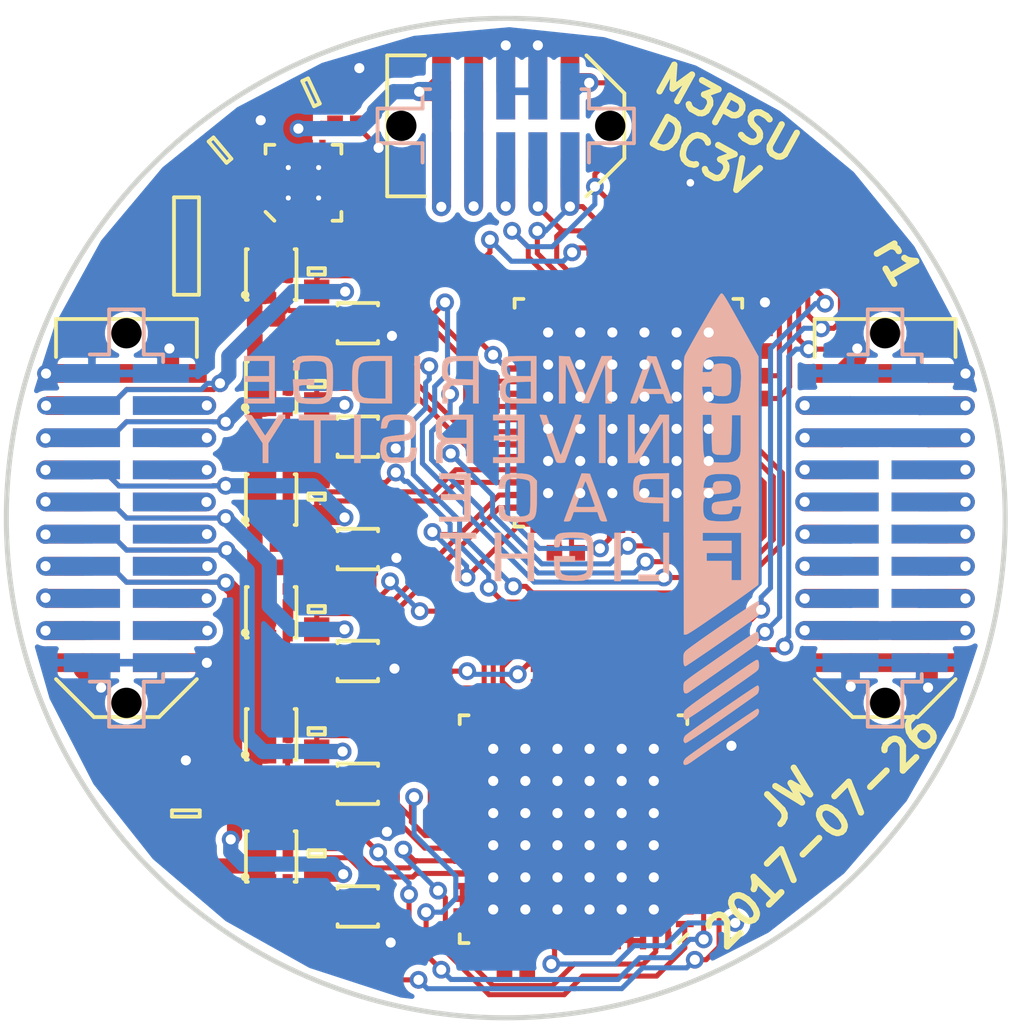
<source format=kicad_pcb>
(kicad_pcb (version 20170123) (host pcbnew no-vcs-found-d3b382c~59~ubuntu16.04.1)
  (title_block (title "M3PSU - DC/DC 3V Board") (date 2017-02-28) (rev 1) (company "CU Spaceflight") (comment 1 "Drawn by: Jamie Wood"))
  (layers (0 F.Cu signal) (31 B.Cu signal) (34 B.Paste user hide) (35 F.Paste user hide) (36 B.SilkS user) (37 F.SilkS user) (38 B.Mask user) (39 F.Mask user) (44 Edge.Cuts user))
  (net 0 "")
  (net 1 GND)
  (net 2 "Net-(C2-Pad2)")
  (net 3 "Net-(C3-Pad2)")
  (net 4 VCC)
  (net 5 "Net-(IC1-Pad32)")
  (net 6 /JTMS)
  (net 7 /3v3_RADIO)
  (net 8 /JTCK)
  (net 9 /3v3_FC)
  (net 10 /3v3_PYRO)
  (net 11 /JTDR)
  (net 12 /3v3_DL)
  (net 13 /RSVD1)
  (net 14 /CAN-)
  (net 15 /RSVD2)
  (net 16 /CAN+)
  (net 17 /JTDI)
  (net 18 /VBATT)
  (net 19 3v3)
  (net 20 /PYRO_SO)
  (net 21 /PYRO_SI)
  (net 22 /5v_RADIO)
  (net 23 /PYRO1)
  (net 24 /PYRO2)
  (net 25 /PYRO3)
  (net 26 /5v_AUX2)
  (net 27 /PYRO4)
  (net 28 /5v_CAM)
  (net 29 /PWR)
  (net 30 /CHARGE)
  (net 31 /5v_IMU)
  (net 32 /5v_AUX1)
  (net 33 /3v3_IMU)
  (net 34 /5v_CAN)
  (net 35 /SDA)
  (net 36 /SCL)
  (net 37 /~ALERT)
  (net 38 "Net-(IC1-Pad24)")
  (net 39 /ISNS0+)
  (net 40 /VEN_0)
  (net 41 /VEN_1)
  (net 42 /VEN_2)
  (net 43 /VEN_3)
  (net 44 "Net-(IC1-Pad22)")
  (net 45 "Net-(IC1-Pad23)")
  (net 46 "Net-(IC1-Pad25)")
  (net 47 "Net-(IC1-Pad26)")
  (net 48 "Net-(IC1-Pad33)")
  (net 49 "Net-(C4-Pad1)")
  (net 50 "Net-(C4-Pad2)")
  (net 51 /ISNS1+)
  (net 52 /ISNS2+)
  (net 53 /ISNS3+)
  (net 54 "Net-(Q1-PadD)")
  (net 55 "Net-(Q2-PadD)")
  (net 56 "Net-(Q3-PadD)")
  (net 57 "Net-(Q4-PadD)")
  (net 58 "Net-(C7-Pad1)")
  (net 59 "Net-(IC2-Pad1)")
  (net 60 "Net-(IC1-Pad18)")
  (net 61 /PSU_RSVD)
  (net 62 "Net-(C10-Pad2)")
  (net 63 "Net-(C11-Pad2)")
  (net 64 "Net-(C12-Pad1)")
  (net 65 "Net-(C12-Pad2)")
  (net 66 /ISNS4+)
  (net 67 /VEN_4)
  (net 68 /VEN_5)
  (net 69 /ISNS5+)
  (net 70 /3v3_BASE)
  (net 71 "Net-(IC3-Pad18)")
  (net 72 "Net-(IC3-Pad22)")
  (net 73 "Net-(IC3-Pad23)")
  (net 74 "Net-(IC3-Pad24)")
  (net 75 "Net-(IC3-Pad25)")
  (net 76 "Net-(IC3-Pad26)")
  (net 77 "Net-(IC3-Pad32)")
  (net 78 "Net-(IC3-Pad33)")
  (net 79 /3v3_AUX)
  (net 80 "Net-(Q10-PadG)")
  (net 81 "Net-(Q11-PadD)")
  (module agg:QFN-64-EP-LTC-UP (layer F.Cu) (at 102.68 112.295 180)
    (fp_text reference IC1)
    (fp_text value LTC2975)
    (pad EP smd rect (at 0 0 180) (size 7.15 7.15) (layers F.Cu) (net 1 GND))
    (pad EP thru_hole circle (at 3.175 3.175 180) (size 0.8 0.8) (drill 0.4) (layers *.Cu) (net 1 GND))
    (pad EP thru_hole circle (at 3.175 1.905 180) (size 0.8 0.8) (drill 0.4) (layers *.Cu) (net 1 GND))
    (pad EP thru_hole circle (at 3.175 0.635 180) (size 0.8 0.8) (drill 0.4) (layers *.Cu) (net 1 GND))
    (pad EP thru_hole circle (at 3.175 -0.635 180) (size 0.8 0.8) (drill 0.4) (layers *.Cu) (net 1 GND))
    (pad EP thru_hole circle (at 3.175 -1.905 180) (size 0.8 0.8) (drill 0.4) (layers *.Cu) (net 1 GND))
    (pad EP thru_hole circle (at 3.175 -3.175 180) (size 0.8 0.8) (drill 0.4) (layers *.Cu) (net 1 GND))
    (pad EP thru_hole circle (at 1.905 3.175 180) (size 0.8 0.8) (drill 0.4) (layers *.Cu) (net 1 GND))
    (pad EP thru_hole circle (at 1.905 1.905 180) (size 0.8 0.8) (drill 0.4) (layers *.Cu) (net 1 GND))
    (pad EP thru_hole circle (at 1.905 0.635 180) (size 0.8 0.8) (drill 0.4) (layers *.Cu) (net 1 GND))
    (pad EP thru_hole circle (at 1.905 -0.635 180) (size 0.8 0.8) (drill 0.4) (layers *.Cu) (net 1 GND))
    (pad EP thru_hole circle (at 1.905 -1.905 180) (size 0.8 0.8) (drill 0.4) (layers *.Cu) (net 1 GND))
    (pad EP thru_hole circle (at 1.905 -3.175 180) (size 0.8 0.8) (drill 0.4) (layers *.Cu) (net 1 GND))
    (pad EP thru_hole circle (at 0.635 3.175 180) (size 0.8 0.8) (drill 0.4) (layers *.Cu) (net 1 GND))
    (pad EP thru_hole circle (at 0.635 1.905 180) (size 0.8 0.8) (drill 0.4) (layers *.Cu) (net 1 GND))
    (pad EP thru_hole circle (at 0.635 0.635 180) (size 0.8 0.8) (drill 0.4) (layers *.Cu) (net 1 GND))
    (pad EP thru_hole circle (at 0.635 -0.635 180) (size 0.8 0.8) (drill 0.4) (layers *.Cu) (net 1 GND))
    (pad EP thru_hole circle (at 0.635 -1.905 180) (size 0.8 0.8) (drill 0.4) (layers *.Cu) (net 1 GND))
    (pad EP thru_hole circle (at 0.635 -3.175 180) (size 0.8 0.8) (drill 0.4) (layers *.Cu) (net 1 GND))
    (pad EP thru_hole circle (at -0.635 3.175 180) (size 0.8 0.8) (drill 0.4) (layers *.Cu) (net 1 GND))
    (pad EP thru_hole circle (at -0.635 1.905 180) (size 0.8 0.8) (drill 0.4) (layers *.Cu) (net 1 GND))
    (pad EP thru_hole circle (at -0.635 0.635 180) (size 0.8 0.8) (drill 0.4) (layers *.Cu) (net 1 GND))
    (pad EP thru_hole circle (at -0.635 -0.635 180) (size 0.8 0.8) (drill 0.4) (layers *.Cu) (net 1 GND))
    (pad EP thru_hole circle (at -0.635 -1.905 180) (size 0.8 0.8) (drill 0.4) (layers *.Cu) (net 1 GND))
    (pad EP thru_hole circle (at -0.635 -3.175 180) (size 0.8 0.8) (drill 0.4) (layers *.Cu) (net 1 GND))
    (pad EP thru_hole circle (at -1.905 3.175 180) (size 0.8 0.8) (drill 0.4) (layers *.Cu) (net 1 GND))
    (pad EP thru_hole circle (at -1.905 1.905 180) (size 0.8 0.8) (drill 0.4) (layers *.Cu) (net 1 GND))
    (pad EP thru_hole circle (at -1.905 0.635 180) (size 0.8 0.8) (drill 0.4) (layers *.Cu) (net 1 GND))
    (pad EP thru_hole circle (at -1.905 -0.635 180) (size 0.8 0.8) (drill 0.4) (layers *.Cu) (net 1 GND))
    (pad EP thru_hole circle (at -1.905 -1.905 180) (size 0.8 0.8) (drill 0.4) (layers *.Cu) (net 1 GND))
    (pad EP thru_hole circle (at -1.905 -3.175 180) (size 0.8 0.8) (drill 0.4) (layers *.Cu) (net 1 GND))
    (pad EP thru_hole circle (at -3.175 3.175 180) (size 0.8 0.8) (drill 0.4) (layers *.Cu) (net 1 GND))
    (pad EP thru_hole circle (at -3.175 1.905 180) (size 0.8 0.8) (drill 0.4) (layers *.Cu) (net 1 GND))
    (pad EP thru_hole circle (at -3.175 0.635 180) (size 0.8 0.8) (drill 0.4) (layers *.Cu) (net 1 GND))
    (pad EP thru_hole circle (at -3.175 -0.635 180) (size 0.8 0.8) (drill 0.4) (layers *.Cu) (net 1 GND))
    (pad EP thru_hole circle (at -3.175 -1.905 180) (size 0.8 0.8) (drill 0.4) (layers *.Cu) (net 1 GND))
    (pad EP thru_hole circle (at -3.175 -3.175 180) (size 0.8 0.8) (drill 0.4) (layers *.Cu) (net 1 GND))
    (pad 64 smd rect (at -3.75 -4.4 180) (size 0.25 0.7) (layers F.Cu F.Paste F.Mask) (net 1 GND))
    (pad 63 smd rect (at -3.25 -4.4 180) (size 0.25 0.7) (layers F.Cu F.Paste F.Mask) (net 69 /ISNS5+))
    (pad 62 smd rect (at -2.75 -4.4 180) (size 0.25 0.7) (layers F.Cu F.Paste F.Mask) (net 1 GND))
    (pad 61 smd rect (at -2.25 -4.4 180) (size 0.25 0.7) (layers F.Cu F.Paste F.Mask) (net 1 GND))
    (pad 60 smd rect (at -1.75 -4.4 180) (size 0.25 0.7) (layers F.Cu F.Paste F.Mask) (net 1 GND))
    (pad 59 smd rect (at -1.25 -4.4 180) (size 0.25 0.7) (layers F.Cu F.Paste F.Mask) (net 1 GND))
    (pad 58 smd rect (at -0.75 -4.4 180) (size 0.25 0.7) (layers F.Cu F.Paste F.Mask))
    (pad 57 smd rect (at -0.25 -4.4 180) (size 0.25 0.7) (layers F.Cu F.Paste F.Mask))
    (pad 56 smd rect (at 0.25 -4.4 180) (size 0.25 0.7) (layers F.Cu F.Paste F.Mask) (net 19 3v3))
    (pad 55 smd rect (at 0.75 -4.4 180) (size 0.25 0.7) (layers F.Cu F.Paste F.Mask) (net 19 3v3))
    (pad 54 smd rect (at 1.25 -4.4 180) (size 0.25 0.7) (layers F.Cu F.Paste F.Mask))
    (pad 53 smd rect (at 1.75 -4.4 180) (size 0.25 0.7) (layers F.Cu F.Paste F.Mask))
    (pad 52 smd rect (at 2.25 -4.4 180) (size 0.25 0.7) (layers F.Cu F.Paste F.Mask) (net 1 GND))
    (pad 51 smd rect (at 2.75 -4.4 180) (size 0.25 0.7) (layers F.Cu F.Paste F.Mask) (net 2 "Net-(C2-Pad2)"))
    (pad 50 smd rect (at 3.25 -4.4 180) (size 0.25 0.7) (layers F.Cu F.Paste F.Mask) (net 1 GND))
    (pad 49 smd rect (at 3.75 -4.4 180) (size 0.25 0.7) (layers F.Cu F.Paste F.Mask) (net 1 GND))
    (pad 48 smd rect (at 4.4 -3.75 180) (size 0.7 0.25) (layers F.Cu F.Paste F.Mask) (net 1 GND))
    (pad 47 smd rect (at 4.4 -3.25 180) (size 0.7 0.25) (layers F.Cu F.Paste F.Mask) (net 1 GND))
    (pad 46 smd rect (at 4.4 -2.75 180) (size 0.7 0.25) (layers F.Cu F.Paste F.Mask) (net 1 GND))
    (pad 45 smd rect (at 4.4 -2.25 180) (size 0.7 0.25) (layers F.Cu F.Paste F.Mask) (net 1 GND))
    (pad 44 smd rect (at 4.4 -1.75 180) (size 0.7 0.25) (layers F.Cu F.Paste F.Mask) (net 70 /3v3_BASE))
    (pad 43 smd rect (at 4.4 -1.25 180) (size 0.7 0.25) (layers F.Cu F.Paste F.Mask) (net 69 /ISNS5+))
    (pad 42 smd rect (at 4.4 -0.75 180) (size 0.7 0.25) (layers F.Cu F.Paste F.Mask) (net 12 /3v3_DL))
    (pad 41 smd rect (at 4.4 -0.25 180) (size 0.7 0.25) (layers F.Cu F.Paste F.Mask) (net 66 /ISNS4+))
    (pad 40 smd rect (at 4.4 0.25 180) (size 0.7 0.25) (layers F.Cu F.Paste F.Mask) (net 50 "Net-(C4-Pad2)"))
    (pad 39 smd rect (at 4.4 0.75 180) (size 0.7 0.25) (layers F.Cu F.Paste F.Mask) (net 1 GND))
    (pad 38 smd rect (at 4.4 1.25 180) (size 0.7 0.25) (layers F.Cu F.Paste F.Mask) (net 49 "Net-(C4-Pad1)"))
    (pad 37 smd rect (at 4.4 1.75 180) (size 0.7 0.25) (layers F.Cu F.Paste F.Mask) (net 1 GND))
    (pad 36 smd rect (at 4.4 2.25 180) (size 0.7 0.25) (layers F.Cu F.Paste F.Mask) (net 1 GND))
    (pad 35 smd rect (at 4.4 2.75 180) (size 0.7 0.25) (layers F.Cu F.Paste F.Mask) (net 19 3v3))
    (pad 34 smd rect (at 4.4 3.25 180) (size 0.7 0.25) (layers F.Cu F.Paste F.Mask) (net 1 GND))
    (pad 33 smd rect (at 4.4 3.75 180) (size 0.7 0.25) (layers F.Cu F.Paste F.Mask) (net 48 "Net-(IC1-Pad33)"))
    (pad 32 smd rect (at 3.75 4.4 180) (size 0.25 0.7) (layers F.Cu F.Paste F.Mask) (net 5 "Net-(IC1-Pad32)"))
    (pad 31 smd rect (at 3.25 4.4 180) (size 0.25 0.7) (layers F.Cu F.Paste F.Mask) (net 37 /~ALERT))
    (pad 30 smd rect (at 2.75 4.4 180) (size 0.25 0.7) (layers F.Cu F.Paste F.Mask) (net 36 /SCL))
    (pad 29 smd rect (at 2.25 4.4 180) (size 0.25 0.7) (layers F.Cu F.Paste F.Mask) (net 35 /SDA))
    (pad 28 smd rect (at 1.75 4.4 180) (size 0.25 0.7) (layers F.Cu F.Paste F.Mask) (net 1 GND))
    (pad 27 smd rect (at 1.25 4.4 180) (size 0.25 0.7) (layers F.Cu F.Paste F.Mask) (net 1 GND))
    (pad 26 smd rect (at 0.75 4.4 180) (size 0.25 0.7) (layers F.Cu F.Paste F.Mask) (net 47 "Net-(IC1-Pad26)"))
    (pad 25 smd rect (at 0.25 4.4 180) (size 0.25 0.7) (layers F.Cu F.Paste F.Mask) (net 46 "Net-(IC1-Pad25)"))
    (pad 24 smd rect (at -0.25 4.4 180) (size 0.25 0.7) (layers F.Cu F.Paste F.Mask) (net 38 "Net-(IC1-Pad24)"))
    (pad 23 smd rect (at -0.75 4.4 180) (size 0.25 0.7) (layers F.Cu F.Paste F.Mask) (net 45 "Net-(IC1-Pad23)"))
    (pad 22 smd rect (at -1.25 4.4 180) (size 0.25 0.7) (layers F.Cu F.Paste F.Mask) (net 44 "Net-(IC1-Pad22)"))
    (pad 21 smd rect (at -1.75 4.4 180) (size 0.25 0.7) (layers F.Cu F.Paste F.Mask) (net 1 GND))
    (pad 20 smd rect (at -2.25 4.4 180) (size 0.25 0.7) (layers F.Cu F.Paste F.Mask) (net 1 GND))
    (pad 19 smd rect (at -2.75 4.4 180) (size 0.25 0.7) (layers F.Cu F.Paste F.Mask) (net 1 GND))
    (pad 18 smd rect (at -3.25 4.4 180) (size 0.25 0.7) (layers F.Cu F.Paste F.Mask) (net 60 "Net-(IC1-Pad18)"))
    (pad 17 smd rect (at -3.75 4.4 180) (size 0.25 0.7) (layers F.Cu F.Paste F.Mask))
    (pad 16 smd rect (at -4.4 3.75 180) (size 0.7 0.25) (layers F.Cu F.Paste F.Mask) (net 1 GND))
    (pad 15 smd rect (at -4.4 3.25 180) (size 0.7 0.25) (layers F.Cu F.Paste F.Mask) (net 1 GND))
    (pad 14 smd rect (at -4.4 2.75 180) (size 0.7 0.25) (layers F.Cu F.Paste F.Mask) (net 3 "Net-(C3-Pad2)"))
    (pad 13 smd rect (at -4.4 2.25 180) (size 0.7 0.25) (layers F.Cu F.Paste F.Mask) (net 3 "Net-(C3-Pad2)"))
    (pad 12 smd rect (at -4.4 1.75 180) (size 0.7 0.25) (layers F.Cu F.Paste F.Mask) (net 19 3v3))
    (pad 11 smd rect (at -4.4 1.25 180) (size 0.7 0.25) (layers F.Cu F.Paste F.Mask) (net 19 3v3))
    (pad 10 smd rect (at -4.4 0.75 180) (size 0.7 0.25) (layers F.Cu F.Paste F.Mask) (net 19 3v3))
    (pad 9 smd rect (at -4.4 0.25 180) (size 0.7 0.25) (layers F.Cu F.Paste F.Mask) (net 19 3v3))
    (pad 8 smd rect (at -4.4 -0.25 180) (size 0.7 0.25) (layers F.Cu F.Paste F.Mask))
    (pad 7 smd rect (at -4.4 -0.75 180) (size 0.7 0.25) (layers F.Cu F.Paste F.Mask))
    (pad 6 smd rect (at -4.4 -1.25 180) (size 0.7 0.25) (layers F.Cu F.Paste F.Mask))
    (pad 5 smd rect (at -4.4 -1.75 180) (size 0.7 0.25) (layers F.Cu F.Paste F.Mask))
    (pad 4 smd rect (at -4.4 -2.25 180) (size 0.7 0.25) (layers F.Cu F.Paste F.Mask) (net 68 /VEN_5))
    (pad 3 smd rect (at -4.4 -2.75 180) (size 0.7 0.25) (layers F.Cu F.Paste F.Mask) (net 67 /VEN_4))
    (pad 2 smd rect (at -4.4 -3.25 180) (size 0.7 0.25) (layers F.Cu F.Paste F.Mask) (net 1 GND))
    (pad 1 smd rect (at -4.4 -3.75 180) (size 0.7 0.25) (layers F.Cu F.Paste F.Mask) (net 66 /ISNS4+))
  )
  (module agg:QFN-64-EP-LTC-UP (layer F.Cu) (at 104.85 95.84 180)
    (fp_text reference IC3)
    (fp_text value LTC2975)
    (pad EP smd rect (at 0 0 180) (size 7.15 7.15) (layers F.Cu) (net 1 GND))
    (pad EP thru_hole circle (at 3.175 3.175 180) (size 0.8 0.8) (drill 0.4) (layers *.Cu) (net 1 GND))
    (pad EP thru_hole circle (at 3.175 1.905 180) (size 0.8 0.8) (drill 0.4) (layers *.Cu) (net 1 GND))
    (pad EP thru_hole circle (at 3.175 0.635 180) (size 0.8 0.8) (drill 0.4) (layers *.Cu) (net 1 GND))
    (pad EP thru_hole circle (at 3.175 -0.635 180) (size 0.8 0.8) (drill 0.4) (layers *.Cu) (net 1 GND))
    (pad EP thru_hole circle (at 3.175 -1.905 180) (size 0.8 0.8) (drill 0.4) (layers *.Cu) (net 1 GND))
    (pad EP thru_hole circle (at 3.175 -3.175 180) (size 0.8 0.8) (drill 0.4) (layers *.Cu) (net 1 GND))
    (pad EP thru_hole circle (at 1.905 3.175 180) (size 0.8 0.8) (drill 0.4) (layers *.Cu) (net 1 GND))
    (pad EP thru_hole circle (at 1.905 1.905 180) (size 0.8 0.8) (drill 0.4) (layers *.Cu) (net 1 GND))
    (pad EP thru_hole circle (at 1.905 0.635 180) (size 0.8 0.8) (drill 0.4) (layers *.Cu) (net 1 GND))
    (pad EP thru_hole circle (at 1.905 -0.635 180) (size 0.8 0.8) (drill 0.4) (layers *.Cu) (net 1 GND))
    (pad EP thru_hole circle (at 1.905 -1.905 180) (size 0.8 0.8) (drill 0.4) (layers *.Cu) (net 1 GND))
    (pad EP thru_hole circle (at 1.905 -3.175 180) (size 0.8 0.8) (drill 0.4) (layers *.Cu) (net 1 GND))
    (pad EP thru_hole circle (at 0.635 3.175 180) (size 0.8 0.8) (drill 0.4) (layers *.Cu) (net 1 GND))
    (pad EP thru_hole circle (at 0.635 1.905 180) (size 0.8 0.8) (drill 0.4) (layers *.Cu) (net 1 GND))
    (pad EP thru_hole circle (at 0.635 0.635 180) (size 0.8 0.8) (drill 0.4) (layers *.Cu) (net 1 GND))
    (pad EP thru_hole circle (at 0.635 -0.635 180) (size 0.8 0.8) (drill 0.4) (layers *.Cu) (net 1 GND))
    (pad EP thru_hole circle (at 0.635 -1.905 180) (size 0.8 0.8) (drill 0.4) (layers *.Cu) (net 1 GND))
    (pad EP thru_hole circle (at 0.635 -3.175 180) (size 0.8 0.8) (drill 0.4) (layers *.Cu) (net 1 GND))
    (pad EP thru_hole circle (at -0.635 3.175 180) (size 0.8 0.8) (drill 0.4) (layers *.Cu) (net 1 GND))
    (pad EP thru_hole circle (at -0.635 1.905 180) (size 0.8 0.8) (drill 0.4) (layers *.Cu) (net 1 GND))
    (pad EP thru_hole circle (at -0.635 0.635 180) (size 0.8 0.8) (drill 0.4) (layers *.Cu) (net 1 GND))
    (pad EP thru_hole circle (at -0.635 -0.635 180) (size 0.8 0.8) (drill 0.4) (layers *.Cu) (net 1 GND))
    (pad EP thru_hole circle (at -0.635 -1.905 180) (size 0.8 0.8) (drill 0.4) (layers *.Cu) (net 1 GND))
    (pad EP thru_hole circle (at -0.635 -3.175 180) (size 0.8 0.8) (drill 0.4) (layers *.Cu) (net 1 GND))
    (pad EP thru_hole circle (at -1.905 3.175 180) (size 0.8 0.8) (drill 0.4) (layers *.Cu) (net 1 GND))
    (pad EP thru_hole circle (at -1.905 1.905 180) (size 0.8 0.8) (drill 0.4) (layers *.Cu) (net 1 GND))
    (pad EP thru_hole circle (at -1.905 0.635 180) (size 0.8 0.8) (drill 0.4) (layers *.Cu) (net 1 GND))
    (pad EP thru_hole circle (at -1.905 -0.635 180) (size 0.8 0.8) (drill 0.4) (layers *.Cu) (net 1 GND))
    (pad EP thru_hole circle (at -1.905 -1.905 180) (size 0.8 0.8) (drill 0.4) (layers *.Cu) (net 1 GND))
    (pad EP thru_hole circle (at -1.905 -3.175 180) (size 0.8 0.8) (drill 0.4) (layers *.Cu) (net 1 GND))
    (pad EP thru_hole circle (at -3.175 3.175 180) (size 0.8 0.8) (drill 0.4) (layers *.Cu) (net 1 GND))
    (pad EP thru_hole circle (at -3.175 1.905 180) (size 0.8 0.8) (drill 0.4) (layers *.Cu) (net 1 GND))
    (pad EP thru_hole circle (at -3.175 0.635 180) (size 0.8 0.8) (drill 0.4) (layers *.Cu) (net 1 GND))
    (pad EP thru_hole circle (at -3.175 -0.635 180) (size 0.8 0.8) (drill 0.4) (layers *.Cu) (net 1 GND))
    (pad EP thru_hole circle (at -3.175 -1.905 180) (size 0.8 0.8) (drill 0.4) (layers *.Cu) (net 1 GND))
    (pad EP thru_hole circle (at -3.175 -3.175 180) (size 0.8 0.8) (drill 0.4) (layers *.Cu) (net 1 GND))
    (pad 64 smd rect (at -3.75 -4.4 180) (size 0.25 0.7) (layers F.Cu F.Paste F.Mask) (net 1 GND))
    (pad 63 smd rect (at -3.25 -4.4 180) (size 0.25 0.7) (layers F.Cu F.Paste F.Mask) (net 51 /ISNS1+))
    (pad 62 smd rect (at -2.75 -4.4 180) (size 0.25 0.7) (layers F.Cu F.Paste F.Mask) (net 1 GND))
    (pad 61 smd rect (at -2.25 -4.4 180) (size 0.25 0.7) (layers F.Cu F.Paste F.Mask) (net 52 /ISNS2+))
    (pad 60 smd rect (at -1.75 -4.4 180) (size 0.25 0.7) (layers F.Cu F.Paste F.Mask) (net 1 GND))
    (pad 59 smd rect (at -1.25 -4.4 180) (size 0.25 0.7) (layers F.Cu F.Paste F.Mask) (net 1 GND))
    (pad 58 smd rect (at -0.75 -4.4 180) (size 0.25 0.7) (layers F.Cu F.Paste F.Mask))
    (pad 57 smd rect (at -0.25 -4.4 180) (size 0.25 0.7) (layers F.Cu F.Paste F.Mask))
    (pad 56 smd rect (at 0.25 -4.4 180) (size 0.25 0.7) (layers F.Cu F.Paste F.Mask) (net 19 3v3))
    (pad 55 smd rect (at 0.75 -4.4 180) (size 0.25 0.7) (layers F.Cu F.Paste F.Mask) (net 19 3v3))
    (pad 54 smd rect (at 1.25 -4.4 180) (size 0.25 0.7) (layers F.Cu F.Paste F.Mask))
    (pad 53 smd rect (at 1.75 -4.4 180) (size 0.25 0.7) (layers F.Cu F.Paste F.Mask))
    (pad 52 smd rect (at 2.25 -4.4 180) (size 0.25 0.7) (layers F.Cu F.Paste F.Mask) (net 1 GND))
    (pad 51 smd rect (at 2.75 -4.4 180) (size 0.25 0.7) (layers F.Cu F.Paste F.Mask) (net 62 "Net-(C10-Pad2)"))
    (pad 50 smd rect (at 3.25 -4.4 180) (size 0.25 0.7) (layers F.Cu F.Paste F.Mask) (net 1 GND))
    (pad 49 smd rect (at 3.75 -4.4 180) (size 0.25 0.7) (layers F.Cu F.Paste F.Mask) (net 53 /ISNS3+))
    (pad 48 smd rect (at 4.4 -3.75 180) (size 0.7 0.25) (layers F.Cu F.Paste F.Mask) (net 10 /3v3_PYRO))
    (pad 47 smd rect (at 4.4 -3.25 180) (size 0.7 0.25) (layers F.Cu F.Paste F.Mask) (net 53 /ISNS3+))
    (pad 46 smd rect (at 4.4 -2.75 180) (size 0.7 0.25) (layers F.Cu F.Paste F.Mask) (net 9 /3v3_FC))
    (pad 45 smd rect (at 4.4 -2.25 180) (size 0.7 0.25) (layers F.Cu F.Paste F.Mask) (net 52 /ISNS2+))
    (pad 44 smd rect (at 4.4 -1.75 180) (size 0.7 0.25) (layers F.Cu F.Paste F.Mask) (net 7 /3v3_RADIO))
    (pad 43 smd rect (at 4.4 -1.25 180) (size 0.7 0.25) (layers F.Cu F.Paste F.Mask) (net 51 /ISNS1+))
    (pad 42 smd rect (at 4.4 -0.75 180) (size 0.7 0.25) (layers F.Cu F.Paste F.Mask) (net 33 /3v3_IMU))
    (pad 41 smd rect (at 4.4 -0.25 180) (size 0.7 0.25) (layers F.Cu F.Paste F.Mask) (net 39 /ISNS0+))
    (pad 40 smd rect (at 4.4 0.25 180) (size 0.7 0.25) (layers F.Cu F.Paste F.Mask) (net 65 "Net-(C12-Pad2)"))
    (pad 39 smd rect (at 4.4 0.75 180) (size 0.7 0.25) (layers F.Cu F.Paste F.Mask) (net 1 GND))
    (pad 38 smd rect (at 4.4 1.25 180) (size 0.7 0.25) (layers F.Cu F.Paste F.Mask) (net 64 "Net-(C12-Pad1)"))
    (pad 37 smd rect (at 4.4 1.75 180) (size 0.7 0.25) (layers F.Cu F.Paste F.Mask) (net 1 GND))
    (pad 36 smd rect (at 4.4 2.25 180) (size 0.7 0.25) (layers F.Cu F.Paste F.Mask) (net 1 GND))
    (pad 35 smd rect (at 4.4 2.75 180) (size 0.7 0.25) (layers F.Cu F.Paste F.Mask))
    (pad 34 smd rect (at 4.4 3.25 180) (size 0.7 0.25) (layers F.Cu F.Paste F.Mask) (net 1 GND))
    (pad 33 smd rect (at 4.4 3.75 180) (size 0.7 0.25) (layers F.Cu F.Paste F.Mask) (net 78 "Net-(IC3-Pad33)"))
    (pad 32 smd rect (at 3.75 4.4 180) (size 0.25 0.7) (layers F.Cu F.Paste F.Mask) (net 77 "Net-(IC3-Pad32)"))
    (pad 31 smd rect (at 3.25 4.4 180) (size 0.25 0.7) (layers F.Cu F.Paste F.Mask) (net 37 /~ALERT))
    (pad 30 smd rect (at 2.75 4.4 180) (size 0.25 0.7) (layers F.Cu F.Paste F.Mask) (net 36 /SCL))
    (pad 29 smd rect (at 2.25 4.4 180) (size 0.25 0.7) (layers F.Cu F.Paste F.Mask) (net 35 /SDA))
    (pad 28 smd rect (at 1.75 4.4 180) (size 0.25 0.7) (layers F.Cu F.Paste F.Mask) (net 1 GND))
    (pad 27 smd rect (at 1.25 4.4 180) (size 0.25 0.7) (layers F.Cu F.Paste F.Mask) (net 1 GND))
    (pad 26 smd rect (at 0.75 4.4 180) (size 0.25 0.7) (layers F.Cu F.Paste F.Mask) (net 76 "Net-(IC3-Pad26)"))
    (pad 25 smd rect (at 0.25 4.4 180) (size 0.25 0.7) (layers F.Cu F.Paste F.Mask) (net 75 "Net-(IC3-Pad25)"))
    (pad 24 smd rect (at -0.25 4.4 180) (size 0.25 0.7) (layers F.Cu F.Paste F.Mask) (net 74 "Net-(IC3-Pad24)"))
    (pad 23 smd rect (at -0.75 4.4 180) (size 0.25 0.7) (layers F.Cu F.Paste F.Mask) (net 73 "Net-(IC3-Pad23)"))
    (pad 22 smd rect (at -1.25 4.4 180) (size 0.25 0.7) (layers F.Cu F.Paste F.Mask) (net 72 "Net-(IC3-Pad22)"))
    (pad 21 smd rect (at -1.75 4.4 180) (size 0.25 0.7) (layers F.Cu F.Paste F.Mask) (net 1 GND))
    (pad 20 smd rect (at -2.25 4.4 180) (size 0.25 0.7) (layers F.Cu F.Paste F.Mask) (net 1 GND))
    (pad 19 smd rect (at -2.75 4.4 180) (size 0.25 0.7) (layers F.Cu F.Paste F.Mask) (net 1 GND))
    (pad 18 smd rect (at -3.25 4.4 180) (size 0.25 0.7) (layers F.Cu F.Paste F.Mask) (net 71 "Net-(IC3-Pad18)"))
    (pad 17 smd rect (at -3.75 4.4 180) (size 0.25 0.7) (layers F.Cu F.Paste F.Mask))
    (pad 16 smd rect (at -4.4 3.75 180) (size 0.7 0.25) (layers F.Cu F.Paste F.Mask) (net 1 GND))
    (pad 15 smd rect (at -4.4 3.25 180) (size 0.7 0.25) (layers F.Cu F.Paste F.Mask) (net 1 GND))
    (pad 14 smd rect (at -4.4 2.75 180) (size 0.7 0.25) (layers F.Cu F.Paste F.Mask) (net 63 "Net-(C11-Pad2)"))
    (pad 13 smd rect (at -4.4 2.25 180) (size 0.7 0.25) (layers F.Cu F.Paste F.Mask) (net 63 "Net-(C11-Pad2)"))
    (pad 12 smd rect (at -4.4 1.75 180) (size 0.7 0.25) (layers F.Cu F.Paste F.Mask) (net 19 3v3))
    (pad 11 smd rect (at -4.4 1.25 180) (size 0.7 0.25) (layers F.Cu F.Paste F.Mask) (net 19 3v3))
    (pad 10 smd rect (at -4.4 0.75 180) (size 0.7 0.25) (layers F.Cu F.Paste F.Mask) (net 19 3v3))
    (pad 9 smd rect (at -4.4 0.25 180) (size 0.7 0.25) (layers F.Cu F.Paste F.Mask) (net 19 3v3))
    (pad 8 smd rect (at -4.4 -0.25 180) (size 0.7 0.25) (layers F.Cu F.Paste F.Mask))
    (pad 7 smd rect (at -4.4 -0.75 180) (size 0.7 0.25) (layers F.Cu F.Paste F.Mask))
    (pad 6 smd rect (at -4.4 -1.25 180) (size 0.7 0.25) (layers F.Cu F.Paste F.Mask) (net 43 /VEN_3))
    (pad 5 smd rect (at -4.4 -1.75 180) (size 0.7 0.25) (layers F.Cu F.Paste F.Mask) (net 42 /VEN_2))
    (pad 4 smd rect (at -4.4 -2.25 180) (size 0.7 0.25) (layers F.Cu F.Paste F.Mask) (net 41 /VEN_1))
    (pad 3 smd rect (at -4.4 -2.75 180) (size 0.7 0.25) (layers F.Cu F.Paste F.Mask) (net 40 /VEN_0))
    (pad 2 smd rect (at -4.4 -3.25 180) (size 0.7 0.25) (layers F.Cu F.Paste F.Mask) (net 1 GND))
    (pad 1 smd rect (at -4.4 -3.75 180) (size 0.7 0.25) (layers F.Cu F.Paste F.Mask) (net 39 /ISNS0+))
  )
  (module m3psu:cusf_logo_full (layer B.Cu) (at 99.85 100.425 180)
    (fp_text reference G*** hide)
    (fp_text value LOGO hide)
  )
  (module agg:PowerPAK-SC-75-6L-Single (layer F.Cu) (at 94.15 105.65 270)
    (fp_text reference Q4)
    (fp_text value NFET_GDS)
    (pad D smd rect (at -0.5 -0.7 270) (size 0.25 0.3) (layers F.Cu F.Paste F.Mask) (net 57 "Net-(Q4-PadD)"))
    (pad D smd rect (at 0 -0.7 270) (size 0.25 0.3) (layers F.Cu F.Paste F.Mask) (net 57 "Net-(Q4-PadD)"))
    (pad S smd rect (at 0.5 -0.7 270) (size 0.25 0.3) (layers F.Cu F.Paste F.Mask) (net 1 GND))
    (pad S smd rect (at 0.5 -0.06 270) (size 0.2 0.62) (layers F.Cu F.Paste F.Mask) (net 1 GND))
    (pad D smd rect (at -0.21 0 270) (size 0.67 1.1) (layers F.Cu F.Paste F.Mask) (net 57 "Net-(Q4-PadD)"))
    (pad D smd rect (at -0.5 0.7 270) (size 0.25 0.3) (layers F.Cu F.Paste F.Mask) (net 57 "Net-(Q4-PadD)"))
    (pad D smd rect (at 0 0.7 270) (size 0.25 0.3) (layers F.Cu F.Paste F.Mask) (net 57 "Net-(Q4-PadD)"))
    (pad G smd rect (at 0.5 0.7 270) (size 0.25 0.3) (layers F.Cu F.Paste F.Mask) (net 43 /VEN_3))
  )
  (module agg:PowerPAK-SC-75-6L-Single (layer F.Cu) (at 94.15 92.3 270)
    (fp_text reference Q1)
    (fp_text value NFET_GDS)
    (pad D smd rect (at -0.5 -0.7 270) (size 0.25 0.3) (layers F.Cu F.Paste F.Mask) (net 54 "Net-(Q1-PadD)"))
    (pad D smd rect (at 0 -0.7 270) (size 0.25 0.3) (layers F.Cu F.Paste F.Mask) (net 54 "Net-(Q1-PadD)"))
    (pad S smd rect (at 0.5 -0.7 270) (size 0.25 0.3) (layers F.Cu F.Paste F.Mask) (net 1 GND))
    (pad S smd rect (at 0.5 -0.06 270) (size 0.2 0.62) (layers F.Cu F.Paste F.Mask) (net 1 GND))
    (pad D smd rect (at -0.21 0 270) (size 0.67 1.1) (layers F.Cu F.Paste F.Mask) (net 54 "Net-(Q1-PadD)"))
    (pad D smd rect (at -0.5 0.7 270) (size 0.25 0.3) (layers F.Cu F.Paste F.Mask) (net 54 "Net-(Q1-PadD)"))
    (pad D smd rect (at 0 0.7 270) (size 0.25 0.3) (layers F.Cu F.Paste F.Mask) (net 54 "Net-(Q1-PadD)"))
    (pad G smd rect (at 0.5 0.7 270) (size 0.25 0.3) (layers F.Cu F.Paste F.Mask) (net 40 /VEN_0))
  )
  (module agg:XFL4020 (layer F.Cu) (at 87.375 89.25 180)
    (fp_text reference L1)
    (fp_text value 2u2)
    (pad 2 smd rect (at 1.185 0 180) (size 0.98 3.4) (layers F.Cu F.Paste F.Mask) (net 19 3v3))
    (pad 1 smd rect (at -1.185 0 180) (size 0.98 3.4) (layers F.Cu F.Paste F.Mask) (net 59 "Net-(IC2-Pad1)"))
  )
  (module agg:TFML-105-02-L-D (layer F.Cu) (at 100 84.5)
    (fp_text reference J3)
    (fp_text value "NORTH TOP")
    (pad 1 smd rect (at -2.54 1.715) (size 0.74 2.92) (layers F.Cu F.Paste F.Mask) (net 4 VCC))
    (pad 2 smd rect (at -2.54 -1.715) (size 0.74 2.92) (layers F.Cu F.Paste F.Mask) (net 4 VCC))
    (pad 3 smd rect (at -1.27 1.715) (size 0.74 2.92) (layers F.Cu F.Paste F.Mask) (net 18 /VBATT))
    (pad 4 smd rect (at -1.27 -1.715) (size 0.74 2.92) (layers F.Cu F.Paste F.Mask) (net 18 /VBATT))
    (pad 5 smd rect (at 0 1.715) (size 0.74 2.92) (layers F.Cu F.Paste F.Mask) (net 61 /PSU_RSVD))
    (pad 6 smd rect (at 0 -1.715) (size 0.74 2.92) (layers F.Cu F.Paste F.Mask) (net 1 GND))
    (pad 7 smd rect (at 1.27 1.715) (size 0.74 2.92) (layers F.Cu F.Paste F.Mask) (net 35 /SDA))
    (pad 8 smd rect (at 1.27 -1.715) (size 0.74 2.92) (layers F.Cu F.Paste F.Mask) (net 1 GND))
    (pad 9 smd rect (at 2.54 1.715) (size 0.74 2.92) (layers F.Cu F.Paste F.Mask) (net 36 /SCL))
    (pad 10 smd rect (at 2.54 -1.715) (size 0.74 2.92) (layers F.Cu F.Paste F.Mask) (net 37 /~ALERT))
  )
  (module agg:SFML-110-02-L-D-LC (layer B.Cu) (at 115 100 270)
    (fp_text reference J5)
    (fp_text value "EAST BOT")
    (pad 1 smd rect (at -5.715 1.365 270) (size 0.74 2.22) (layers B.Cu B.Paste B.Mask) (net 1 GND))
    (pad 2 smd rect (at -5.715 -1.365 270) (size 0.74 2.22) (layers B.Cu B.Paste B.Mask) (net 1 GND))
    (pad 3 smd rect (at -4.445 1.365 270) (size 0.74 2.22) (layers B.Cu B.Paste B.Mask) (net 20 /PYRO_SO))
    (pad 4 smd rect (at -4.445 -1.365 270) (size 0.74 2.22) (layers B.Cu B.Paste B.Mask) (net 20 /PYRO_SO))
    (pad 5 smd rect (at -3.175 1.365 270) (size 0.74 2.22) (layers B.Cu B.Paste B.Mask) (net 21 /PYRO_SI))
    (pad 6 smd rect (at -3.175 -1.365 270) (size 0.74 2.22) (layers B.Cu B.Paste B.Mask) (net 21 /PYRO_SI))
    (pad 7 smd rect (at -1.905 1.365 270) (size 0.74 2.22) (layers B.Cu B.Paste B.Mask) (net 22 /5v_RADIO))
    (pad 8 smd rect (at -1.905 -1.365 270) (size 0.74 2.22) (layers B.Cu B.Paste B.Mask) (net 23 /PYRO1))
    (pad 9 smd rect (at -0.635 1.365 270) (size 0.74 2.22) (layers B.Cu B.Paste B.Mask) (net 31 /5v_IMU))
    (pad 10 smd rect (at -0.635 -1.365 270) (size 0.74 2.22) (layers B.Cu B.Paste B.Mask) (net 24 /PYRO2))
    (pad 11 smd rect (at 0.635 1.365 270) (size 0.74 2.22) (layers B.Cu B.Paste B.Mask) (net 32 /5v_AUX1))
    (pad 12 smd rect (at 0.635 -1.365 270) (size 0.74 2.22) (layers B.Cu B.Paste B.Mask) (net 25 /PYRO3))
    (pad 13 smd rect (at 1.905 1.365 270) (size 0.74 2.22) (layers B.Cu B.Paste B.Mask) (net 26 /5v_AUX2))
    (pad 14 smd rect (at 1.905 -1.365 270) (size 0.74 2.22) (layers B.Cu B.Paste B.Mask) (net 27 /PYRO4))
    (pad 15 smd rect (at 3.175 1.365 270) (size 0.74 2.22) (layers B.Cu B.Paste B.Mask) (net 28 /5v_CAM))
    (pad 16 smd rect (at 3.175 -1.365 270) (size 0.74 2.22) (layers B.Cu B.Paste B.Mask) (net 29 /PWR))
    (pad 17 smd rect (at 4.445 1.365 270) (size 0.74 2.22) (layers B.Cu B.Paste B.Mask) (net 30 /CHARGE))
    (pad 18 smd rect (at 4.445 -1.365 270) (size 0.74 2.22) (layers B.Cu B.Paste B.Mask) (net 30 /CHARGE))
    (pad 19 smd rect (at 5.715 1.365 270) (size 0.74 2.22) (layers B.Cu B.Paste B.Mask) (net 1 GND))
    (pad 20 smd rect (at 5.715 -1.365 270) (size 0.74 2.22) (layers B.Cu B.Paste B.Mask) (net 1 GND))
    (pad "" np_thru_hole circle (at 7.305 0 270) (size 1.2 1.2) (drill 1.2) (layers *.Mask))
    (pad "" np_thru_hole circle (at -7.305 0 270) (size 1.2 1.2) (drill 1.2) (layers *.Mask))
  )
  (module agg:TFML-110-02-L-D (layer F.Cu) (at 115 100 270)
    (fp_text reference J4)
    (fp_text value "EAST TOP")
    (pad 1 smd rect (at -5.715 1.715 270) (size 0.74 2.92) (layers F.Cu F.Paste F.Mask) (net 1 GND))
    (pad 2 smd rect (at -5.715 -1.715 270) (size 0.74 2.92) (layers F.Cu F.Paste F.Mask) (net 1 GND))
    (pad 3 smd rect (at -4.445 1.715 270) (size 0.74 2.92) (layers F.Cu F.Paste F.Mask) (net 20 /PYRO_SO))
    (pad 4 smd rect (at -4.445 -1.715 270) (size 0.74 2.92) (layers F.Cu F.Paste F.Mask) (net 20 /PYRO_SO))
    (pad 5 smd rect (at -3.175 1.715 270) (size 0.74 2.92) (layers F.Cu F.Paste F.Mask) (net 21 /PYRO_SI))
    (pad 6 smd rect (at -3.175 -1.715 270) (size 0.74 2.92) (layers F.Cu F.Paste F.Mask) (net 21 /PYRO_SI))
    (pad 7 smd rect (at -1.905 1.715 270) (size 0.74 2.92) (layers F.Cu F.Paste F.Mask) (net 22 /5v_RADIO))
    (pad 8 smd rect (at -1.905 -1.715 270) (size 0.74 2.92) (layers F.Cu F.Paste F.Mask) (net 23 /PYRO1))
    (pad 9 smd rect (at -0.635 1.715 270) (size 0.74 2.92) (layers F.Cu F.Paste F.Mask) (net 31 /5v_IMU))
    (pad 10 smd rect (at -0.635 -1.715 270) (size 0.74 2.92) (layers F.Cu F.Paste F.Mask) (net 24 /PYRO2))
    (pad 11 smd rect (at 0.635 1.715 270) (size 0.74 2.92) (layers F.Cu F.Paste F.Mask) (net 32 /5v_AUX1))
    (pad 12 smd rect (at 0.635 -1.715 270) (size 0.74 2.92) (layers F.Cu F.Paste F.Mask) (net 25 /PYRO3))
    (pad 13 smd rect (at 1.905 1.715 270) (size 0.74 2.92) (layers F.Cu F.Paste F.Mask) (net 26 /5v_AUX2))
    (pad 14 smd rect (at 1.905 -1.715 270) (size 0.74 2.92) (layers F.Cu F.Paste F.Mask) (net 27 /PYRO4))
    (pad 15 smd rect (at 3.175 1.715 270) (size 0.74 2.92) (layers F.Cu F.Paste F.Mask) (net 28 /5v_CAM))
    (pad 16 smd rect (at 3.175 -1.715 270) (size 0.74 2.92) (layers F.Cu F.Paste F.Mask) (net 29 /PWR))
    (pad 17 smd rect (at 4.445 1.715 270) (size 0.74 2.92) (layers F.Cu F.Paste F.Mask) (net 30 /CHARGE))
    (pad 18 smd rect (at 4.445 -1.715 270) (size 0.74 2.92) (layers F.Cu F.Paste F.Mask) (net 30 /CHARGE))
    (pad 19 smd rect (at 5.715 1.715 270) (size 0.74 2.92) (layers F.Cu F.Paste F.Mask) (net 1 GND))
    (pad 20 smd rect (at 5.715 -1.715 270) (size 0.74 2.92) (layers F.Cu F.Paste F.Mask) (net 1 GND))
  )
  (module agg:SFML-110-02-L-D-LC (layer B.Cu) (at 85 100 270)
    (fp_text reference J2)
    (fp_text value "WEST BOT")
    (pad 1 smd rect (at -5.715 1.365 270) (size 0.74 2.22) (layers B.Cu B.Paste B.Mask) (net 1 GND))
    (pad 2 smd rect (at -5.715 -1.365 270) (size 0.74 2.22) (layers B.Cu B.Paste B.Mask) (net 1 GND))
    (pad 3 smd rect (at -4.445 1.365 270) (size 0.74 2.22) (layers B.Cu B.Paste B.Mask) (net 33 /3v3_IMU))
    (pad 4 smd rect (at -4.445 -1.365 270) (size 0.74 2.22) (layers B.Cu B.Paste B.Mask) (net 6 /JTMS))
    (pad 5 smd rect (at -3.175 1.365 270) (size 0.74 2.22) (layers B.Cu B.Paste B.Mask) (net 7 /3v3_RADIO))
    (pad 6 smd rect (at -3.175 -1.365 270) (size 0.74 2.22) (layers B.Cu B.Paste B.Mask) (net 8 /JTCK))
    (pad 7 smd rect (at -1.905 1.365 270) (size 0.74 2.22) (layers B.Cu B.Paste B.Mask) (net 9 /3v3_FC))
    (pad 8 smd rect (at -1.905 -1.365 270) (size 0.74 2.22) (layers B.Cu B.Paste B.Mask) (net 17 /JTDI))
    (pad 9 smd rect (at -0.635 1.365 270) (size 0.74 2.22) (layers B.Cu B.Paste B.Mask) (net 10 /3v3_PYRO))
    (pad 10 smd rect (at -0.635 -1.365 270) (size 0.74 2.22) (layers B.Cu B.Paste B.Mask) (net 11 /JTDR))
    (pad 11 smd rect (at 0.635 1.365 270) (size 0.74 2.22) (layers B.Cu B.Paste B.Mask) (net 12 /3v3_DL))
    (pad 12 smd rect (at 0.635 -1.365 270) (size 0.74 2.22) (layers B.Cu B.Paste B.Mask) (net 13 /RSVD1))
    (pad 13 smd rect (at 1.905 1.365 270) (size 0.74 2.22) (layers B.Cu B.Paste B.Mask) (net 70 /3v3_BASE))
    (pad 14 smd rect (at 1.905 -1.365 270) (size 0.74 2.22) (layers B.Cu B.Paste B.Mask) (net 34 /5v_CAN))
    (pad 15 smd rect (at 3.175 1.365 270) (size 0.74 2.22) (layers B.Cu B.Paste B.Mask) (net 79 /3v3_AUX))
    (pad 16 smd rect (at 3.175 -1.365 270) (size 0.74 2.22) (layers B.Cu B.Paste B.Mask) (net 14 /CAN-))
    (pad 17 smd rect (at 4.445 1.365 270) (size 0.74 2.22) (layers B.Cu B.Paste B.Mask) (net 15 /RSVD2))
    (pad 18 smd rect (at 4.445 -1.365 270) (size 0.74 2.22) (layers B.Cu B.Paste B.Mask) (net 16 /CAN+))
    (pad 19 smd rect (at 5.715 1.365 270) (size 0.74 2.22) (layers B.Cu B.Paste B.Mask) (net 1 GND))
    (pad 20 smd rect (at 5.715 -1.365 270) (size 0.74 2.22) (layers B.Cu B.Paste B.Mask) (net 1 GND))
    (pad "" np_thru_hole circle (at 7.305 0 270) (size 1.2 1.2) (drill 1.2) (layers *.Mask))
    (pad "" np_thru_hole circle (at -7.305 0 270) (size 1.2 1.2) (drill 1.2) (layers *.Mask))
  )
  (module agg:TFML-110-02-L-D (layer F.Cu) (at 85 100 270)
    (fp_text reference J1)
    (fp_text value "WEST TOP")
    (pad 1 smd rect (at -5.715 1.715 270) (size 0.74 2.92) (layers F.Cu F.Paste F.Mask) (net 1 GND))
    (pad 2 smd rect (at -5.715 -1.715 270) (size 0.74 2.92) (layers F.Cu F.Paste F.Mask) (net 1 GND))
    (pad 3 smd rect (at -4.445 1.715 270) (size 0.74 2.92) (layers F.Cu F.Paste F.Mask) (net 33 /3v3_IMU))
    (pad 4 smd rect (at -4.445 -1.715 270) (size 0.74 2.92) (layers F.Cu F.Paste F.Mask) (net 6 /JTMS))
    (pad 5 smd rect (at -3.175 1.715 270) (size 0.74 2.92) (layers F.Cu F.Paste F.Mask) (net 7 /3v3_RADIO))
    (pad 6 smd rect (at -3.175 -1.715 270) (size 0.74 2.92) (layers F.Cu F.Paste F.Mask) (net 8 /JTCK))
    (pad 7 smd rect (at -1.905 1.715 270) (size 0.74 2.92) (layers F.Cu F.Paste F.Mask) (net 9 /3v3_FC))
    (pad 8 smd rect (at -1.905 -1.715 270) (size 0.74 2.92) (layers F.Cu F.Paste F.Mask) (net 17 /JTDI))
    (pad 9 smd rect (at -0.635 1.715 270) (size 0.74 2.92) (layers F.Cu F.Paste F.Mask) (net 10 /3v3_PYRO))
    (pad 10 smd rect (at -0.635 -1.715 270) (size 0.74 2.92) (layers F.Cu F.Paste F.Mask) (net 11 /JTDR))
    (pad 11 smd rect (at 0.635 1.715 270) (size 0.74 2.92) (layers F.Cu F.Paste F.Mask) (net 12 /3v3_DL))
    (pad 12 smd rect (at 0.635 -1.715 270) (size 0.74 2.92) (layers F.Cu F.Paste F.Mask) (net 13 /RSVD1))
    (pad 13 smd rect (at 1.905 1.715 270) (size 0.74 2.92) (layers F.Cu F.Paste F.Mask) (net 70 /3v3_BASE))
    (pad 14 smd rect (at 1.905 -1.715 270) (size 0.74 2.92) (layers F.Cu F.Paste F.Mask) (net 34 /5v_CAN))
    (pad 15 smd rect (at 3.175 1.715 270) (size 0.74 2.92) (layers F.Cu F.Paste F.Mask) (net 79 /3v3_AUX))
    (pad 16 smd rect (at 3.175 -1.715 270) (size 0.74 2.92) (layers F.Cu F.Paste F.Mask) (net 14 /CAN-))
    (pad 17 smd rect (at 4.445 1.715 270) (size 0.74 2.92) (layers F.Cu F.Paste F.Mask) (net 15 /RSVD2))
    (pad 18 smd rect (at 4.445 -1.715 270) (size 0.74 2.92) (layers F.Cu F.Paste F.Mask) (net 16 /CAN+))
    (pad 19 smd rect (at 5.715 1.715 270) (size 0.74 2.92) (layers F.Cu F.Paste F.Mask) (net 1 GND))
    (pad 20 smd rect (at 5.715 -1.715 270) (size 0.74 2.92) (layers F.Cu F.Paste F.Mask) (net 1 GND))
  )
  (module agg:SFML-105-02-L-D-LC (layer B.Cu) (at 100 84.5)
    (fp_text reference J6)
    (fp_text value "NORTH BOT")
    (pad 1 smd rect (at -2.54 1.365) (size 0.74 2.22) (layers B.Cu B.Paste B.Mask) (net 4 VCC))
    (pad 2 smd rect (at -2.54 -1.365) (size 0.74 2.22) (layers B.Cu B.Paste B.Mask) (net 4 VCC))
    (pad 3 smd rect (at -1.27 1.365) (size 0.74 2.22) (layers B.Cu B.Paste B.Mask) (net 18 /VBATT))
    (pad 4 smd rect (at -1.27 -1.365) (size 0.74 2.22) (layers B.Cu B.Paste B.Mask) (net 18 /VBATT))
    (pad 5 smd rect (at 0 1.365) (size 0.74 2.22) (layers B.Cu B.Paste B.Mask) (net 61 /PSU_RSVD))
    (pad 6 smd rect (at 0 -1.365) (size 0.74 2.22) (layers B.Cu B.Paste B.Mask) (net 1 GND))
    (pad 7 smd rect (at 1.27 1.365) (size 0.74 2.22) (layers B.Cu B.Paste B.Mask) (net 35 /SDA))
    (pad 8 smd rect (at 1.27 -1.365) (size 0.74 2.22) (layers B.Cu B.Paste B.Mask) (net 1 GND))
    (pad 9 smd rect (at 2.54 1.365) (size 0.74 2.22) (layers B.Cu B.Paste B.Mask) (net 36 /SCL))
    (pad 10 smd rect (at 2.54 -1.365) (size 0.74 2.22) (layers B.Cu B.Paste B.Mask) (net 37 /~ALERT))
    (pad "" np_thru_hole circle (at 4.13 0) (size 1.2 1.2) (drill 1.2) (layers *.Mask))
    (pad "" np_thru_hole circle (at -4.13 0) (size 1.2 1.2) (drill 1.2) (layers *.Mask))
  )
  (module agg:0402 (layer F.Cu) (at 108.075 110.875 270)
    (fp_text reference C1)
    (fp_text value 100n)
    (pad 2 smd rect (at 0.45 0 270) (size 0.62 0.62) (layers F.Cu F.Paste F.Mask) (net 19 3v3))
    (pad 1 smd rect (at -0.45 0 270) (size 0.62 0.62) (layers F.Cu F.Paste F.Mask) (net 1 GND))
  )
  (module agg:0402 (layer F.Cu) (at 100.4 117.85 180)
    (fp_text reference C2)
    (fp_text value 10n)
    (pad 2 smd rect (at 0.45 0 180) (size 0.62 0.62) (layers F.Cu F.Paste F.Mask) (net 2 "Net-(C2-Pad2)"))
    (pad 1 smd rect (at -0.45 0 180) (size 0.62 0.62) (layers F.Cu F.Paste F.Mask) (net 1 GND))
  )
  (module agg:0402 (layer F.Cu) (at 108.075 109 270)
    (fp_text reference C3)
    (fp_text value 100n)
    (pad 1 smd rect (at -0.45 0 270) (size 0.62 0.62) (layers F.Cu F.Paste F.Mask) (net 1 GND))
    (pad 2 smd rect (at 0.45 0 270) (size 0.62 0.62) (layers F.Cu F.Paste F.Mask) (net 3 "Net-(C3-Pad2)"))
  )
  (module agg:0402 (layer F.Cu) (at 97.225 111.425 270)
    (fp_text reference C4)
    (fp_text value 100n)
    (pad 2 smd rect (at 0.45 0 270) (size 0.62 0.62) (layers F.Cu F.Paste F.Mask) (net 50 "Net-(C4-Pad2)"))
    (pad 1 smd rect (at -0.45 0 270) (size 0.62 0.62) (layers F.Cu F.Paste F.Mask) (net 49 "Net-(C4-Pad1)"))
  )
  (module agg:0402 (layer F.Cu) (at 102.225 106.225 270)
    (fp_text reference R2)
    (fp_text value 10k)
    (pad 2 smd rect (at 0.45 0 270) (size 0.62 0.62) (layers F.Cu F.Paste F.Mask) (net 46 "Net-(IC1-Pad25)"))
    (pad 1 smd rect (at -0.45 0 270) (size 0.62 0.62) (layers F.Cu F.Paste F.Mask) (net 19 3v3))
  )
  (module agg:0402 (layer F.Cu) (at 97.325 108.325 270)
    (fp_text reference R3)
    (fp_text value 10k)
    (pad 2 smd rect (at 0.45 0 270) (size 0.62 0.62) (layers F.Cu F.Paste F.Mask) (net 48 "Net-(IC1-Pad33)"))
    (pad 1 smd rect (at -0.45 0 270) (size 0.62 0.62) (layers F.Cu F.Paste F.Mask) (net 19 3v3))
  )
  (module agg:0402 (layer F.Cu) (at 104.075 106.225 270)
    (fp_text reference R4)
    (fp_text value 10k)
    (pad 1 smd rect (at -0.45 0 270) (size 0.62 0.62) (layers F.Cu F.Paste F.Mask) (net 19 3v3))
    (pad 2 smd rect (at 0.45 0 270) (size 0.62 0.62) (layers F.Cu F.Paste F.Mask) (net 45 "Net-(IC1-Pad23)"))
  )
  (module agg:0402 (layer F.Cu) (at 97.975 106.925)
    (fp_text reference R5)
    (fp_text value 10k)
    (pad 1 smd rect (at -0.45 0) (size 0.62 0.62) (layers F.Cu F.Paste F.Mask) (net 19 3v3))
    (pad 2 smd rect (at 0.45 0) (size 0.62 0.62) (layers F.Cu F.Paste F.Mask) (net 5 "Net-(IC1-Pad32)"))
  )
  (module agg:0402 (layer F.Cu) (at 105 106.225 270)
    (fp_text reference R6)
    (fp_text value 10k)
    (pad 1 smd rect (at -0.45 0 270) (size 0.62 0.62) (layers F.Cu F.Paste F.Mask) (net 19 3v3))
    (pad 2 smd rect (at 0.45 0 270) (size 0.62 0.62) (layers F.Cu F.Paste F.Mask) (net 44 "Net-(IC1-Pad22)"))
  )
  (module agg:0402 (layer F.Cu) (at 103.15 106.225 270)
    (fp_text reference R7)
    (fp_text value 10k)
    (pad 1 smd rect (at -0.45 0 270) (size 0.62 0.62) (layers F.Cu F.Paste F.Mask) (net 19 3v3))
    (pad 2 smd rect (at 0.45 0 270) (size 0.62 0.62) (layers F.Cu F.Paste F.Mask) (net 38 "Net-(IC1-Pad24)"))
  )
  (module agg:0402 (layer F.Cu) (at 101.3 106.225 270)
    (fp_text reference R8)
    (fp_text value 10k)
    (pad 1 smd rect (at -0.45 0 270) (size 0.62 0.62) (layers F.Cu F.Paste F.Mask) (net 19 3v3))
    (pad 2 smd rect (at 0.45 0 270) (size 0.62 0.62) (layers F.Cu F.Paste F.Mask) (net 47 "Net-(IC1-Pad26)"))
  )
  (module agg:0402 (layer F.Cu) (at 90.525 93.05)
    (fp_text reference R9)
    (fp_text value 33k)
    (pad 2 smd rect (at 0.45 0) (size 0.62 0.62) (layers F.Cu F.Paste F.Mask) (net 40 /VEN_0))
    (pad 1 smd rect (at -0.45 0) (size 0.62 0.62) (layers F.Cu F.Paste F.Mask) (net 19 3v3))
  )
  (module agg:0402 (layer F.Cu) (at 90.525 97.5)
    (fp_text reference R10)
    (fp_text value 33k)
    (pad 2 smd rect (at 0.45 0) (size 0.62 0.62) (layers F.Cu F.Paste F.Mask) (net 41 /VEN_1))
    (pad 1 smd rect (at -0.45 0) (size 0.62 0.62) (layers F.Cu F.Paste F.Mask) (net 19 3v3))
  )
  (module agg:0402 (layer F.Cu) (at 90.525 101.95)
    (fp_text reference R11)
    (fp_text value 33k)
    (pad 2 smd rect (at 0.45 0) (size 0.62 0.62) (layers F.Cu F.Paste F.Mask) (net 42 /VEN_2))
    (pad 1 smd rect (at -0.45 0) (size 0.62 0.62) (layers F.Cu F.Paste F.Mask) (net 19 3v3))
  )
  (module agg:0402 (layer F.Cu) (at 90.525 106.4)
    (fp_text reference R12)
    (fp_text value 33k)
    (pad 2 smd rect (at 0.45 0) (size 0.62 0.62) (layers F.Cu F.Paste F.Mask) (net 43 /VEN_3))
    (pad 1 smd rect (at -0.45 0) (size 0.62 0.62) (layers F.Cu F.Paste F.Mask) (net 19 3v3))
  )
  (module agg:0402 (layer F.Cu) (at 90.525 92.125)
    (fp_text reference R13)
    (fp_text value 33k)
    (pad 1 smd rect (at -0.45 0) (size 0.62 0.62) (layers F.Cu F.Paste F.Mask) (net 19 3v3))
    (pad 2 smd rect (at 0.45 0) (size 0.62 0.62) (layers F.Cu F.Paste F.Mask) (net 54 "Net-(Q1-PadD)"))
  )
  (module agg:0402 (layer F.Cu) (at 90.525 96.575)
    (fp_text reference R14)
    (fp_text value 33k)
    (pad 1 smd rect (at -0.45 0) (size 0.62 0.62) (layers F.Cu F.Paste F.Mask) (net 19 3v3))
    (pad 2 smd rect (at 0.45 0) (size 0.62 0.62) (layers F.Cu F.Paste F.Mask) (net 55 "Net-(Q2-PadD)"))
  )
  (module agg:0402 (layer F.Cu) (at 90.525 101.025)
    (fp_text reference R15)
    (fp_text value 33k)
    (pad 1 smd rect (at -0.45 0) (size 0.62 0.62) (layers F.Cu F.Paste F.Mask) (net 19 3v3))
    (pad 2 smd rect (at 0.45 0) (size 0.62 0.62) (layers F.Cu F.Paste F.Mask) (net 56 "Net-(Q3-PadD)"))
  )
  (module agg:0402 (layer F.Cu) (at 90.525 105.475)
    (fp_text reference R16)
    (fp_text value 33k)
    (pad 1 smd rect (at -0.45 0) (size 0.62 0.62) (layers F.Cu F.Paste F.Mask) (net 19 3v3))
    (pad 2 smd rect (at 0.45 0) (size 0.62 0.62) (layers F.Cu F.Paste F.Mask) (net 57 "Net-(Q4-PadD)"))
  )
  (module agg:SON2x2 (layer F.Cu) (at 90.725 90.375)
    (fp_text reference Q5)
    (fp_text value PFET_GDS)
    (pad D smd rect (at 0.65 -0.096) (size 0.4 0.85) (layers F.Cu F.Paste F.Mask) (net 39 /ISNS0+))
    (pad D smd rect (at 0.65 -0.9225) (size 0.4 0.455) (layers F.Cu F.Paste F.Mask) (net 39 /ISNS0+))
    (pad G smd rect (at 0.65 0.9225) (size 0.4 0.455) (layers F.Cu F.Paste F.Mask) (net 54 "Net-(Q1-PadD)"))
    (pad S smd rect (at 0 -0.9225) (size 0.4 0.455) (layers F.Cu F.Paste F.Mask) (net 19 3v3))
    (pad S smd rect (at -0.65 -0.9225) (size 0.4 0.455) (layers F.Cu F.Paste F.Mask) (net 19 3v3))
    (pad S smd rect (at -0.65 0.9225) (size 0.4 0.455) (layers F.Cu F.Paste F.Mask) (net 19 3v3))
    (pad S smd rect (at -0.325 0) (size 1.05 1.1) (layers F.Cu F.Paste F.Mask) (net 19 3v3))
    (pad S smd rect (at 0 0.9225) (size 0.4 0.455) (layers F.Cu F.Paste F.Mask) (net 19 3v3))
  )
  (module agg:0603 (layer F.Cu) (at 92.525 90.25 90)
    (fp_text reference R17)
    (fp_text value 10m)
    (pad 2 smd rect (at 0.8 0 90) (size 0.95 1) (layers F.Cu F.Paste F.Mask) (net 39 /ISNS0+))
    (pad 1 smd rect (at -0.8 0 90) (size 0.95 1) (layers F.Cu F.Paste F.Mask) (net 33 /3v3_IMU))
  )
  (module agg:0603 (layer F.Cu) (at 92.525 94.7 90)
    (fp_text reference R18)
    (fp_text value 10m)
    (pad 2 smd rect (at 0.8 0 90) (size 0.95 1) (layers F.Cu F.Paste F.Mask) (net 51 /ISNS1+))
    (pad 1 smd rect (at -0.8 0 90) (size 0.95 1) (layers F.Cu F.Paste F.Mask) (net 7 /3v3_RADIO))
  )
  (module agg:0603 (layer F.Cu) (at 92.525 99.15 90)
    (fp_text reference R19)
    (fp_text value 10m)
    (pad 1 smd rect (at -0.8 0 90) (size 0.95 1) (layers F.Cu F.Paste F.Mask) (net 9 /3v3_FC))
    (pad 2 smd rect (at 0.8 0 90) (size 0.95 1) (layers F.Cu F.Paste F.Mask) (net 52 /ISNS2+))
  )
  (module agg:0603 (layer F.Cu) (at 92.525 103.6 90)
    (fp_text reference R20)
    (fp_text value 10m)
    (pad 1 smd rect (at -0.8 0 90) (size 0.95 1) (layers F.Cu F.Paste F.Mask) (net 10 /3v3_PYRO))
    (pad 2 smd rect (at 0.8 0 90) (size 0.95 1) (layers F.Cu F.Paste F.Mask) (net 53 /ISNS3+))
  )
  (module agg:SON2x2 (layer F.Cu) (at 90.725 94.821)
    (fp_text reference Q6)
    (fp_text value PFET_GDS)
    (pad D smd rect (at 0.65 -0.096) (size 0.4 0.85) (layers F.Cu F.Paste F.Mask) (net 51 /ISNS1+))
    (pad D smd rect (at 0.65 -0.9225) (size 0.4 0.455) (layers F.Cu F.Paste F.Mask) (net 51 /ISNS1+))
    (pad G smd rect (at 0.65 0.9225) (size 0.4 0.455) (layers F.Cu F.Paste F.Mask) (net 55 "Net-(Q2-PadD)"))
    (pad S smd rect (at 0 -0.9225) (size 0.4 0.455) (layers F.Cu F.Paste F.Mask) (net 19 3v3))
    (pad S smd rect (at -0.65 -0.9225) (size 0.4 0.455) (layers F.Cu F.Paste F.Mask) (net 19 3v3))
    (pad S smd rect (at -0.65 0.9225) (size 0.4 0.455) (layers F.Cu F.Paste F.Mask) (net 19 3v3))
    (pad S smd rect (at -0.325 0) (size 1.05 1.1) (layers F.Cu F.Paste F.Mask) (net 19 3v3))
    (pad S smd rect (at 0 0.9225) (size 0.4 0.455) (layers F.Cu F.Paste F.Mask) (net 19 3v3))
  )
  (module agg:SON2x2 (layer F.Cu) (at 90.725 99.271)
    (fp_text reference Q7)
    (fp_text value PFET_GDS)
    (pad S smd rect (at 0 0.9225) (size 0.4 0.455) (layers F.Cu F.Paste F.Mask) (net 19 3v3))
    (pad S smd rect (at -0.325 0) (size 1.05 1.1) (layers F.Cu F.Paste F.Mask) (net 19 3v3))
    (pad S smd rect (at -0.65 0.9225) (size 0.4 0.455) (layers F.Cu F.Paste F.Mask) (net 19 3v3))
    (pad S smd rect (at -0.65 -0.9225) (size 0.4 0.455) (layers F.Cu F.Paste F.Mask) (net 19 3v3))
    (pad S smd rect (at 0 -0.9225) (size 0.4 0.455) (layers F.Cu F.Paste F.Mask) (net 19 3v3))
    (pad G smd rect (at 0.65 0.9225) (size 0.4 0.455) (layers F.Cu F.Paste F.Mask) (net 56 "Net-(Q3-PadD)"))
    (pad D smd rect (at 0.65 -0.9225) (size 0.4 0.455) (layers F.Cu F.Paste F.Mask) (net 52 /ISNS2+))
    (pad D smd rect (at 0.65 -0.096) (size 0.4 0.85) (layers F.Cu F.Paste F.Mask) (net 52 /ISNS2+))
  )
  (module agg:SON2x2 (layer F.Cu) (at 90.725 103.725)
    (fp_text reference Q8)
    (fp_text value PFET_GDS)
    (pad D smd rect (at 0.65 -0.096) (size 0.4 0.85) (layers F.Cu F.Paste F.Mask) (net 53 /ISNS3+))
    (pad D smd rect (at 0.65 -0.9225) (size 0.4 0.455) (layers F.Cu F.Paste F.Mask) (net 53 /ISNS3+))
    (pad G smd rect (at 0.65 0.9225) (size 0.4 0.455) (layers F.Cu F.Paste F.Mask) (net 57 "Net-(Q4-PadD)"))
    (pad S smd rect (at 0 -0.9225) (size 0.4 0.455) (layers F.Cu F.Paste F.Mask) (net 19 3v3))
    (pad S smd rect (at -0.65 -0.9225) (size 0.4 0.455) (layers F.Cu F.Paste F.Mask) (net 19 3v3))
    (pad S smd rect (at -0.65 0.9225) (size 0.4 0.455) (layers F.Cu F.Paste F.Mask) (net 19 3v3))
    (pad S smd rect (at -0.325 0) (size 1.05 1.1) (layers F.Cu F.Paste F.Mask) (net 19 3v3))
    (pad S smd rect (at 0 0.9225) (size 0.4 0.455) (layers F.Cu F.Paste F.Mask) (net 19 3v3))
  )
  (module agg:0805 (layer F.Cu) (at 92.3 83.175 25)
    (fp_text reference C5)
    (fp_text value 10u)
    (pad 1 smd rect (at -0.9 0 25) (size 1.15 1.45) (layers F.Cu F.Paste F.Mask) (net 4 VCC))
    (pad 2 smd rect (at 0.9 0 25) (size 1.15 1.45) (layers F.Cu F.Paste F.Mask) (net 1 GND))
  )
  (module agg:0402 (layer F.Cu) (at 93.7 84.4)
    (fp_text reference C6)
    (fp_text value 100n)
    (pad 2 smd rect (at 0.45 0) (size 0.62 0.62) (layers F.Cu F.Paste F.Mask) (net 1 GND))
    (pad 1 smd rect (at -0.45 0) (size 0.62 0.62) (layers F.Cu F.Paste F.Mask) (net 4 VCC))
  )
  (module agg:0402 (layer F.Cu) (at 94.32 86.7 270)
    (fp_text reference C7)
    (fp_text value 3n3)
    (pad 1 smd rect (at -0.45 0 270) (size 0.62 0.62) (layers F.Cu F.Paste F.Mask) (net 58 "Net-(C7-Pad1)"))
    (pad 2 smd rect (at 0.45 0 270) (size 0.62 0.62) (layers F.Cu F.Paste F.Mask) (net 1 GND))
  )
  (module agg:0805 (layer F.Cu) (at 88.7 85.46 40)
    (fp_text reference C8)
    (fp_text value 22u)
    (pad 2 smd rect (at 0.9 0 40) (size 1.15 1.45) (layers F.Cu F.Paste F.Mask) (net 1 GND))
    (pad 1 smd rect (at -0.9 0 40) (size 1.15 1.45) (layers F.Cu F.Paste F.Mask) (net 19 3v3))
  )
  (module agg:0402 (layer F.Cu) (at 102.375 101.375 180)
    (fp_text reference C10)
    (fp_text value 10n)
    (pad 1 smd rect (at -0.45 0 180) (size 0.62 0.62) (layers F.Cu F.Paste F.Mask) (net 1 GND))
    (pad 2 smd rect (at 0.45 0 180) (size 0.62 0.62) (layers F.Cu F.Paste F.Mask) (net 62 "Net-(C10-Pad2)"))
  )
  (module agg:0402 (layer F.Cu) (at 110.25 92.95 270)
    (fp_text reference C11)
    (fp_text value 100n)
    (pad 1 smd rect (at -0.45 0 270) (size 0.62 0.62) (layers F.Cu F.Paste F.Mask) (net 1 GND))
    (pad 2 smd rect (at 0.45 0 270) (size 0.62 0.62) (layers F.Cu F.Paste F.Mask) (net 63 "Net-(C11-Pad2)"))
  )
  (module agg:QFN-16-EP-TI (layer F.Cu) (at 92 86.749999 90)
    (fp_text reference IC2)
    (fp_text value TPS62132)
    (pad 1 smd rect (at -1.4 -0.750001 90) (size 0.6 0.25) (layers F.Cu F.Paste F.Mask) (net 59 "Net-(IC2-Pad1)"))
    (pad 2 smd rect (at -1.4 -0.25 90) (size 0.6 0.25) (layers F.Cu F.Paste F.Mask) (net 59 "Net-(IC2-Pad1)"))
    (pad 3 smd rect (at -1.4 0.25 90) (size 0.6 0.25) (layers F.Cu F.Paste F.Mask) (net 59 "Net-(IC2-Pad1)"))
    (pad 4 smd rect (at -1.4 0.750001 90) (size 0.6 0.25) (layers F.Cu F.Paste F.Mask))
    (pad 5 smd rect (at -0.750001 1.4 90) (size 0.25 0.6) (layers F.Cu F.Paste F.Mask) (net 1 GND))
    (pad 6 smd rect (at -0.25 1.4 90) (size 0.25 0.6) (layers F.Cu F.Paste F.Mask) (net 1 GND))
    (pad 7 smd rect (at 0.25 1.4 90) (size 0.25 0.6) (layers F.Cu F.Paste F.Mask) (net 1 GND))
    (pad 8 smd rect (at 0.750001 1.4 90) (size 0.25 0.6) (layers F.Cu F.Paste F.Mask) (net 1 GND))
    (pad 9 smd rect (at 1.4 0.750001 90) (size 0.6 0.25) (layers F.Cu F.Paste F.Mask) (net 58 "Net-(C7-Pad1)"))
    (pad 10 smd rect (at 1.4 0.25 90) (size 0.6 0.25) (layers F.Cu F.Paste F.Mask) (net 4 VCC))
    (pad 11 smd rect (at 1.4 -0.25 90) (size 0.6 0.25) (layers F.Cu F.Paste F.Mask) (net 4 VCC))
    (pad 12 smd rect (at 1.4 -0.750001 90) (size 0.6 0.25) (layers F.Cu F.Paste F.Mask) (net 4 VCC))
    (pad 13 smd rect (at 0.750001 -1.4 90) (size 0.25 0.6) (layers F.Cu F.Paste F.Mask) (net 4 VCC))
    (pad 14 smd rect (at 0.25 -1.4 90) (size 0.25 0.6) (layers F.Cu F.Paste F.Mask) (net 19 3v3))
    (pad 15 smd rect (at -0.25 -1.4 90) (size 0.25 0.6) (layers F.Cu F.Paste F.Mask) (net 1 GND))
    (pad 16 smd rect (at -0.750001 -1.4 90) (size 0.25 0.6) (layers F.Cu F.Paste F.Mask) (net 1 GND))
    (pad EP thru_hole circle (at -0.6 -0.6 90) (size 0.3 0.3) (drill 0.2) (layers *.Cu) (net 1 GND))
    (pad EP thru_hole circle (at -0.6 0.6 90) (size 0.3 0.3) (drill 0.2) (layers *.Cu) (net 1 GND))
    (pad EP thru_hole circle (at 0.6 -0.6 90) (size 0.3 0.3) (drill 0.2) (layers *.Cu) (net 1 GND))
    (pad EP thru_hole circle (at 0.6 0.6 90) (size 0.3 0.3) (drill 0.2) (layers *.Cu) (net 1 GND))
    (pad EP smd rect (at 0 0 90) (size 1.7 1.7) (layers F.Cu F.Mask) (net 1 GND))
  )
  (module agg:0402 (layer F.Cu) (at 105.925 106.225 270)
    (fp_text reference R1)
    (fp_text value 5k49)
    (pad 1 smd rect (at -0.45 0 270) (size 0.62 0.62) (layers F.Cu F.Paste F.Mask) (net 19 3v3))
    (pad 2 smd rect (at 0.45 0 270) (size 0.62 0.62) (layers F.Cu F.Paste F.Mask) (net 60 "Net-(IC1-Pad18)"))
  )
  (module agg:0402 (layer F.Cu) (at 110.25 94.825 270)
    (fp_text reference C9)
    (fp_text value 100n)
    (pad 1 smd rect (at -0.45 0 270) (size 0.62 0.62) (layers F.Cu F.Paste F.Mask) (net 1 GND))
    (pad 2 smd rect (at 0.45 0 270) (size 0.62 0.62) (layers F.Cu F.Paste F.Mask) (net 19 3v3))
  )
  (module agg:0402 (layer F.Cu) (at 99.45 95.1 270)
    (fp_text reference C12)
    (fp_text value 100n)
    (pad 1 smd rect (at -0.45 0 270) (size 0.62 0.62) (layers F.Cu F.Paste F.Mask) (net 64 "Net-(C12-Pad1)"))
    (pad 2 smd rect (at 0.45 0 270) (size 0.62 0.62) (layers F.Cu F.Paste F.Mask) (net 65 "Net-(C12-Pad2)"))
  )
  (module agg:SON2x2 (layer F.Cu) (at 90.725 108.5475)
    (fp_text reference Q10)
    (fp_text value PFET_GDS)
    (pad S smd rect (at 0 0.9225) (size 0.4 0.455) (layers F.Cu F.Paste F.Mask) (net 19 3v3))
    (pad S smd rect (at -0.325 0) (size 1.05 1.1) (layers F.Cu F.Paste F.Mask) (net 19 3v3))
    (pad S smd rect (at -0.65 0.9225) (size 0.4 0.455) (layers F.Cu F.Paste F.Mask) (net 19 3v3))
    (pad S smd rect (at -0.65 -0.9225) (size 0.4 0.455) (layers F.Cu F.Paste F.Mask) (net 19 3v3))
    (pad S smd rect (at 0 -0.9225) (size 0.4 0.455) (layers F.Cu F.Paste F.Mask) (net 19 3v3))
    (pad G smd rect (at 0.65 0.9225) (size 0.4 0.455) (layers F.Cu F.Paste F.Mask) (net 80 "Net-(Q10-PadG)"))
    (pad D smd rect (at 0.65 -0.9225) (size 0.4 0.455) (layers F.Cu F.Paste F.Mask) (net 66 /ISNS4+))
    (pad D smd rect (at 0.65 -0.096) (size 0.4 0.85) (layers F.Cu F.Paste F.Mask) (net 66 /ISNS4+))
  )
  (module agg:SON2x2 (layer F.Cu) (at 90.725 113.375)
    (fp_text reference Q12)
    (fp_text value PFET_GDS)
    (pad S smd rect (at 0 0.9225) (size 0.4 0.455) (layers F.Cu F.Paste F.Mask) (net 19 3v3))
    (pad S smd rect (at -0.325 0) (size 1.05 1.1) (layers F.Cu F.Paste F.Mask) (net 19 3v3))
    (pad S smd rect (at -0.65 0.9225) (size 0.4 0.455) (layers F.Cu F.Paste F.Mask) (net 19 3v3))
    (pad S smd rect (at -0.65 -0.9225) (size 0.4 0.455) (layers F.Cu F.Paste F.Mask) (net 19 3v3))
    (pad S smd rect (at 0 -0.9225) (size 0.4 0.455) (layers F.Cu F.Paste F.Mask) (net 19 3v3))
    (pad G smd rect (at 0.65 0.9225) (size 0.4 0.455) (layers F.Cu F.Paste F.Mask) (net 81 "Net-(Q11-PadD)"))
    (pad D smd rect (at 0.65 -0.9225) (size 0.4 0.455) (layers F.Cu F.Paste F.Mask) (net 69 /ISNS5+))
    (pad D smd rect (at 0.65 -0.096) (size 0.4 0.85) (layers F.Cu F.Paste F.Mask) (net 69 /ISNS5+))
  )
  (module agg:0402 (layer F.Cu) (at 104.425 89.775 270)
    (fp_text reference R21)
    (fp_text value 10k)
    (pad 1 smd rect (at -0.45 0 270) (size 0.62 0.62) (layers F.Cu F.Paste F.Mask) (net 19 3v3))
    (pad 2 smd rect (at 0.45 0 270) (size 0.62 0.62) (layers F.Cu F.Paste F.Mask) (net 75 "Net-(IC3-Pad25)"))
  )
  (module agg:0402 (layer F.Cu) (at 99 92.35)
    (fp_text reference R22)
    (fp_text value 10k)
    (pad 1 smd rect (at -0.45 0) (size 0.62 0.62) (layers F.Cu F.Paste F.Mask) (net 19 3v3))
    (pad 2 smd rect (at 0.45 0) (size 0.62 0.62) (layers F.Cu F.Paste F.Mask) (net 78 "Net-(IC3-Pad33)"))
  )
  (module agg:0402 (layer F.Cu) (at 106.275 89.775 270)
    (fp_text reference R23)
    (fp_text value 10k)
    (pad 1 smd rect (at -0.45 0 270) (size 0.62 0.62) (layers F.Cu F.Paste F.Mask) (net 19 3v3))
    (pad 2 smd rect (at 0.45 0 270) (size 0.62 0.62) (layers F.Cu F.Paste F.Mask) (net 73 "Net-(IC3-Pad23)"))
  )
  (module agg:0402 (layer F.Cu) (at 99 91.425)
    (fp_text reference R24)
    (fp_text value 10k)
    (pad 1 smd rect (at -0.45 0) (size 0.62 0.62) (layers F.Cu F.Paste F.Mask) (net 19 3v3))
    (pad 2 smd rect (at 0.45 0) (size 0.62 0.62) (layers F.Cu F.Paste F.Mask) (net 77 "Net-(IC3-Pad32)"))
  )
  (module agg:0402 (layer F.Cu) (at 107.2 89.775 270)
    (fp_text reference R25)
    (fp_text value 10k)
    (pad 1 smd rect (at -0.45 0 270) (size 0.62 0.62) (layers F.Cu F.Paste F.Mask) (net 19 3v3))
    (pad 2 smd rect (at 0.45 0 270) (size 0.62 0.62) (layers F.Cu F.Paste F.Mask) (net 72 "Net-(IC3-Pad22)"))
  )
  (module agg:0402 (layer F.Cu) (at 108.125 89.775 270)
    (fp_text reference R26)
    (fp_text value 5k49)
    (pad 1 smd rect (at -0.45 0 270) (size 0.62 0.62) (layers F.Cu F.Paste F.Mask) (net 19 3v3))
    (pad 2 smd rect (at 0.45 0 270) (size 0.62 0.62) (layers F.Cu F.Paste F.Mask) (net 71 "Net-(IC3-Pad18)"))
  )
  (module agg:0402 (layer F.Cu) (at 105.35 89.775 270)
    (fp_text reference R27)
    (fp_text value 10k)
    (pad 2 smd rect (at 0.45 0 270) (size 0.62 0.62) (layers F.Cu F.Paste F.Mask) (net 74 "Net-(IC3-Pad24)"))
    (pad 1 smd rect (at -0.45 0 270) (size 0.62 0.62) (layers F.Cu F.Paste F.Mask) (net 19 3v3))
  )
  (module agg:0402 (layer F.Cu) (at 103.5 89.775 270)
    (fp_text reference R28)
    (fp_text value 10k)
    (pad 2 smd rect (at 0.45 0 270) (size 0.62 0.62) (layers F.Cu F.Paste F.Mask) (net 76 "Net-(IC3-Pad26)"))
    (pad 1 smd rect (at -0.45 0 270) (size 0.62 0.62) (layers F.Cu F.Paste F.Mask) (net 19 3v3))
  )
  (module agg:0402 (layer F.Cu) (at 90.525 111.225)
    (fp_text reference R29)
    (fp_text value 33k)
    (pad 1 smd rect (at -0.45 0) (size 0.62 0.62) (layers F.Cu F.Paste F.Mask) (net 19 3v3))
    (pad 2 smd rect (at 0.45 0) (size 0.62 0.62) (layers F.Cu F.Paste F.Mask) (net 67 /VEN_4))
  )
  (module agg:0402 (layer F.Cu) (at 90.525 110.3)
    (fp_text reference R30)
    (fp_text value 33k)
    (pad 1 smd rect (at -0.45 0) (size 0.62 0.62) (layers F.Cu F.Paste F.Mask) (net 19 3v3))
    (pad 2 smd rect (at 0.45 0) (size 0.62 0.62) (layers F.Cu F.Paste F.Mask) (net 80 "Net-(Q10-PadG)"))
  )
  (module agg:0603 (layer F.Cu) (at 92.525 108.425 90)
    (fp_text reference R31)
    (fp_text value 10m)
    (pad 2 smd rect (at 0.8 0 90) (size 0.95 1) (layers F.Cu F.Paste F.Mask) (net 66 /ISNS4+))
    (pad 1 smd rect (at -0.8 0 90) (size 0.95 1) (layers F.Cu F.Paste F.Mask) (net 12 /3v3_DL))
  )
  (module agg:0402 (layer F.Cu) (at 90.525 116.05)
    (fp_text reference R32)
    (fp_text value 33k)
    (pad 2 smd rect (at 0.45 0) (size 0.62 0.62) (layers F.Cu F.Paste F.Mask) (net 68 /VEN_5))
    (pad 1 smd rect (at -0.45 0) (size 0.62 0.62) (layers F.Cu F.Paste F.Mask) (net 19 3v3))
  )
  (module agg:0402 (layer F.Cu) (at 90.525 115.125)
    (fp_text reference R33)
    (fp_text value 33k)
    (pad 2 smd rect (at 0.45 0) (size 0.62 0.62) (layers F.Cu F.Paste F.Mask) (net 81 "Net-(Q11-PadD)"))
    (pad 1 smd rect (at -0.45 0) (size 0.62 0.62) (layers F.Cu F.Paste F.Mask) (net 19 3v3))
  )
  (module agg:0603 (layer F.Cu) (at 92.525 113.25 90)
    (fp_text reference R34)
    (fp_text value 10m)
    (pad 2 smd rect (at 0.8 0 90) (size 0.95 1) (layers F.Cu F.Paste F.Mask) (net 69 /ISNS5+))
    (pad 1 smd rect (at -0.8 0 90) (size 0.95 1) (layers F.Cu F.Paste F.Mask) (net 70 /3v3_BASE))
  )
  (module agg:PowerPAK-SC-75-6L-Single (layer F.Cu) (at 94.15 96.785 270)
    (fp_text reference Q2)
    (fp_text value NFET_GDS)
    (pad G smd rect (at 0.5 0.7 270) (size 0.25 0.3) (layers F.Cu F.Paste F.Mask) (net 41 /VEN_1))
    (pad D smd rect (at 0 0.7 270) (size 0.25 0.3) (layers F.Cu F.Paste F.Mask) (net 55 "Net-(Q2-PadD)"))
    (pad D smd rect (at -0.5 0.7 270) (size 0.25 0.3) (layers F.Cu F.Paste F.Mask) (net 55 "Net-(Q2-PadD)"))
    (pad D smd rect (at -0.21 0 270) (size 0.67 1.1) (layers F.Cu F.Paste F.Mask) (net 55 "Net-(Q2-PadD)"))
    (pad S smd rect (at 0.5 -0.06 270) (size 0.2 0.62) (layers F.Cu F.Paste F.Mask) (net 1 GND))
    (pad S smd rect (at 0.5 -0.7 270) (size 0.25 0.3) (layers F.Cu F.Paste F.Mask) (net 1 GND))
    (pad D smd rect (at 0 -0.7 270) (size 0.25 0.3) (layers F.Cu F.Paste F.Mask) (net 55 "Net-(Q2-PadD)"))
    (pad D smd rect (at -0.5 -0.7 270) (size 0.25 0.3) (layers F.Cu F.Paste F.Mask) (net 55 "Net-(Q2-PadD)"))
  )
  (module agg:PowerPAK-SC-75-6L-Single (layer F.Cu) (at 94.15 101.225 270)
    (fp_text reference Q3)
    (fp_text value NFET_GDS)
    (pad G smd rect (at 0.5 0.7 270) (size 0.25 0.3) (layers F.Cu F.Paste F.Mask) (net 42 /VEN_2))
    (pad D smd rect (at 0 0.7 270) (size 0.25 0.3) (layers F.Cu F.Paste F.Mask) (net 56 "Net-(Q3-PadD)"))
    (pad D smd rect (at -0.5 0.7 270) (size 0.25 0.3) (layers F.Cu F.Paste F.Mask) (net 56 "Net-(Q3-PadD)"))
    (pad D smd rect (at -0.21 0 270) (size 0.67 1.1) (layers F.Cu F.Paste F.Mask) (net 56 "Net-(Q3-PadD)"))
    (pad S smd rect (at 0.5 -0.06 270) (size 0.2 0.62) (layers F.Cu F.Paste F.Mask) (net 1 GND))
    (pad S smd rect (at 0.5 -0.7 270) (size 0.25 0.3) (layers F.Cu F.Paste F.Mask) (net 1 GND))
    (pad D smd rect (at 0 -0.7 270) (size 0.25 0.3) (layers F.Cu F.Paste F.Mask) (net 56 "Net-(Q3-PadD)"))
    (pad D smd rect (at -0.5 -0.7 270) (size 0.25 0.3) (layers F.Cu F.Paste F.Mask) (net 56 "Net-(Q3-PadD)"))
  )
  (module agg:PowerPAK-SC-75-6L-Single (layer F.Cu) (at 94.15 110.5 270)
    (fp_text reference Q9)
    (fp_text value NFET_GDS)
    (pad G smd rect (at 0.5 0.7 270) (size 0.25 0.3) (layers F.Cu F.Paste F.Mask) (net 67 /VEN_4))
    (pad D smd rect (at 0 0.7 270) (size 0.25 0.3) (layers F.Cu F.Paste F.Mask) (net 80 "Net-(Q10-PadG)"))
    (pad D smd rect (at -0.5 0.7 270) (size 0.25 0.3) (layers F.Cu F.Paste F.Mask) (net 80 "Net-(Q10-PadG)"))
    (pad D smd rect (at -0.21 0 270) (size 0.67 1.1) (layers F.Cu F.Paste F.Mask) (net 80 "Net-(Q10-PadG)"))
    (pad S smd rect (at 0.5 -0.06 270) (size 0.2 0.62) (layers F.Cu F.Paste F.Mask) (net 1 GND))
    (pad S smd rect (at 0.5 -0.7 270) (size 0.25 0.3) (layers F.Cu F.Paste F.Mask) (net 1 GND))
    (pad D smd rect (at 0 -0.7 270) (size 0.25 0.3) (layers F.Cu F.Paste F.Mask) (net 80 "Net-(Q10-PadG)"))
    (pad D smd rect (at -0.5 -0.7 270) (size 0.25 0.3) (layers F.Cu F.Paste F.Mask) (net 80 "Net-(Q10-PadG)"))
  )
  (module agg:PowerPAK-SC-75-6L-Single (layer F.Cu) (at 94.15 115.35 270)
    (fp_text reference Q11)
    (fp_text value NFET_GDS)
    (pad D smd rect (at -0.5 -0.7 270) (size 0.25 0.3) (layers F.Cu F.Paste F.Mask) (net 81 "Net-(Q11-PadD)"))
    (pad D smd rect (at 0 -0.7 270) (size 0.25 0.3) (layers F.Cu F.Paste F.Mask) (net 81 "Net-(Q11-PadD)"))
    (pad S smd rect (at 0.5 -0.7 270) (size 0.25 0.3) (layers F.Cu F.Paste F.Mask) (net 1 GND))
    (pad S smd rect (at 0.5 -0.06 270) (size 0.2 0.62) (layers F.Cu F.Paste F.Mask) (net 1 GND))
    (pad D smd rect (at -0.21 0 270) (size 0.67 1.1) (layers F.Cu F.Paste F.Mask) (net 81 "Net-(Q11-PadD)"))
    (pad D smd rect (at -0.5 0.7 270) (size 0.25 0.3) (layers F.Cu F.Paste F.Mask) (net 81 "Net-(Q11-PadD)"))
    (pad D smd rect (at 0 0.7 270) (size 0.25 0.3) (layers F.Cu F.Paste F.Mask) (net 81 "Net-(Q11-PadD)"))
    (pad G smd rect (at 0.5 0.7 270) (size 0.25 0.3) (layers F.Cu F.Paste F.Mask) (net 68 /VEN_5))
  )
  (module agg:0402 (layer F.Cu) (at 94.125 93.55)
    (fp_text reference R35)
    (fp_text value 1M)
    (pad 1 smd rect (at -0.45 0) (size 0.62 0.62) (layers F.Cu F.Paste F.Mask) (net 40 /VEN_0))
    (pad 2 smd rect (at 0.45 0) (size 0.62 0.62) (layers F.Cu F.Paste F.Mask) (net 1 GND))
  )
  (module agg:0402 (layer F.Cu) (at 94.125 98.025)
    (fp_text reference R36)
    (fp_text value 1M)
    (pad 2 smd rect (at 0.45 0) (size 0.62 0.62) (layers F.Cu F.Paste F.Mask) (net 1 GND))
    (pad 1 smd rect (at -0.45 0) (size 0.62 0.62) (layers F.Cu F.Paste F.Mask) (net 41 /VEN_1))
  )
  (module agg:0402 (layer F.Cu) (at 94.125 102.475)
    (fp_text reference R37)
    (fp_text value 1M)
    (pad 1 smd rect (at -0.45 0) (size 0.62 0.62) (layers F.Cu F.Paste F.Mask) (net 42 /VEN_2))
    (pad 2 smd rect (at 0.45 0) (size 0.62 0.62) (layers F.Cu F.Paste F.Mask) (net 1 GND))
  )
  (module agg:0402 (layer F.Cu) (at 94.675 106.875)
    (fp_text reference R38)
    (fp_text value 1M)
    (pad 2 smd rect (at 0.45 0) (size 0.62 0.62) (layers F.Cu F.Paste F.Mask) (net 1 GND))
    (pad 1 smd rect (at -0.45 0) (size 0.62 0.62) (layers F.Cu F.Paste F.Mask) (net 43 /VEN_3))
  )
  (module agg:0402 (layer F.Cu) (at 94.125 111.875)
    (fp_text reference R39)
    (fp_text value 1M)
    (pad 1 smd rect (at -0.45 0) (size 0.62 0.62) (layers F.Cu F.Paste F.Mask) (net 67 /VEN_4))
    (pad 2 smd rect (at 0.45 0) (size 0.62 0.62) (layers F.Cu F.Paste F.Mask) (net 1 GND))
  )
  (module agg:0402 (layer F.Cu) (at 94.15 116.775)
    (fp_text reference R40)
    (fp_text value 1M)
    (pad 2 smd rect (at 0.45 0) (size 0.62 0.62) (layers F.Cu F.Paste F.Mask) (net 1 GND))
    (pad 1 smd rect (at -0.45 0) (size 0.62 0.62) (layers F.Cu F.Paste F.Mask) (net 68 /VEN_5))
  )
  (module agg:0805 (layer F.Cu) (at 87.35 111.675 90)
    (fp_text reference C13)
    (fp_text value 22u)
    (pad 1 smd rect (at -0.9 0 90) (size 1.15 1.45) (layers F.Cu F.Paste F.Mask) (net 19 3v3))
    (pad 2 smd rect (at 0.9 0 90) (size 1.15 1.45) (layers F.Cu F.Paste F.Mask) (net 1 GND))
  )
  (module agg:TESTPAD (layer F.Cu) (at 113.95 90.475)
    (fp_text reference TP1 hide)
    (fp_text value TESTPAD hide)
    (pad 1 smd circle (at 0 0) (size 1 1) (layers F.Cu F.Mask) (net 35 /SDA))
  )
  (module agg:TESTPAD (layer F.Cu) (at 112.425 88.825)
    (fp_text reference TP2 hide)
    (fp_text value TESTPAD hide)
    (pad 1 smd circle (at 0 0) (size 1 1) (layers F.Cu F.Mask) (net 36 /SCL))
  )
  (module agg:TESTPAD (layer F.Cu) (at 110.825 87.425)
    (fp_text reference TP3 hide)
    (fp_text value TESTPAD hide)
    (pad 1 smd circle (at 0 0) (size 1 1) (layers F.Cu F.Mask) (net 37 /~ALERT))
  )
  (module agg:TESTPAD (layer F.Cu) (at 106.25 86.775)
    (fp_text reference TP4 hide)
    (fp_text value TESTPAD hide)
    (pad 1 smd circle (at 0 0) (size 1 1) (layers F.Cu F.Mask) (net 1 GND))
  )
  (gr_text "JW\n2017-07-26" (at 111.85 111.7 45) (layer F.SilkS) (effects (font (size 1.2 1.2) (thickness 0.25))))
  (gr_text r1 (at 115.475 89.85 300) (layer F.SilkS) (effects (font (size 1.2 1.2) (thickness 0.25))))
  (gr_text "M3PSU\nDC3V" (at 108.3 84.85 331) (layer F.SilkS) (effects (font (size 1.2 1.2) (thickness 0.25))))
  (gr_circle (center 100 100) (end 119.75 100) (layer Edge.Cuts) (width 0.2))
  (segment (start 87.35 110.775) (end 87.35 109.575) (width 0.6) (layer F.Cu) (net 1))
  (via (at 87.35 109.575) (size 0.7) (drill 0.4) (layers F.Cu B.Cu) (net 1))
  (segment (start 106.25 86.775) (end 107.275 86.775) (width 0.2) (layer F.Cu) (net 1))
  (segment (start 107.275 86.775) (end 107.3 86.75) (width 0.2) (layer F.Cu) (net 1))
  (via (at 107.3 86.75) (size 0.6) (drill 0.3) (layers F.Cu B.Cu) (net 1))
  (segment (start 94.575 111.875) (end 94.775 111.875) (width 0.2) (layer F.Cu) (net 1))
  (segment (start 94.775 111.875) (end 95.3 112.4) (width 0.2) (layer F.Cu) (net 1))
  (via (at 95.3 112.4) (size 0.7) (drill 0.4) (layers F.Cu B.Cu) (net 1))
  (segment (start 94.85 111) (end 94.85 111.6) (width 0.2) (layer F.Cu) (net 1))
  (segment (start 94.85 111.6) (end 94.575 111.875) (width 0.2) (layer F.Cu) (net 1))
  (segment (start 94.21 111) (end 94.85 111) (width 0.2) (layer F.Cu) (net 1))
  (segment (start 94.6 116.775) (end 95.45 116.775) (width 0.2) (layer F.Cu) (net 1))
  (via (at 95.45 116.775) (size 0.7) (drill 0.4) (layers F.Cu B.Cu) (net 1))
  (segment (start 94.85 115.85) (end 94.85 116.525) (width 0.2) (layer F.Cu) (net 1))
  (segment (start 94.85 116.525) (end 94.6 116.775) (width 0.2) (layer F.Cu) (net 1))
  (segment (start 94.21 115.85) (end 94.85 115.85) (width 0.2) (layer F.Cu) (net 1))
  (segment (start 95.125 106.425) (end 95.6 105.95) (width 0.2) (layer F.Cu) (net 1))
  (via (at 95.6 105.95) (size 0.7) (drill 0.4) (layers F.Cu B.Cu) (net 1))
  (segment (start 95.125 106.875) (end 95.125 106.425) (width 0.2) (layer F.Cu) (net 1))
  (segment (start 95.125 106.425) (end 94.85 106.15) (width 0.2) (layer F.Cu) (net 1))
  (segment (start 94.21 106.15) (end 94.85 106.15) (width 0.2) (layer F.Cu) (net 1))
  (segment (start 94.85 101.725) (end 95.525 101.725) (width 0.2) (layer F.Cu) (net 1))
  (segment (start 95.525 101.725) (end 95.675 101.575) (width 0.2) (layer F.Cu) (net 1))
  (via (at 95.675 101.575) (size 0.7) (drill 0.4) (layers F.Cu B.Cu) (net 1))
  (segment (start 94.85 101.725) (end 94.85 102.2) (width 0.2) (layer F.Cu) (net 1))
  (segment (start 94.85 102.2) (end 94.575 102.475) (width 0.2) (layer F.Cu) (net 1))
  (segment (start 94.85 97.285) (end 95.615 97.285) (width 0.2) (layer F.Cu) (net 1))
  (segment (start 95.615 97.285) (end 95.65 97.25) (width 0.2) (layer F.Cu) (net 1))
  (via (at 95.65 97.25) (size 0.7) (drill 0.4) (layers F.Cu B.Cu) (net 1))
  (segment (start 94.21 101.725) (end 94.85 101.725) (width 0.2) (layer F.Cu) (net 1))
  (segment (start 94.85 97.285) (end 94.85 97.75) (width 0.2) (layer F.Cu) (net 1))
  (segment (start 94.85 97.75) (end 94.575 98.025) (width 0.2) (layer F.Cu) (net 1))
  (segment (start 94.85 92.8) (end 94.85 93.275) (width 0.2) (layer F.Cu) (net 1))
  (segment (start 94.85 93.275) (end 94.575 93.55) (width 0.2) (layer F.Cu) (net 1))
  (segment (start 94.21 97.285) (end 94.85 97.285) (width 0.2) (layer F.Cu) (net 1))
  (segment (start 94.85 92.8) (end 95.5 92.8) (width 0.2) (layer F.Cu) (net 1))
  (via (at 95.5 92.8) (size 0.7) (drill 0.4) (layers F.Cu B.Cu) (net 1))
  (segment (start 94.21 92.8) (end 94.85 92.8) (width 0.2) (layer F.Cu) (net 1))
  (segment (start 110.820001 94.314999) (end 110.820001 92.045001) (width 0.2) (layer F.Cu) (net 1))
  (segment (start 110.25 91.475) (end 110.820001 92.045001) (width 0.2) (layer F.Cu) (net 1))
  (segment (start 110.25 92.5) (end 110.25 91.475) (width 0.2) (layer F.Cu) (net 1))
  (via (at 110.25 91.475) (size 0.7) (drill 0.4) (layers F.Cu B.Cu) (net 1))
  (segment (start 89.38944 84.881491) (end 89.708509 84.881491) (width 0.6) (layer F.Cu) (net 1))
  (segment (start 89.708509 84.881491) (end 90.31 84.28) (width 0.6) (layer F.Cu) (net 1))
  (via (at 90.31 84.28) (size 0.7) (drill 0.4) (layers F.Cu B.Cu) (net 1))
  (segment (start 94.32 87.15) (end 94.508002 87.15) (width 0.2) (layer F.Cu) (net 1))
  (segment (start 94.508002 87.15) (end 94.97 86.688002) (width 0.2) (layer F.Cu) (net 1))
  (segment (start 94.97 86.688002) (end 94.97 85.37) (width 0.2) (layer F.Cu) (net 1))
  (segment (start 94.15 84.4) (end 94.15 84.55) (width 0.2) (layer F.Cu) (net 1))
  (segment (start 94.15 84.55) (end 94.97 85.37) (width 0.2) (layer F.Cu) (net 1))
  (via (at 94.97 85.37) (size 0.7) (drill 0.4) (layers F.Cu B.Cu) (net 1))
  (segment (start 93.4 86.999999) (end 92.25 86.999999) (width 0.2) (layer F.Cu) (net 1))
  (segment (start 92.25 86.999999) (end 92 86.749999) (width 0.2) (layer F.Cu) (net 1))
  (segment (start 93.4 86.999999) (end 93.4 87.5) (width 0.2) (layer F.Cu) (net 1))
  (segment (start 93.4 86.499999) (end 93.4 86.999999) (width 0.2) (layer F.Cu) (net 1))
  (segment (start 93.4 85.999998) (end 93.4 86.499999) (width 0.2) (layer F.Cu) (net 1))
  (segment (start 90.6 87.5) (end 91.249999 87.5) (width 0.2) (layer F.Cu) (net 1))
  (segment (start 91.249999 87.5) (end 91.4 87.349999) (width 0.2) (layer F.Cu) (net 1))
  (segment (start 90.6 86.999999) (end 90.6 87.5) (width 0.2) (layer F.Cu) (net 1))
  (segment (start 93.115677 82.794644) (end 93.635356 82.794644) (width 0.6) (layer F.Cu) (net 1))
  (segment (start 93.635356 82.794644) (end 94.21 82.22) (width 0.6) (layer F.Cu) (net 1))
  (via (at 94.21 82.22) (size 0.7) (drill 0.4) (layers F.Cu B.Cu) (net 1))
  (segment (start 110.25 94.375) (end 110.76 94.375) (width 0.2) (layer F.Cu) (net 1))
  (segment (start 110.76 94.375) (end 110.820001 94.314999) (width 0.2) (layer F.Cu) (net 1))
  (segment (start 100.45 93.59) (end 101.37 93.59) (width 0.2) (layer F.Cu) (net 1))
  (segment (start 101.37 93.59) (end 101.775 93.995) (width 0.2) (layer F.Cu) (net 1))
  (segment (start 100.45 93.59) (end 100.45 94.09) (width 0.2) (layer F.Cu) (net 1))
  (segment (start 100.45 92.59) (end 101.6 92.59) (width 0.2) (layer F.Cu) (net 1))
  (segment (start 101.6 92.59) (end 101.775 92.765) (width 0.2) (layer F.Cu) (net 1))
  (segment (start 103.1 91.44) (end 103.6 91.44) (width 0.2) (layer F.Cu) (net 1))
  (segment (start 103.1 91.44) (end 103.1 92.67) (width 0.2) (layer F.Cu) (net 1))
  (segment (start 103.1 92.67) (end 103.005 92.765) (width 0.2) (layer F.Cu) (net 1))
  (segment (start 107.1 91.44) (end 107.1 92.36) (width 0.2) (layer F.Cu) (net 1))
  (segment (start 107.1 92.36) (end 106.695 92.765) (width 0.2) (layer F.Cu) (net 1))
  (segment (start 107.1 91.44) (end 107.6 91.44) (width 0.2) (layer F.Cu) (net 1))
  (segment (start 106.6 91.44) (end 107.1 91.44) (width 0.2) (layer F.Cu) (net 1))
  (segment (start 109.25 92.09) (end 109.25 92.59) (width 0.2) (layer F.Cu) (net 1))
  (segment (start 109.25 92.59) (end 108.1 92.59) (width 0.2) (layer F.Cu) (net 1))
  (segment (start 108.1 92.59) (end 107.925 92.765) (width 0.2) (layer F.Cu) (net 1))
  (segment (start 109.25 99.09) (end 108.1 99.09) (width 0.2) (layer F.Cu) (net 1))
  (segment (start 108.1 99.09) (end 107.925 98.915) (width 0.2) (layer F.Cu) (net 1))
  (segment (start 108.6 100.24) (end 108.6 99.59) (width 0.2) (layer F.Cu) (net 1))
  (segment (start 108.6 99.59) (end 107.925 98.915) (width 0.2) (layer F.Cu) (net 1))
  (segment (start 107.6 100.24) (end 107.6 99.24) (width 0.2) (layer F.Cu) (net 1))
  (segment (start 107.6 99.24) (end 107.925 98.915) (width 0.2) (layer F.Cu) (net 1))
  (segment (start 106.6 100.24) (end 106.6 99.01) (width 0.2) (layer F.Cu) (net 1))
  (segment (start 106.6 99.01) (end 106.695 98.915) (width 0.2) (layer F.Cu) (net 1))
  (segment (start 106.1 100.24) (end 106.6 100.24) (width 0.2) (layer F.Cu) (net 1))
  (segment (start 102.6 100.24) (end 102.6 99.32) (width 0.2) (layer F.Cu) (net 1))
  (segment (start 102.6 99.32) (end 103.005 98.915) (width 0.2) (layer F.Cu) (net 1))
  (segment (start 102.6 100.24) (end 102.6 101.15) (width 0.2) (layer F.Cu) (net 1))
  (segment (start 102.6 101.15) (end 102.825 101.375) (width 0.2) (layer F.Cu) (net 1))
  (segment (start 101.6 100.24) (end 101.6 99.09) (width 0.2) (layer F.Cu) (net 1))
  (segment (start 101.6 99.09) (end 101.775 98.915) (width 0.2) (layer F.Cu) (net 1))
  (segment (start 100.45 95.09) (end 101.64 95.09) (width 0.2) (layer F.Cu) (net 1))
  (segment (start 101.64 95.09) (end 101.775 95.225) (width 0.2) (layer F.Cu) (net 1))
  (segment (start 104.93 116.695) (end 104.43 116.695) (width 0.2) (layer F.Cu) (net 1))
  (segment (start 98.28 109.045) (end 99.43 109.045) (width 0.2) (layer F.Cu) (net 1))
  (segment (start 99.43 109.045) (end 99.605 109.22) (width 0.2) (layer F.Cu) (net 1))
  (segment (start 98.28 115.545) (end 99.43 115.545) (width 0.2) (layer F.Cu) (net 1))
  (segment (start 99.43 115.545) (end 99.605 115.37) (width 0.2) (layer F.Cu) (net 1))
  (segment (start 98.28 115.045) (end 98.28 114.545) (width 0.2) (layer F.Cu) (net 1))
  (segment (start 98.28 115.545) (end 98.28 115.045) (width 0.2) (layer F.Cu) (net 1))
  (segment (start 98.28 116.045) (end 98.28 115.545) (width 0.2) (layer F.Cu) (net 1))
  (segment (start 98.93 116.695) (end 99.43 116.695) (width 0.2) (layer F.Cu) (net 1))
  (segment (start 107.08 115.545) (end 105.93 115.545) (width 0.2) (layer F.Cu) (net 1))
  (segment (start 105.93 115.545) (end 105.755 115.37) (width 0.2) (layer F.Cu) (net 1))
  (segment (start 106.43 116.695) (end 106.43 116.045) (width 0.2) (layer F.Cu) (net 1))
  (segment (start 106.43 116.045) (end 105.755 115.37) (width 0.2) (layer F.Cu) (net 1))
  (segment (start 104.93 116.695) (end 105.43 116.695) (width 0.2) (layer F.Cu) (net 1))
  (segment (start 108.075 110.425) (end 108.585 110.425) (width 0.2) (layer F.Cu) (net 1))
  (segment (start 108.585 110.425) (end 108.925 110.085) (width 0.2) (layer F.Cu) (net 1))
  (segment (start 108.925 110.085) (end 108.925 109) (width 0.2) (layer F.Cu) (net 1))
  (segment (start 108.075 108.55) (end 108.475 108.55) (width 0.2) (layer F.Cu) (net 1))
  (segment (start 108.475 108.55) (end 108.925 109) (width 0.2) (layer F.Cu) (net 1))
  (via (at 108.925 109) (size 0.7) (drill 0.4) (layers F.Cu B.Cu) (net 1))
  (segment (start 100.43 116.695) (end 100.43 117.196998) (width 0.25) (layer F.Cu) (net 1))
  (segment (start 100.43 117.196998) (end 100.85 117.616998) (width 0.25) (layer F.Cu) (net 1))
  (segment (start 100.85 117.616998) (end 100.85 117.85) (width 0.25) (layer F.Cu) (net 1))
  (segment (start 101.43 107.895) (end 100.93 107.895) (width 0.25) (layer F.Cu) (net 1))
  (segment (start 107.08 109.045) (end 105.93 109.045) (width 0.25) (layer F.Cu) (net 1))
  (segment (start 105.93 109.045) (end 105.755 109.22) (width 0.25) (layer F.Cu) (net 1))
  (segment (start 107.08 109.045) (end 107.08 108.545) (width 0.25) (layer F.Cu) (net 1))
  (segment (start 104.43 116.695) (end 104.43 115.465) (width 0.2) (layer F.Cu) (net 1))
  (segment (start 104.43 115.465) (end 104.525 115.37) (width 0.2) (layer F.Cu) (net 1))
  (segment (start 103.93 116.695) (end 104.43 116.695) (width 0.2) (layer F.Cu) (net 1))
  (segment (start 99.43 116.695) (end 99.43 115.545) (width 0.2) (layer F.Cu) (net 1))
  (segment (start 100.43 116.695) (end 100.43 115.775) (width 0.2) (layer F.Cu) (net 1))
  (segment (start 100.43 115.775) (end 100.835 115.37) (width 0.2) (layer F.Cu) (net 1))
  (segment (start 98.28 111.545) (end 99.47 111.545) (width 0.2) (layer F.Cu) (net 1))
  (segment (start 99.47 111.545) (end 99.605 111.68) (width 0.2) (layer F.Cu) (net 1))
  (segment (start 98.28 110.045) (end 99.2 110.045) (width 0.2) (layer F.Cu) (net 1))
  (segment (start 99.2 110.045) (end 99.605 110.45) (width 0.2) (layer F.Cu) (net 1))
  (segment (start 98.28 110.045) (end 98.28 110.545) (width 0.2) (layer F.Cu) (net 1))
  (segment (start 100.93 107.895) (end 100.93 109.125) (width 0.2) (layer F.Cu) (net 1))
  (segment (start 100.93 109.125) (end 100.835 109.22) (width 0.2) (layer F.Cu) (net 1))
  (segment (start 104.93 107.895) (end 104.93 108.815) (width 0.2) (layer F.Cu) (net 1))
  (segment (start 104.93 108.815) (end 104.525 109.22) (width 0.2) (layer F.Cu) (net 1))
  (segment (start 104.93 107.895) (end 105.43 107.895) (width 0.2) (layer F.Cu) (net 1))
  (segment (start 104.43 107.895) (end 104.93 107.895) (width 0.2) (layer F.Cu) (net 1))
  (segment (start 83.285 105.715) (end 83.285 105.985) (width 0.74) (layer F.Cu) (net 1))
  (segment (start 83.285 105.985) (end 84 106.7) (width 0.74) (layer F.Cu) (net 1))
  (via (at 113.9 93.3) (size 0.7) (drill 0.4) (layers F.Cu B.Cu) (net 1))
  (segment (start 113.9 93.3) (end 113.9 93.67) (width 0.74) (layer F.Cu) (net 1))
  (segment (start 113.9 93.67) (end 113.285 94.285) (width 0.74) (layer F.Cu) (net 1))
  (segment (start 116.715 105.715) (end 116.715 106.685) (width 0.74) (layer F.Cu) (net 1))
  (segment (start 116.715 106.685) (end 116.7 106.7) (width 0.74) (layer F.Cu) (net 1))
  (via (at 116.7 106.7) (size 0.7) (drill 0.4) (layers F.Cu B.Cu) (net 1))
  (segment (start 84 106.7) (end 84 106.08) (width 0.74) (layer B.Cu) (net 1))
  (segment (start 84 106.08) (end 83.635 105.715) (width 0.74) (layer B.Cu) (net 1))
  (via (at 84 106.7) (size 0.7) (drill 0.4) (layers F.Cu B.Cu) (net 1))
  (segment (start 83.285 94.285) (end 86.715 94.285) (width 0.74) (layer F.Cu) (net 1))
  (segment (start 113.285 94.285) (end 116.715 94.285) (width 0.74) (layer F.Cu) (net 1))
  (segment (start 113.285 105.715) (end 116.715 105.715) (width 0.74) (layer F.Cu) (net 1))
  (segment (start 113.64 106.66) (end 113.64 106.07) (width 0.6) (layer F.Cu) (net 1))
  (segment (start 113.64 106.07) (end 113.285 105.715) (width 0.6) (layer F.Cu) (net 1))
  (segment (start 113.635 105.715) (end 113.635 106.655) (width 0.74) (layer B.Cu) (net 1))
  (segment (start 113.635 106.655) (end 113.64 106.66) (width 0.74) (layer B.Cu) (net 1))
  (via (at 113.64 106.66) (size 0.7) (drill 0.4) (layers F.Cu B.Cu) (net 1))
  (segment (start 116.37 105.72) (end 116.365 105.715) (width 0.74) (layer B.Cu) (net 1))
  (segment (start 118.18 94.29) (end 116.72 94.29) (width 0.74) (layer F.Cu) (net 1))
  (segment (start 116.72 94.29) (end 116.715 94.285) (width 0.74) (layer F.Cu) (net 1))
  (segment (start 116.365 94.285) (end 118.175 94.285) (width 0.74) (layer B.Cu) (net 1))
  (segment (start 118.175 94.285) (end 118.18 94.29) (width 0.74) (layer B.Cu) (net 1))
  (via (at 118.18 94.29) (size 0.7) (drill 0.4) (layers F.Cu B.Cu) (net 1))
  (segment (start 86.715 94.285) (end 86.715 93.315) (width 0.74) (layer F.Cu) (net 1))
  (segment (start 86.715 93.315) (end 86.7 93.3) (width 0.74) (layer F.Cu) (net 1))
  (via (at 86.7 93.3) (size 0.7) (drill 0.4) (layers F.Cu B.Cu) (net 1))
  (segment (start 88.18 105.72) (end 86.37 105.72) (width 0.7) (layer B.Cu) (net 1))
  (segment (start 86.37 105.72) (end 86.365 105.715) (width 0.4) (layer B.Cu) (net 1))
  (segment (start 88.175 105.715) (end 88.18 105.72) (width 0.4) (layer F.Cu) (net 1))
  (via (at 88.18 105.72) (size 0.7) (drill 0.4) (layers F.Cu B.Cu) (net 1))
  (segment (start 81.82 94.29) (end 83.28 94.29) (width 0.4) (layer F.Cu) (net 1))
  (segment (start 83.28 94.29) (end 83.285 94.285) (width 0.4) (layer F.Cu) (net 1))
  (segment (start 83.635 94.285) (end 81.825 94.285) (width 0.7) (layer B.Cu) (net 1))
  (segment (start 81.825 94.285) (end 81.82 94.29) (width 0.4) (layer B.Cu) (net 1))
  (via (at 81.82 94.29) (size 0.7) (drill 0.4) (layers F.Cu B.Cu) (net 1))
  (segment (start 83.63 105.72) (end 83.635 105.715) (width 0.4) (layer B.Cu) (net 1))
  (segment (start 100 81.32) (end 100 82.785) (width 0.74) (layer F.Cu) (net 1))
  (segment (start 100 83.135) (end 100 81.32) (width 0.74) (layer B.Cu) (net 1))
  (via (at 100 81.32) (size 0.7) (drill 0.4) (layers F.Cu B.Cu) (net 1))
  (segment (start 101.27 81.32) (end 101.27 83.135) (width 0.74) (layer B.Cu) (net 1))
  (segment (start 101.27 82.785) (end 101.27 81.32) (width 0.74) (layer F.Cu) (net 1))
  (via (at 101.27 81.32) (size 0.7) (drill 0.4) (layers F.Cu B.Cu) (net 1))
  (segment (start 98.28 116.07) (end 98.28 116.045) (width 0.2) (layer F.Cu) (net 1))
  (segment (start 99.93 116.695) (end 99.93 117.83) (width 0.25) (layer F.Cu) (net 2))
  (segment (start 99.93 117.83) (end 99.95 117.85) (width 0.25) (layer F.Cu) (net 2))
  (segment (start 107.08 109.545) (end 107.98 109.545) (width 0.2) (layer F.Cu) (net 3))
  (segment (start 107.98 109.545) (end 108.075 109.45) (width 0.2) (layer F.Cu) (net 3))
  (segment (start 107.08 110.045) (end 107.08 109.545) (width 0.2) (layer F.Cu) (net 3))
  (segment (start 91.8 84.61) (end 94.22 84.61) (width 0.6) (layer B.Cu) (net 4))
  (segment (start 94.22 84.61) (end 94.81 84.02) (width 0.6) (layer B.Cu) (net 4))
  (segment (start 94.81 84.02) (end 94.81 83.91) (width 0.6) (layer B.Cu) (net 4))
  (segment (start 94.81 83.91) (end 95.57 83.15) (width 0.6) (layer B.Cu) (net 4))
  (segment (start 95.57 83.15) (end 96.575 83.15) (width 0.6) (layer B.Cu) (net 4))
  (segment (start 91.484323 83.555356) (end 91.484323 84.294323) (width 0.6) (layer F.Cu) (net 4))
  (segment (start 91.484323 84.294323) (end 91.8 84.61) (width 0.6) (layer F.Cu) (net 4))
  (via (at 91.8 84.61) (size 0.7) (drill 0.4) (layers F.Cu B.Cu) (net 4))
  (segment (start 92.25 85.349999) (end 92.25 84.849999) (width 0.2) (layer F.Cu) (net 4))
  (segment (start 92.25 84.849999) (end 92.699999 84.4) (width 0.2) (layer F.Cu) (net 4))
  (segment (start 92.699999 84.4) (end 93.25 84.4) (width 0.2) (layer F.Cu) (net 4))
  (segment (start 91.75 85.349999) (end 92.25 85.349999) (width 0.2) (layer F.Cu) (net 4))
  (segment (start 91.249999 85.349999) (end 91.75 85.349999) (width 0.2) (layer F.Cu) (net 4))
  (segment (start 90.6 85.999998) (end 91.249999 85.349999) (width 0.2) (layer F.Cu) (net 4))
  (segment (start 96.575 83.15) (end 97.095 83.15) (width 0.74) (layer F.Cu) (net 4))
  (segment (start 97.095 83.15) (end 97.46 82.785) (width 0.74) (layer F.Cu) (net 4))
  (segment (start 97.46 83.135) (end 96.59 83.135) (width 0.74) (layer B.Cu) (net 4))
  (segment (start 96.59 83.135) (end 96.575 83.15) (width 0.74) (layer B.Cu) (net 4))
  (via (at 96.575 83.15) (size 0.7) (drill 0.4) (layers F.Cu B.Cu) (net 4))
  (segment (start 97.46 85.865) (end 97.46 87.69) (width 0.74) (layer B.Cu) (net 4))
  (segment (start 97.46 87.69) (end 97.45 87.7) (width 0.74) (layer B.Cu) (net 4))
  (segment (start 97.46 86.215) (end 97.46 87.69) (width 0.74) (layer F.Cu) (net 4))
  (segment (start 97.46 87.69) (end 97.45 87.7) (width 0.74) (layer F.Cu) (net 4))
  (via (at 97.45 87.7) (size 0.7) (drill 0.4) (layers F.Cu B.Cu) (net 4))
  (segment (start 97.46 83.135) (end 97.46 85.865) (width 0.74) (layer B.Cu) (net 4))
  (segment (start 97.46 82.785) (end 97.46 86.215) (width 0.74) (layer F.Cu) (net 4))
  (segment (start 98.93 107.895) (end 98.93 107.43) (width 0.2) (layer F.Cu) (net 5))
  (segment (start 98.93 107.43) (end 98.425 106.925) (width 0.2) (layer F.Cu) (net 5))
  (segment (start 88.18 95.55) (end 86.72 95.55) (width 0.74) (layer F.Cu) (net 6))
  (segment (start 86.72 95.55) (end 86.715 95.555) (width 0.4) (layer F.Cu) (net 6))
  (segment (start 86.365 95.555) (end 88.175 95.555) (width 0.74) (layer B.Cu) (net 6))
  (segment (start 88.175 95.555) (end 88.18 95.55) (width 0.4) (layer B.Cu) (net 6))
  (via (at 88.18 95.55) (size 0.7) (drill 0.4) (layers F.Cu B.Cu) (net 6))
  (segment (start 98.874606 97.59) (end 100.45 97.59) (width 0.2) (layer F.Cu) (net 7))
  (segment (start 92.525 95.5) (end 92.525 94.925) (width 0.2) (layer F.Cu) (net 7))
  (segment (start 92.525 94.925) (end 92.575 94.875) (width 0.2) (layer F.Cu) (net 7))
  (segment (start 92.575 94.875) (end 96.159606 94.875) (width 0.2) (layer F.Cu) (net 7))
  (segment (start 96.159606 94.875) (end 98.874606 97.59) (width 0.2) (layer F.Cu) (net 7))
  (segment (start 88.925 96.2) (end 89.6 95.525) (width 0.6) (layer B.Cu) (net 7))
  (segment (start 89.6 95.525) (end 93.625 95.525) (width 0.6) (layer B.Cu) (net 7))
  (via (at 93.625 95.525) (size 0.7) (drill 0.4) (layers F.Cu B.Cu) (net 7))
  (segment (start 93.625 95.525) (end 92.55 95.525) (width 0.6) (layer F.Cu) (net 7))
  (segment (start 92.55 95.525) (end 92.525 95.5) (width 0.6) (layer F.Cu) (net 7))
  (segment (start 83.635 96.825) (end 84.375 96.825) (width 0.2) (layer B.Cu) (net 7))
  (segment (start 84.375 96.825) (end 85.005001 96.194999) (width 0.2) (layer B.Cu) (net 7))
  (segment (start 85.005001 96.194999) (end 88.425025 96.194999) (width 0.2) (layer B.Cu) (net 7))
  (segment (start 88.425025 96.194999) (end 88.430026 96.2) (width 0.2) (layer B.Cu) (net 7))
  (segment (start 88.430026 96.2) (end 88.925 96.2) (width 0.2) (layer B.Cu) (net 7))
  (segment (start 83.285 96.825) (end 84.375 96.825) (width 0.2) (layer F.Cu) (net 7))
  (segment (start 84.375 96.825) (end 85.00501 96.19499) (width 0.2) (layer F.Cu) (net 7))
  (segment (start 85.00501 96.19499) (end 88.91999 96.19499) (width 0.2) (layer F.Cu) (net 7))
  (segment (start 88.91999 96.19499) (end 88.925 96.2) (width 0.2) (layer F.Cu) (net 7))
  (via (at 88.925 96.2) (size 0.7) (drill 0.4) (layers F.Cu B.Cu) (net 7))
  (segment (start 83.285 96.825) (end 81.825 96.825) (width 0.74) (layer F.Cu) (net 7))
  (segment (start 81.825 96.825) (end 81.8 96.85) (width 0.74) (layer F.Cu) (net 7))
  (segment (start 83.635 96.825) (end 81.825 96.825) (width 0.74) (layer B.Cu) (net 7))
  (segment (start 81.825 96.825) (end 81.8 96.85) (width 0.74) (layer B.Cu) (net 7))
  (via (at 81.8 96.85) (size 0.7) (drill 0.4) (layers F.Cu B.Cu) (net 7))
  (segment (start 86.715 96.825) (end 88.175 96.825) (width 0.74) (layer F.Cu) (net 8))
  (segment (start 88.175 96.825) (end 88.18 96.83) (width 0.74) (layer F.Cu) (net 8))
  (segment (start 88.18 96.83) (end 86.37 96.83) (width 0.74) (layer B.Cu) (net 8))
  (segment (start 86.37 96.83) (end 86.365 96.825) (width 0.4) (layer B.Cu) (net 8))
  (via (at 88.18 96.83) (size 0.7) (drill 0.4) (layers F.Cu B.Cu) (net 8))
  (segment (start 92.525 99.95) (end 92.525 99.4) (width 0.2) (layer F.Cu) (net 9))
  (segment (start 92.525 99.4) (end 92.6 99.325) (width 0.2) (layer F.Cu) (net 9))
  (segment (start 92.6 99.325) (end 97.3 99.325) (width 0.2) (layer F.Cu) (net 9))
  (segment (start 97.3 99.325) (end 98.035 98.59) (width 0.2) (layer F.Cu) (net 9))
  (segment (start 98.035 98.59) (end 100.45 98.59) (width 0.2) (layer F.Cu) (net 9))
  (segment (start 88.925 98.725) (end 92.375 98.725) (width 0.6) (layer B.Cu) (net 9))
  (segment (start 92.375 98.725) (end 93.625 99.975) (width 0.6) (layer B.Cu) (net 9))
  (via (at 93.625 99.975) (size 0.7) (drill 0.4) (layers F.Cu B.Cu) (net 9))
  (segment (start 88.415001 98.734999) (end 88.425 98.725) (width 0.2) (layer B.Cu) (net 9))
  (segment (start 88.425 98.725) (end 88.925 98.725) (width 0.2) (layer B.Cu) (net 9))
  (segment (start 84.709999 98.734999) (end 88.415001 98.734999) (width 0.2) (layer B.Cu) (net 9))
  (segment (start 84.07 98.095) (end 84.709999 98.734999) (width 0.2) (layer B.Cu) (net 9))
  (segment (start 83.635 98.095) (end 84.07 98.095) (width 0.2) (layer B.Cu) (net 9))
  (segment (start 84.07 98.095) (end 84.70999 98.73499) (width 0.2) (layer F.Cu) (net 9))
  (segment (start 84.70999 98.73499) (end 88.420036 98.73499) (width 0.2) (layer F.Cu) (net 9))
  (segment (start 88.420036 98.73499) (end 88.430026 98.725) (width 0.2) (layer F.Cu) (net 9))
  (segment (start 88.430026 98.725) (end 88.925 98.725) (width 0.2) (layer F.Cu) (net 9))
  (segment (start 83.285 98.095) (end 84.07 98.095) (width 0.2) (layer F.Cu) (net 9))
  (segment (start 93.625 99.975) (end 92.55 99.975) (width 0.6) (layer F.Cu) (net 9))
  (via (at 88.925 98.725) (size 0.7) (drill 0.4) (layers F.Cu B.Cu) (net 9))
  (segment (start 92.55 99.975) (end 92.525 99.95) (width 0.6) (layer F.Cu) (net 9))
  (segment (start 81.8 98.1) (end 83.63 98.1) (width 0.74) (layer B.Cu) (net 9))
  (segment (start 83.63 98.1) (end 83.635 98.095) (width 0.74) (layer B.Cu) (net 9))
  (segment (start 83.285 98.095) (end 81.805 98.095) (width 0.74) (layer F.Cu) (net 9))
  (segment (start 81.805 98.095) (end 81.8 98.1) (width 0.74) (layer F.Cu) (net 9))
  (via (at 81.8 98.1) (size 0.7) (drill 0.4) (layers F.Cu B.Cu) (net 9))
  (segment (start 92.525 104.4) (end 92.525 103.825) (width 0.2) (layer F.Cu) (net 10))
  (segment (start 95.561933 103.775) (end 99.746933 99.59) (width 0.2) (layer F.Cu) (net 10))
  (segment (start 92.525 103.825) (end 92.575 103.775) (width 0.2) (layer F.Cu) (net 10))
  (segment (start 92.575 103.775) (end 95.561933 103.775) (width 0.2) (layer F.Cu) (net 10))
  (segment (start 99.746933 99.59) (end 100.45 99.59) (width 0.2) (layer F.Cu) (net 10))
  (segment (start 100.225 99.59) (end 100.45 99.59) (width 0.2) (layer F.Cu) (net 10))
  (segment (start 93.625 104.4) (end 92.525 104.4) (width 0.6) (layer F.Cu) (net 10))
  (segment (start 90.65 103.475) (end 91.575 104.4) (width 0.6) (layer B.Cu) (net 10))
  (segment (start 91.575 104.4) (end 93.625 104.4) (width 0.6) (layer B.Cu) (net 10))
  (via (at 93.625 104.4) (size 0.7) (drill 0.4) (layers F.Cu B.Cu) (net 10))
  (segment (start 90.65 101.725) (end 90.65 103.475) (width 0.6) (layer B.Cu) (net 10))
  (segment (start 88.925 100) (end 90.65 101.725) (width 0.6) (layer B.Cu) (net 10))
  (segment (start 83.635 99.365) (end 84.375 99.365) (width 0.2) (layer B.Cu) (net 10))
  (segment (start 84.375 99.365) (end 85.01 100) (width 0.2) (layer B.Cu) (net 10))
  (segment (start 85.01 100) (end 88.925 100) (width 0.2) (layer B.Cu) (net 10))
  (segment (start 83.285 99.365) (end 84.375 99.365) (width 0.2) (layer F.Cu) (net 10))
  (segment (start 84.375 99.365) (end 85.01 100) (width 0.2) (layer F.Cu) (net 10))
  (segment (start 85.01 100) (end 88.925 100) (width 0.2) (layer F.Cu) (net 10))
  (via (at 88.925 100) (size 0.7) (drill 0.4) (layers F.Cu B.Cu) (net 10))
  (segment (start 83.285 99.365) (end 81.815 99.365) (width 0.74) (layer F.Cu) (net 10))
  (segment (start 81.815 99.365) (end 81.8 99.35) (width 0.74) (layer F.Cu) (net 10))
  (segment (start 83.635 99.365) (end 81.815 99.365) (width 0.74) (layer B.Cu) (net 10))
  (segment (start 81.815 99.365) (end 81.8 99.35) (width 0.74) (layer B.Cu) (net 10))
  (via (at 81.8 99.35) (size 0.7) (drill 0.4) (layers F.Cu B.Cu) (net 10))
  (segment (start 86.715 99.365) (end 88.165 99.365) (width 0.74) (layer F.Cu) (net 11))
  (via (at 88.165 99.365) (size 0.7) (drill 0.4) (layers F.Cu B.Cu) (net 11))
  (segment (start 86.365 99.365) (end 88.165 99.365) (width 0.74) (layer B.Cu) (net 11))
  (segment (start 98.28 113.045) (end 96.797802 113.045) (width 0.2) (layer F.Cu) (net 12))
  (segment (start 96.797802 113.045) (end 95.910001 112.157199) (width 0.2) (layer F.Cu) (net 12))
  (segment (start 95.910001 112.157199) (end 95.910001 112.010001) (width 0.2) (layer F.Cu) (net 12))
  (segment (start 95.910001 112.010001) (end 95.35 111.45) (width 0.2) (layer F.Cu) (net 12))
  (segment (start 95.35 111.45) (end 95.35 109.756998) (width 0.2) (layer F.Cu) (net 12))
  (segment (start 95.35 109.756998) (end 94.193002 108.6) (width 0.2) (layer F.Cu) (net 12))
  (segment (start 94.193002 108.6) (end 92.6 108.6) (width 0.2) (layer F.Cu) (net 12))
  (segment (start 92.6 108.6) (end 92.525 108.675) (width 0.2) (layer F.Cu) (net 12))
  (segment (start 92.525 108.675) (end 92.525 109.225) (width 0.2) (layer F.Cu) (net 12))
  (segment (start 93.55 109.225) (end 92.525 109.225) (width 0.6) (layer F.Cu) (net 12))
  (segment (start 89.775 108.6) (end 90.4 109.225) (width 0.6) (layer B.Cu) (net 12))
  (segment (start 90.4 109.225) (end 93.55 109.225) (width 0.6) (layer B.Cu) (net 12))
  (via (at 93.55 109.225) (size 0.7) (drill 0.4) (layers F.Cu B.Cu) (net 12))
  (segment (start 88.95999 101.26501) (end 89.775 102.08002) (width 0.6) (layer B.Cu) (net 12))
  (segment (start 89.775 102.08002) (end 89.775 108.6) (width 0.6) (layer B.Cu) (net 12))
  (segment (start 88.95999 101.26501) (end 85.014972 101.26501) (width 0.2) (layer B.Cu) (net 12))
  (segment (start 85.014972 101.26501) (end 85.009991 101.269991) (width 0.2) (layer B.Cu) (net 12))
  (via (at 88.95999 101.26501) (size 0.7) (drill 0.4) (layers F.Cu B.Cu) (net 12))
  (segment (start 83.635 100.635) (end 84.375 100.635) (width 0.2) (layer B.Cu) (net 12))
  (segment (start 84.375 100.635) (end 85.009991 101.269991) (width 0.2) (layer B.Cu) (net 12))
  (segment (start 83.285 100.635) (end 84.375 100.635) (width 0.2) (layer F.Cu) (net 12))
  (segment (start 84.375 100.635) (end 85.00501 101.26501) (width 0.2) (layer F.Cu) (net 12))
  (segment (start 85.00501 101.26501) (end 88.95999 101.26501) (width 0.2) (layer F.Cu) (net 12))
  (segment (start 83.635 100.635) (end 81.815 100.635) (width 0.74) (layer B.Cu) (net 12))
  (segment (start 81.815 100.635) (end 81.8 100.65) (width 0.74) (layer B.Cu) (net 12))
  (segment (start 83.285 100.635) (end 81.815 100.635) (width 0.74) (layer F.Cu) (net 12))
  (segment (start 81.815 100.635) (end 81.8 100.65) (width 0.74) (layer F.Cu) (net 12))
  (via (at 81.8 100.65) (size 0.7) (drill 0.4) (layers F.Cu B.Cu) (net 12))
  (via (at 88.185 100.635) (size 0.7) (drill 0.4) (layers F.Cu B.Cu) (net 13))
  (segment (start 86.365 100.635) (end 88.185 100.635) (width 0.74) (layer B.Cu) (net 13))
  (segment (start 86.715 100.635) (end 88.185 100.635) (width 0.74) (layer F.Cu) (net 13))
  (segment (start 86.715 103.175) (end 88.175 103.175) (width 0.74) (layer F.Cu) (net 14))
  (via (at 88.175 103.175) (size 0.7) (drill 0.4) (layers F.Cu B.Cu) (net 14))
  (segment (start 86.365 103.175) (end 88.175 103.175) (width 0.74) (layer B.Cu) (net 14))
  (segment (start 81.8 104.45) (end 83.28 104.45) (width 0.74) (layer F.Cu) (net 15))
  (segment (start 83.28 104.45) (end 83.285 104.445) (width 0.74) (layer F.Cu) (net 15))
  (segment (start 83.635 104.445) (end 81.805 104.445) (width 0.74) (layer B.Cu) (net 15))
  (segment (start 81.805 104.445) (end 81.8 104.45) (width 0.74) (layer B.Cu) (net 15))
  (via (at 81.8 104.45) (size 0.7) (drill 0.4) (layers F.Cu B.Cu) (net 15))
  (segment (start 86.365 104.445) (end 88.195 104.445) (width 0.74) (layer B.Cu) (net 16))
  (segment (start 88.195 104.445) (end 88.2 104.45) (width 0.74) (layer B.Cu) (net 16))
  (segment (start 86.715 104.445) (end 88.195 104.445) (width 0.74) (layer F.Cu) (net 16))
  (segment (start 88.195 104.445) (end 88.2 104.45) (width 0.74) (layer F.Cu) (net 16))
  (via (at 88.2 104.45) (size 0.7) (drill 0.4) (layers F.Cu B.Cu) (net 16))
  (segment (start 88.18 98.1) (end 86.72 98.1) (width 0.74) (layer F.Cu) (net 17))
  (segment (start 86.72 98.1) (end 86.715 98.095) (width 0.4) (layer F.Cu) (net 17))
  (segment (start 86.365 98.095) (end 88.175 98.095) (width 0.74) (layer B.Cu) (net 17))
  (segment (start 88.175 98.095) (end 88.18 98.1) (width 0.4) (layer B.Cu) (net 17))
  (via (at 88.18 98.1) (size 0.7) (drill 0.4) (layers F.Cu B.Cu) (net 17))
  (segment (start 98.725 83.13) (end 98.73 83.135) (width 0.74) (layer B.Cu) (net 18))
  (segment (start 98.73 82.785) (end 98.73 86.215) (width 0.74) (layer F.Cu) (net 18))
  (segment (start 98.73 85.865) (end 98.73 83.135) (width 0.74) (layer B.Cu) (net 18))
  (segment (start 98.73 87.68) (end 98.73 85.865) (width 0.74) (layer B.Cu) (net 18))
  (segment (start 98.73 86.215) (end 98.73 87.68) (width 0.74) (layer F.Cu) (net 18))
  (via (at 98.73 87.68) (size 0.7) (drill 0.4) (layers F.Cu B.Cu) (net 18))
  (segment (start 87.35 112.575) (end 87.35 113.125) (width 0.6) (layer F.Cu) (net 19))
  (segment (start 90.025 113.75) (end 90.4 113.375) (width 0.6) (layer F.Cu) (net 19))
  (segment (start 87.35 113.125) (end 87.975 113.75) (width 0.6) (layer F.Cu) (net 19))
  (segment (start 87.975 113.75) (end 90.025 113.75) (width 0.6) (layer F.Cu) (net 19))
  (segment (start 101.8 117.625) (end 104.35 117.625) (width 0.2) (layer B.Cu) (net 19))
  (segment (start 104.35 117.625) (end 105.075 116.9) (width 0.2) (layer B.Cu) (net 19))
  (segment (start 105.075 116.9) (end 106.3 116.9) (width 0.2) (layer B.Cu) (net 19))
  (segment (start 106.3 116.9) (end 107.2 116) (width 0.2) (layer B.Cu) (net 19))
  (segment (start 107.2 116) (end 109.075 116) (width 0.2) (layer B.Cu) (net 19))
  (segment (start 96.46998 107.87998) (end 96.47496 107.875) (width 0.2) (layer F.Cu) (net 19))
  (segment (start 96.47496 107.875) (end 97.325 107.875) (width 0.2) (layer F.Cu) (net 19))
  (segment (start 96.754999 107.935001) (end 96.815 107.875) (width 0.2) (layer F.Cu) (net 19))
  (segment (start 96.754999 109.293001) (end 96.754999 107.935001) (width 0.2) (layer F.Cu) (net 19))
  (segment (start 94.210849 107.87998) (end 96.46998 107.87998) (width 0.2) (layer F.Cu) (net 19))
  (segment (start 96.815 107.875) (end 97.325 107.875) (width 0.2) (layer F.Cu) (net 19))
  (segment (start 90.075 106.95) (end 90.095001 106.970001) (width 0.2) (layer F.Cu) (net 19))
  (segment (start 90.095001 106.970001) (end 91.629999 106.970001) (width 0.2) (layer F.Cu) (net 19))
  (segment (start 91.629999 106.970001) (end 91.710001 106.889999) (width 0.2) (layer F.Cu) (net 19))
  (segment (start 91.710001 106.889999) (end 93.220868 106.889999) (width 0.2) (layer F.Cu) (net 19))
  (segment (start 93.220868 106.889999) (end 94.210849 107.87998) (width 0.2) (layer F.Cu) (net 19))
  (segment (start 98.28 109.545) (end 97.006998 109.545) (width 0.2) (layer F.Cu) (net 19))
  (segment (start 97.006998 109.545) (end 96.754999 109.293001) (width 0.2) (layer F.Cu) (net 19))
  (segment (start 98.475 106.05) (end 97.89 106.05) (width 0.2) (layer F.Cu) (net 19))
  (segment (start 97.89 106.05) (end 97.525 106.415) (width 0.2) (layer F.Cu) (net 19))
  (segment (start 97.525 106.415) (end 97.525 106.925) (width 0.2) (layer F.Cu) (net 19))
  (segment (start 100.475 106.175) (end 98.6 106.175) (width 0.2) (layer B.Cu) (net 19))
  (segment (start 98.6 106.175) (end 98.475 106.05) (width 0.2) (layer B.Cu) (net 19))
  (via (at 98.475 106.05) (size 0.7) (drill 0.4) (layers F.Cu B.Cu) (net 19))
  (segment (start 97.325 107.875) (end 97.325 107.125) (width 0.2) (layer F.Cu) (net 19))
  (segment (start 97.325 107.125) (end 97.525 106.925) (width 0.2) (layer F.Cu) (net 19))
  (segment (start 90.725 89.4525) (end 90.725 89.206998) (width 0.2) (layer F.Cu) (net 19))
  (segment (start 90.725 89.206998) (end 91.216999 88.714999) (width 0.2) (layer F.Cu) (net 19))
  (segment (start 91.216999 88.714999) (end 96.945025 88.714999) (width 0.2) (layer F.Cu) (net 19))
  (segment (start 96.945025 88.714999) (end 98.55 90.319974) (width 0.2) (layer F.Cu) (net 19))
  (segment (start 101.3 105.775) (end 100.875 105.775) (width 0.2) (layer F.Cu) (net 19))
  (segment (start 100.875 105.775) (end 100.475 106.175) (width 0.2) (layer F.Cu) (net 19))
  (via (at 100.475 106.175) (size 0.7) (drill 0.4) (layers F.Cu B.Cu) (net 19))
  (segment (start 100.075 99.95) (end 101.325 101.2) (width 0.2) (layer B.Cu) (net 19))
  (segment (start 101.325 101.2) (end 103.725 101.2) (width 0.2) (layer B.Cu) (net 19))
  (segment (start 100.075 94.125) (end 100.075 99.95) (width 0.2) (layer B.Cu) (net 19))
  (segment (start 99.5 93.55) (end 100.075 94.125) (width 0.2) (layer B.Cu) (net 19))
  (segment (start 98.55 92.35) (end 98.55 92.6) (width 0.2) (layer F.Cu) (net 19))
  (segment (start 98.55 92.6) (end 99.5 93.55) (width 0.2) (layer F.Cu) (net 19))
  (via (at 99.5 93.55) (size 0.7) (drill 0.4) (layers F.Cu B.Cu) (net 19))
  (segment (start 99.375 89) (end 99.375 89.494974) (width 0.2) (layer F.Cu) (net 19))
  (segment (start 99.375 89.494974) (end 98.55 90.319974) (width 0.2) (layer F.Cu) (net 19))
  (segment (start 98.55 90.319974) (end 98.55 91.425) (width 0.2) (layer F.Cu) (net 19))
  (segment (start 102.625 89.5) (end 102.275001 89.849999) (width 0.2) (layer B.Cu) (net 19))
  (segment (start 102.275001 89.849999) (end 100.224999 89.849999) (width 0.2) (layer B.Cu) (net 19))
  (segment (start 100.224999 89.849999) (end 99.375 89) (width 0.2) (layer B.Cu) (net 19))
  (via (at 99.375 89) (size 0.7) (drill 0.4) (layers F.Cu B.Cu) (net 19))
  (segment (start 103.5 89.325) (end 102.8 89.325) (width 0.2) (layer F.Cu) (net 19))
  (segment (start 102.8 89.325) (end 102.625 89.5) (width 0.2) (layer F.Cu) (net 19))
  (via (at 102.625 89.5) (size 0.7) (drill 0.4) (layers F.Cu B.Cu) (net 19))
  (segment (start 104.1 100.24) (end 104.1 100.825) (width 0.2) (layer F.Cu) (net 19))
  (segment (start 104.1 100.825) (end 103.725 101.2) (width 0.2) (layer F.Cu) (net 19))
  (via (at 103.725 101.2) (size 0.7) (drill 0.4) (layers F.Cu B.Cu) (net 19))
  (segment (start 98.55 92.35) (end 98.55 91.425) (width 0.2) (layer F.Cu) (net 19))
  (segment (start 90.6 86.499999) (end 90.1 86.499999) (width 0.2) (layer F.Cu) (net 19))
  (segment (start 90.1 86.499999) (end 89.97617 86.623829) (width 0.2) (layer F.Cu) (net 19))
  (segment (start 89.97617 86.623829) (end 88.59588 86.623829) (width 0.2) (layer F.Cu) (net 19))
  (segment (start 88.59588 86.623829) (end 88.01056 86.038509) (width 0.2) (layer F.Cu) (net 19))
  (segment (start 86.19 89.25) (end 86.19 87.859069) (width 0.6) (layer F.Cu) (net 19))
  (segment (start 86.19 87.859069) (end 88.01056 86.038509) (width 0.6) (layer F.Cu) (net 19))
  (segment (start 90.075 92.125) (end 90.075 91.675) (width 0.6) (layer F.Cu) (net 19))
  (segment (start 90.075 91.675) (end 90.075 90.7) (width 0.6) (layer F.Cu) (net 19))
  (segment (start 86.19 89.25) (end 86.19 90.46) (width 0.6) (layer F.Cu) (net 19))
  (segment (start 86.19 90.46) (end 87.405 91.675) (width 0.6) (layer F.Cu) (net 19))
  (segment (start 87.405 91.675) (end 90.075 91.675) (width 0.6) (layer F.Cu) (net 19))
  (segment (start 109.075 116) (end 109.075 111.815) (width 0.2) (layer F.Cu) (net 19))
  (segment (start 109.075 111.815) (end 108.585 111.325) (width 0.2) (layer F.Cu) (net 19))
  (via (at 109.075 116) (size 0.7) (drill 0.4) (layers F.Cu B.Cu) (net 19))
  (segment (start 90.075 101.95) (end 90.075 103.4) (width 0.6) (layer F.Cu) (net 19))
  (segment (start 90.075 103.4) (end 90.4 103.725) (width 0.6) (layer F.Cu) (net 19))
  (segment (start 90.075 97.5) (end 90.075 98.946) (width 0.6) (layer F.Cu) (net 19))
  (segment (start 90.075 98.946) (end 90.4 99.271) (width 0.6) (layer F.Cu) (net 19))
  (segment (start 90.075 93.05) (end 90.075 94.496) (width 0.6) (layer F.Cu) (net 19))
  (segment (start 90.075 94.496) (end 90.4 94.821) (width 0.6) (layer F.Cu) (net 19))
  (segment (start 90.075 106.4) (end 90.075 106.95) (width 0.6) (layer F.Cu) (net 19))
  (segment (start 90.075 106.95) (end 90.075 108.2225) (width 0.6) (layer F.Cu) (net 19))
  (segment (start 101.93 116.695) (end 101.93 117.495) (width 0.2) (layer F.Cu) (net 19))
  (segment (start 101.93 117.495) (end 101.8 117.625) (width 0.2) (layer F.Cu) (net 19))
  (via (at 101.8 117.625) (size 0.7) (drill 0.4) (layers F.Cu B.Cu) (net 19))
  (segment (start 107.2 89.325) (end 108.125 89.325) (width 0.2) (layer F.Cu) (net 19))
  (segment (start 106.275 89.325) (end 107.2 89.325) (width 0.2) (layer F.Cu) (net 19))
  (segment (start 105.35 89.325) (end 106.275 89.325) (width 0.2) (layer F.Cu) (net 19))
  (segment (start 104.425 89.325) (end 105.35 89.325) (width 0.2) (layer F.Cu) (net 19))
  (segment (start 103.5 89.325) (end 104.425 89.325) (width 0.2) (layer F.Cu) (net 19))
  (segment (start 111.225 94.81) (end 111.225 91.472198) (width 0.2) (layer F.Cu) (net 19))
  (segment (start 111.225 91.472198) (end 109.077802 89.325) (width 0.2) (layer F.Cu) (net 19))
  (segment (start 109.077802 89.325) (end 108.125 89.325) (width 0.2) (layer F.Cu) (net 19))
  (segment (start 110.25 95.275) (end 110.76 95.275) (width 0.2) (layer F.Cu) (net 19))
  (segment (start 110.76 95.275) (end 111.225 94.81) (width 0.2) (layer F.Cu) (net 19))
  (segment (start 109.25 95.09) (end 110.065 95.09) (width 0.2) (layer F.Cu) (net 19))
  (segment (start 110.065 95.09) (end 110.25 95.275) (width 0.2) (layer F.Cu) (net 19))
  (segment (start 109.25 94.59) (end 109.25 94.09) (width 0.2) (layer F.Cu) (net 19))
  (segment (start 109.25 95.09) (end 109.25 94.59) (width 0.2) (layer F.Cu) (net 19))
  (segment (start 109.25 95.59) (end 109.25 95.09) (width 0.2) (layer F.Cu) (net 19))
  (segment (start 104.1 100.24) (end 104.6 100.24) (width 0.2) (layer F.Cu) (net 19))
  (segment (start 107.08 111.545) (end 107.08 112.045) (width 0.2) (layer F.Cu) (net 19))
  (segment (start 108.075 111.325) (end 108.585 111.325) (width 0.2) (layer F.Cu) (net 19))
  (segment (start 108.585 111.325) (end 109.535001 110.374999) (width 0.2) (layer F.Cu) (net 19))
  (segment (start 106.602802 105.775) (end 105.925 105.775) (width 0.2) (layer F.Cu) (net 19))
  (segment (start 109.535001 110.374999) (end 109.535001 108.707199) (width 0.2) (layer F.Cu) (net 19))
  (segment (start 109.535001 108.707199) (end 106.602802 105.775) (width 0.2) (layer F.Cu) (net 19))
  (segment (start 105 105.775) (end 105.925 105.775) (width 0.2) (layer F.Cu) (net 19))
  (segment (start 107.08 111.045) (end 107.795 111.045) (width 0.2) (layer F.Cu) (net 19))
  (segment (start 103.15 105.775) (end 102.225 105.775) (width 0.2) (layer F.Cu) (net 19))
  (segment (start 108.075 111.325) (end 108.19413 111.325) (width 0.2) (layer F.Cu) (net 19))
  (segment (start 107.795 111.045) (end 108.075 111.325) (width 0.2) (layer F.Cu) (net 19))
  (segment (start 102.225 105.775) (end 101.3 105.775) (width 0.2) (layer F.Cu) (net 19))
  (segment (start 104.075 105.775) (end 103.15 105.775) (width 0.2) (layer F.Cu) (net 19))
  (segment (start 105 105.775) (end 104.075 105.775) (width 0.2) (layer F.Cu) (net 19))
  (segment (start 107.08 111.045) (end 107.08 111.545) (width 0.2) (layer F.Cu) (net 19))
  (segment (start 107.08 111.045) (end 107.08 110.545) (width 0.2) (layer F.Cu) (net 19))
  (segment (start 90.075 116.05) (end 90.075 115.125) (width 0.6) (layer F.Cu) (net 19))
  (segment (start 90.075 115.125) (end 90.075 113.7) (width 0.6) (layer F.Cu) (net 19))
  (segment (start 90.075 113.7) (end 90.4 113.375) (width 0.6) (layer F.Cu) (net 19))
  (segment (start 90.075 111.225) (end 90.075 113.05) (width 0.6) (layer F.Cu) (net 19))
  (segment (start 90.075 113.05) (end 90.4 113.375) (width 0.6) (layer F.Cu) (net 19))
  (segment (start 90.075 111.225) (end 90.075 110.3) (width 0.6) (layer F.Cu) (net 19))
  (segment (start 90.075 110.3) (end 90.075 108.8725) (width 0.6) (layer F.Cu) (net 19))
  (segment (start 90.075 108.8725) (end 90.4 108.5475) (width 0.6) (layer F.Cu) (net 19))
  (segment (start 90.075 108.2225) (end 90.4 108.5475) (width 0.6) (layer F.Cu) (net 19))
  (segment (start 90.075 105.475) (end 90.075 104.05) (width 0.6) (layer F.Cu) (net 19))
  (segment (start 90.075 104.05) (end 90.4 103.725) (width 0.6) (layer F.Cu) (net 19))
  (segment (start 90.075 101.025) (end 90.075 99.596) (width 0.6) (layer F.Cu) (net 19))
  (segment (start 90.075 99.596) (end 90.4 99.271) (width 0.6) (layer F.Cu) (net 19))
  (segment (start 90.075 96.575) (end 90.075 95.146) (width 0.6) (layer F.Cu) (net 19))
  (segment (start 90.075 95.146) (end 90.4 94.821) (width 0.6) (layer F.Cu) (net 19))
  (segment (start 90.075 90.7) (end 90.4 90.375) (width 0.6) (layer F.Cu) (net 19))
  (segment (start 90.4 103.725) (end 90.4 104.3225) (width 0.2) (layer F.Cu) (net 19))
  (segment (start 90.4 104.3225) (end 90.075 104.6475) (width 0.2) (layer F.Cu) (net 19))
  (segment (start 90.4 104.3225) (end 90.725 104.6475) (width 0.2) (layer F.Cu) (net 19))
  (segment (start 90.4 103.725) (end 90.4 103.1275) (width 0.2) (layer F.Cu) (net 19))
  (segment (start 90.4 103.1275) (end 90.075 102.8025) (width 0.2) (layer F.Cu) (net 19))
  (segment (start 90.4 103.1275) (end 90.725 102.8025) (width 0.2) (layer F.Cu) (net 19))
  (segment (start 90.4 99.271) (end 90.4 99.8685) (width 0.2) (layer F.Cu) (net 19))
  (segment (start 90.4 99.8685) (end 90.725 100.1935) (width 0.2) (layer F.Cu) (net 19))
  (segment (start 90.4 99.8685) (end 90.075 100.1935) (width 0.2) (layer F.Cu) (net 19))
  (segment (start 90.4 99.271) (end 90.4 98.6735) (width 0.2) (layer F.Cu) (net 19))
  (segment (start 90.4 98.6735) (end 90.075 98.3485) (width 0.2) (layer F.Cu) (net 19))
  (segment (start 90.4 98.6735) (end 90.725 98.3485) (width 0.2) (layer F.Cu) (net 19))
  (segment (start 90.4 94.821) (end 90.4 95.4185) (width 0.2) (layer F.Cu) (net 19))
  (segment (start 90.4 95.4185) (end 90.075 95.7435) (width 0.2) (layer F.Cu) (net 19))
  (segment (start 90.4 95.4185) (end 90.725 95.7435) (width 0.2) (layer F.Cu) (net 19))
  (segment (start 90.4 94.821) (end 90.4 94.2235) (width 0.2) (layer F.Cu) (net 19))
  (segment (start 90.4 94.2235) (end 90.075 93.8985) (width 0.2) (layer F.Cu) (net 19))
  (segment (start 90.4 94.2235) (end 90.725 93.8985) (width 0.2) (layer F.Cu) (net 19))
  (segment (start 90.4 90.375) (end 90.4 89.7775) (width 0.2) (layer F.Cu) (net 19))
  (segment (start 90.4 89.7775) (end 90.075 89.4525) (width 0.2) (layer F.Cu) (net 19))
  (segment (start 90.4 89.7775) (end 90.725 89.4525) (width 0.2) (layer F.Cu) (net 19))
  (segment (start 90.4 90.375) (end 90.4 90.9725) (width 0.2) (layer F.Cu) (net 19))
  (segment (start 90.4 90.9725) (end 90.075 91.2975) (width 0.2) (layer F.Cu) (net 19))
  (segment (start 90.4 90.9725) (end 90.725 91.2975) (width 0.2) (layer F.Cu) (net 19))
  (segment (start 90.075 105.475) (end 90.075 106.4) (width 0.6) (layer F.Cu) (net 19))
  (segment (start 90.075 101.025) (end 90.075 101.95) (width 0.6) (layer F.Cu) (net 19))
  (segment (start 90.075 96.575) (end 90.075 97.5) (width 0.6) (layer F.Cu) (net 19))
  (segment (start 90.075 93.05) (end 90.075 92.125) (width 0.6) (layer F.Cu) (net 19))
  (segment (start 102.43 116.695) (end 101.93 116.695) (width 0.2) (layer F.Cu) (net 19))
  (segment (start 111.82 95.55) (end 113.63 95.55) (width 0.74) (layer B.Cu) (net 20))
  (segment (start 113.63 95.55) (end 113.635 95.555) (width 0.74) (layer B.Cu) (net 20))
  (segment (start 113.285 95.555) (end 111.825 95.555) (width 0.74) (layer F.Cu) (net 20))
  (segment (start 111.825 95.555) (end 111.82 95.55) (width 0.74) (layer F.Cu) (net 20))
  (via (at 111.82 95.55) (size 0.7) (drill 0.4) (layers F.Cu B.Cu) (net 20))
  (segment (start 116.365 95.555) (end 113.635 95.555) (width 0.74) (layer B.Cu) (net 20))
  (segment (start 113.285 95.555) (end 116.715 95.555) (width 0.74) (layer F.Cu) (net 20))
  (segment (start 118.18 95.56) (end 116.37 95.56) (width 0.74) (layer B.Cu) (net 20))
  (segment (start 116.37 95.56) (end 116.365 95.555) (width 0.74) (layer B.Cu) (net 20))
  (segment (start 116.715 95.555) (end 118.175 95.555) (width 0.74) (layer F.Cu) (net 20))
  (segment (start 118.175 95.555) (end 118.18 95.56) (width 0.74) (layer F.Cu) (net 20))
  (via (at 118.18 95.56) (size 0.7) (drill 0.4) (layers F.Cu B.Cu) (net 20))
  (segment (start 111.82 96.83) (end 113.28 96.83) (width 0.74) (layer F.Cu) (net 21))
  (segment (start 113.28 96.83) (end 113.285 96.825) (width 0.74) (layer F.Cu) (net 21))
  (segment (start 113.635 96.825) (end 111.825 96.825) (width 0.74) (layer B.Cu) (net 21))
  (segment (start 111.825 96.825) (end 111.82 96.83) (width 0.74) (layer B.Cu) (net 21))
  (via (at 111.82 96.83) (size 0.7) (drill 0.4) (layers F.Cu B.Cu) (net 21))
  (segment (start 116.715 96.825) (end 113.285 96.825) (width 0.74) (layer F.Cu) (net 21))
  (segment (start 113.635 96.825) (end 116.365 96.825) (width 0.74) (layer B.Cu) (net 21))
  (segment (start 118.18 96.83) (end 116.72 96.83) (width 0.74) (layer F.Cu) (net 21))
  (segment (start 116.72 96.83) (end 116.715 96.825) (width 0.74) (layer F.Cu) (net 21))
  (segment (start 116.365 96.825) (end 118.175 96.825) (width 0.74) (layer B.Cu) (net 21))
  (segment (start 118.175 96.825) (end 118.18 96.83) (width 0.74) (layer B.Cu) (net 21))
  (via (at 118.18 96.83) (size 0.7) (drill 0.4) (layers F.Cu B.Cu) (net 21))
  (via (at 111.82 98.09) (size 0.7) (drill 0.4) (layers F.Cu B.Cu) (net 22))
  (segment (start 111.82 98.09) (end 113.63 98.09) (width 0.74) (layer B.Cu) (net 22))
  (segment (start 113.285 98.095) (end 111.825 98.095) (width 0.74) (layer F.Cu) (net 22))
  (segment (start 111.825 98.095) (end 111.82 98.09) (width 0.74) (layer F.Cu) (net 22))
  (segment (start 118.18 98.09) (end 116.37 98.09) (width 0.74) (layer B.Cu) (net 23))
  (segment (start 116.37 98.09) (end 116.365 98.095) (width 0.74) (layer B.Cu) (net 23))
  (segment (start 116.715 98.095) (end 118.175 98.095) (width 0.74) (layer F.Cu) (net 23))
  (segment (start 118.175 98.095) (end 118.18 98.09) (width 0.74) (layer F.Cu) (net 23))
  (via (at 118.18 98.09) (size 0.7) (drill 0.4) (layers F.Cu B.Cu) (net 23))
  (segment (start 118.18 99.36) (end 116.72 99.36) (width 0.74) (layer F.Cu) (net 24))
  (segment (start 116.72 99.36) (end 116.715 99.365) (width 0.74) (layer F.Cu) (net 24))
  (segment (start 116.365 99.365) (end 118.175 99.365) (width 0.74) (layer B.Cu) (net 24))
  (segment (start 118.175 99.365) (end 118.18 99.36) (width 0.74) (layer B.Cu) (net 24))
  (via (at 118.18 99.36) (size 0.7) (drill 0.4) (layers F.Cu B.Cu) (net 24))
  (segment (start 118.18 100.63) (end 116.37 100.63) (width 0.74) (layer B.Cu) (net 25))
  (segment (start 116.37 100.63) (end 116.365 100.635) (width 0.74) (layer B.Cu) (net 25))
  (segment (start 116.715 100.635) (end 118.175 100.635) (width 0.74) (layer F.Cu) (net 25))
  (segment (start 118.175 100.635) (end 118.18 100.63) (width 0.74) (layer F.Cu) (net 25))
  (via (at 118.18 100.63) (size 0.7) (drill 0.4) (layers F.Cu B.Cu) (net 25))
  (segment (start 111.82 101.9) (end 113.63 101.9) (width 0.74) (layer B.Cu) (net 26))
  (segment (start 113.285 101.905) (end 111.825 101.905) (width 0.74) (layer F.Cu) (net 26))
  (segment (start 111.825 101.905) (end 111.82 101.9) (width 0.74) (layer F.Cu) (net 26))
  (via (at 111.82 101.9) (size 0.7) (drill 0.4) (layers F.Cu B.Cu) (net 26))
  (segment (start 116.365 101.905) (end 118.175 101.905) (width 0.74) (layer B.Cu) (net 27))
  (via (at 118.18 101.9) (size 0.7) (drill 0.4) (layers F.Cu B.Cu) (net 27))
  (segment (start 118.175 101.905) (end 118.18 101.9) (width 0.74) (layer B.Cu) (net 27))
  (segment (start 118.18 101.9) (end 116.72 101.9) (width 0.74) (layer F.Cu) (net 27))
  (segment (start 116.72 101.9) (end 116.715 101.905) (width 0.74) (layer F.Cu) (net 27))
  (via (at 111.82 103.18) (size 0.7) (drill 0.4) (layers F.Cu B.Cu) (net 28))
  (segment (start 111.82 103.18) (end 113.63 103.18) (width 0.74) (layer B.Cu) (net 28))
  (segment (start 113.63 103.18) (end 113.635 103.175) (width 0.74) (layer B.Cu) (net 28))
  (segment (start 113.285 103.175) (end 111.825 103.175) (width 0.74) (layer F.Cu) (net 28))
  (segment (start 111.825 103.175) (end 111.82 103.18) (width 0.74) (layer F.Cu) (net 28))
  (segment (start 118.18 103.18) (end 116.37 103.18) (width 0.74) (layer B.Cu) (net 29))
  (segment (start 116.37 103.18) (end 116.365 103.175) (width 0.74) (layer B.Cu) (net 29))
  (segment (start 116.715 103.175) (end 118.175 103.175) (width 0.74) (layer F.Cu) (net 29))
  (segment (start 118.175 103.175) (end 118.18 103.18) (width 0.74) (layer F.Cu) (net 29))
  (via (at 118.18 103.18) (size 0.7) (drill 0.4) (layers F.Cu B.Cu) (net 29))
  (segment (start 111.82 104.44) (end 113.63 104.44) (width 0.74) (layer B.Cu) (net 30))
  (segment (start 113.63 104.44) (end 113.635 104.445) (width 0.74) (layer B.Cu) (net 30))
  (segment (start 113.285 104.445) (end 111.825 104.445) (width 0.74) (layer F.Cu) (net 30))
  (segment (start 111.825 104.445) (end 111.82 104.44) (width 0.74) (layer F.Cu) (net 30))
  (via (at 111.82 104.44) (size 0.7) (drill 0.4) (layers F.Cu B.Cu) (net 30))
  (segment (start 116.365 104.445) (end 113.635 104.445) (width 0.74) (layer B.Cu) (net 30))
  (segment (start 113.285 104.445) (end 116.715 104.445) (width 0.74) (layer F.Cu) (net 30))
  (segment (start 118.18 104.44) (end 116.72 104.44) (width 0.74) (layer F.Cu) (net 30))
  (segment (start 116.72 104.44) (end 116.715 104.445) (width 0.74) (layer F.Cu) (net 30))
  (segment (start 116.365 104.445) (end 118.175 104.445) (width 0.74) (layer B.Cu) (net 30))
  (segment (start 118.175 104.445) (end 118.18 104.44) (width 0.74) (layer B.Cu) (net 30))
  (via (at 118.18 104.44) (size 0.7) (drill 0.4) (layers F.Cu B.Cu) (net 30))
  (via (at 111.82 99.36) (size 0.7) (drill 0.4) (layers F.Cu B.Cu) (net 31))
  (segment (start 111.82 99.36) (end 113.63 99.36) (width 0.74) (layer B.Cu) (net 31))
  (segment (start 113.285 99.365) (end 111.825 99.365) (width 0.74) (layer F.Cu) (net 31))
  (segment (start 111.825 99.365) (end 111.82 99.36) (width 0.74) (layer F.Cu) (net 31))
  (segment (start 111.82 100.64) (end 113.63 100.64) (width 0.74) (layer B.Cu) (net 32))
  (segment (start 113.63 100.64) (end 113.635 100.635) (width 0.74) (layer B.Cu) (net 32))
  (segment (start 113.285 100.635) (end 111.825 100.635) (width 0.74) (layer F.Cu) (net 32))
  (segment (start 111.825 100.635) (end 111.82 100.64) (width 0.74) (layer F.Cu) (net 32))
  (via (at 111.82 100.64) (size 0.7) (drill 0.4) (layers F.Cu B.Cu) (net 32))
  (segment (start 92.525 91.05) (end 92.525 90.525) (width 0.2) (layer F.Cu) (net 33))
  (segment (start 92.525 90.525) (end 92.625 90.425) (width 0.2) (layer F.Cu) (net 33))
  (segment (start 92.625 90.425) (end 95.05 90.425) (width 0.2) (layer F.Cu) (net 33))
  (segment (start 95.05 90.425) (end 98.41499 93.78999) (width 0.2) (layer F.Cu) (net 33))
  (segment (start 98.41499 93.78999) (end 98.41499 96.112123) (width 0.2) (layer F.Cu) (net 33))
  (segment (start 98.41499 96.112123) (end 98.892867 96.59) (width 0.2) (layer F.Cu) (net 33))
  (segment (start 98.892867 96.59) (end 100.45 96.59) (width 0.2) (layer F.Cu) (net 33))
  (segment (start 89.049999 93.600001) (end 91.6 91.05) (width 0.6) (layer B.Cu) (net 33))
  (segment (start 91.6 91.05) (end 93.65 91.05) (width 0.6) (layer B.Cu) (net 33))
  (segment (start 88.7 94.675) (end 89.049999 94.325001) (width 0.6) (layer B.Cu) (net 33))
  (segment (start 89.049999 94.325001) (end 89.049999 93.600001) (width 0.6) (layer B.Cu) (net 33))
  (segment (start 93.65 91.05) (end 92.525 91.05) (width 0.6) (layer F.Cu) (net 33))
  (via (at 93.65 91.05) (size 0.7) (drill 0.4) (layers F.Cu B.Cu) (net 33))
  (segment (start 83.635 95.555) (end 84.375 95.555) (width 0.2) (layer B.Cu) (net 33))
  (segment (start 84.375 95.555) (end 85.00501 94.92499) (width 0.2) (layer B.Cu) (net 33))
  (segment (start 85.00501 94.92499) (end 87.955036 94.92499) (width 0.2) (layer B.Cu) (net 33))
  (segment (start 87.955036 94.92499) (end 88.205026 94.675) (width 0.2) (layer B.Cu) (net 33))
  (segment (start 88.205026 94.675) (end 88.7 94.675) (width 0.2) (layer B.Cu) (net 33))
  (segment (start 83.285 95.555) (end 84.375 95.555) (width 0.2) (layer F.Cu) (net 33))
  (segment (start 84.375 95.555) (end 85.01001 94.91999) (width 0.2) (layer F.Cu) (net 33))
  (segment (start 85.01001 94.91999) (end 88.45501 94.91999) (width 0.2) (layer F.Cu) (net 33))
  (segment (start 88.45501 94.91999) (end 88.7 94.675) (width 0.2) (layer F.Cu) (net 33))
  (via (at 88.7 94.675) (size 0.7) (drill 0.4) (layers F.Cu B.Cu) (net 33))
  (segment (start 81.82 95.56) (end 83.63 95.56) (width 0.7) (layer B.Cu) (net 33))
  (segment (start 83.63 95.56) (end 83.635 95.555) (width 0.4) (layer B.Cu) (net 33))
  (segment (start 83.285 95.555) (end 81.825 95.555) (width 0.4) (layer F.Cu) (net 33))
  (segment (start 81.825 95.555) (end 81.82 95.56) (width 0.4) (layer F.Cu) (net 33))
  (via (at 81.82 95.56) (size 0.7) (drill 0.4) (layers F.Cu B.Cu) (net 33))
  (segment (start 86.365 101.905) (end 88.195 101.905) (width 0.74) (layer B.Cu) (net 34))
  (segment (start 88.195 101.905) (end 88.2 101.9) (width 0.74) (layer B.Cu) (net 34))
  (segment (start 86.715 101.905) (end 88.195 101.905) (width 0.74) (layer F.Cu) (net 34))
  (segment (start 88.195 101.905) (end 88.2 101.9) (width 0.74) (layer F.Cu) (net 34))
  (via (at 88.2 101.9) (size 0.7) (drill 0.4) (layers F.Cu B.Cu) (net 34))
  (segment (start 113.95 90.475) (end 113.95 92.029105) (width 0.2) (layer F.Cu) (net 35))
  (segment (start 112.469974 93.325) (end 111.975 93.325) (width 0.2) (layer F.Cu) (net 35))
  (segment (start 113.95 92.029105) (end 112.654105 93.325) (width 0.2) (layer F.Cu) (net 35))
  (segment (start 112.654105 93.325) (end 112.469974 93.325) (width 0.2) (layer F.Cu) (net 35))
  (segment (start 111.189991 93.615035) (end 111.189991 104.685009) (width 0.2) (layer B.Cu) (net 35))
  (segment (start 111.025 105.075) (end 111.025 104.85) (width 0.2) (layer B.Cu) (net 35))
  (segment (start 111.025 104.85) (end 111.189991 104.685009) (width 0.2) (layer B.Cu) (net 35))
  (segment (start 100.542199 105.204999) (end 110.895001 105.204999) (width 0.2) (layer F.Cu) (net 35))
  (segment (start 110.895001 105.204999) (end 111.025 105.075) (width 0.2) (layer F.Cu) (net 35))
  (via (at 111.025 105.075) (size 0.7) (drill 0.4) (layers F.Cu B.Cu) (net 35))
  (segment (start 100.43 107.895) (end 100.43 107.032802) (width 0.2) (layer F.Cu) (net 35))
  (segment (start 100.43 107.032802) (end 99.864999 106.467801) (width 0.2) (layer F.Cu) (net 35))
  (segment (start 99.864999 106.467801) (end 99.864999 105.882199) (width 0.2) (layer F.Cu) (net 35))
  (segment (start 99.864999 105.882199) (end 100.542199 105.204999) (width 0.2) (layer F.Cu) (net 35))
  (segment (start 111.975 93.325) (end 111.480026 93.325) (width 0.2) (layer B.Cu) (net 35))
  (segment (start 111.480026 93.325) (end 111.189991 93.615035) (width 0.2) (layer B.Cu) (net 35))
  (segment (start 108.911933 88.65) (end 111.58501 91.323077) (width 0.2) (layer F.Cu) (net 35))
  (segment (start 111.975 93.325) (end 111.58501 92.93501) (width 0.2) (layer F.Cu) (net 35))
  (segment (start 111.58501 92.93501) (end 111.58501 91.323077) (width 0.2) (layer F.Cu) (net 35))
  (via (at 111.975 93.325) (size 0.7) (drill 0.4) (layers F.Cu B.Cu) (net 35))
  (segment (start 102.6 91.44) (end 102.6 90.377802) (width 0.2) (layer F.Cu) (net 35))
  (segment (start 102.6 90.377802) (end 102.014999 89.792801) (width 0.2) (layer F.Cu) (net 35))
  (segment (start 102.014999 89.792801) (end 102.014999 88.865001) (width 0.2) (layer F.Cu) (net 35))
  (segment (start 102.014999 88.865001) (end 102.23 88.65) (width 0.2) (layer F.Cu) (net 35))
  (segment (start 101.27 87.69) (end 102.23 88.65) (width 0.2) (layer F.Cu) (net 35))
  (segment (start 102.23 88.65) (end 108.911933 88.65) (width 0.2) (layer F.Cu) (net 35))
  (segment (start 101.27 87.69) (end 101.27 85.865) (width 0.74) (layer B.Cu) (net 35))
  (segment (start 101.27 86.215) (end 101.27 87.69) (width 0.74) (layer F.Cu) (net 35))
  (via (at 101.27 87.69) (size 0.7) (drill 0.4) (layers F.Cu B.Cu) (net 35))
  (segment (start 112.425 88.825) (end 112.425 90.422198) (width 0.2) (layer F.Cu) (net 36))
  (segment (start 112.425 90.422198) (end 113.235001 91.232199) (width 0.2) (layer F.Cu) (net 36))
  (segment (start 113.235001 91.232199) (end 113.235001 92.234973) (width 0.2) (layer F.Cu) (net 36))
  (segment (start 113.235001 92.234973) (end 112.969974 92.5) (width 0.2) (layer F.Cu) (net 36))
  (segment (start 112.969974 92.5) (end 112.475 92.5) (width 0.2) (layer F.Cu) (net 36))
  (segment (start 110.829981 103.920019) (end 110.829981 93.452217) (width 0.2) (layer B.Cu) (net 36))
  (segment (start 110.25 104.5) (end 110.829981 103.920019) (width 0.2) (layer B.Cu) (net 36))
  (segment (start 100.393078 104.844989) (end 109.905011 104.844989) (width 0.2) (layer F.Cu) (net 36))
  (segment (start 109.905011 104.844989) (end 110.25 104.5) (width 0.2) (layer F.Cu) (net 36))
  (via (at 110.25 104.5) (size 0.7) (drill 0.4) (layers F.Cu B.Cu) (net 36))
  (segment (start 99.93 107.895) (end 99.93 107.041932) (width 0.2) (layer F.Cu) (net 36))
  (segment (start 99.93 107.041932) (end 99.504989 106.616921) (width 0.2) (layer F.Cu) (net 36))
  (segment (start 99.504989 106.616921) (end 99.504989 105.733078) (width 0.2) (layer F.Cu) (net 36))
  (segment (start 99.504989 105.733078) (end 100.393078 104.844989) (width 0.2) (layer F.Cu) (net 36))
  (segment (start 108.971065 88.2) (end 111.94502 91.173955) (width 0.2) (layer F.Cu) (net 36))
  (segment (start 112.475 92.5) (end 111.94502 91.97002) (width 0.2) (layer F.Cu) (net 36))
  (segment (start 111.94502 91.97002) (end 111.94502 91.173955) (width 0.2) (layer F.Cu) (net 36))
  (segment (start 111.782198 92.5) (end 112.475 92.5) (width 0.2) (layer B.Cu) (net 36))
  (via (at 112.475 92.5) (size 0.7) (drill 0.4) (layers F.Cu B.Cu) (net 36))
  (segment (start 110.829981 93.452217) (end 111.782198 92.5) (width 0.2) (layer B.Cu) (net 36))
  (segment (start 102.1 91.44) (end 102.1 90.386932) (width 0.2) (layer F.Cu) (net 36))
  (segment (start 102.1 90.386932) (end 101.25 89.536932) (width 0.2) (layer F.Cu) (net 36))
  (segment (start 101.25 89.536932) (end 101.25 88.65) (width 0.2) (layer F.Cu) (net 36))
  (segment (start 103.544974 88.2) (end 108.971065 88.2) (width 0.2) (layer F.Cu) (net 36))
  (segment (start 102.54 87.69) (end 103.034974 87.69) (width 0.2) (layer F.Cu) (net 36))
  (segment (start 103.034974 87.69) (end 103.544974 88.2) (width 0.2) (layer F.Cu) (net 36))
  (segment (start 101.25 88.65) (end 101.58 88.65) (width 0.2) (layer B.Cu) (net 36))
  (segment (start 101.58 88.65) (end 102.54 87.69) (width 0.2) (layer B.Cu) (net 36))
  (via (at 101.25 88.65) (size 0.7) (drill 0.4) (layers F.Cu B.Cu) (net 36))
  (segment (start 102.54 87.69) (end 102.54 86.215) (width 0.74) (layer F.Cu) (net 36))
  (segment (start 102.54 85.865) (end 102.54 87.69) (width 0.74) (layer B.Cu) (net 36))
  (via (at 102.54 87.69) (size 0.7) (drill 0.4) (layers F.Cu B.Cu) (net 36))
  (segment (start 109.120186 87.839991) (end 109.755195 88.475) (width 0.2) (layer F.Cu) (net 37))
  (segment (start 109.755195 88.475) (end 112.625 91.344805) (width 0.2) (layer F.Cu) (net 37))
  (segment (start 110.825 87.425) (end 109.775 88.475) (width 0.2) (layer F.Cu) (net 37))
  (segment (start 109.775 88.475) (end 109.755195 88.475) (width 0.2) (layer F.Cu) (net 37))
  (segment (start 100.243957 104.484979) (end 109.240021 104.484979) (width 0.2) (layer F.Cu) (net 37))
  (segment (start 109.240021 104.484979) (end 110.1 103.625) (width 0.2) (layer F.Cu) (net 37))
  (segment (start 99.43 107.895) (end 99.43 107.051062) (width 0.2) (layer F.Cu) (net 37))
  (segment (start 99.43 107.051062) (end 99.144979 106.766042) (width 0.2) (layer F.Cu) (net 37))
  (segment (start 99.144979 106.766042) (end 99.144979 105.583957) (width 0.2) (layer F.Cu) (net 37))
  (segment (start 99.144979 105.583957) (end 100.243957 104.484979) (width 0.2) (layer F.Cu) (net 37))
  (segment (start 110.469971 93.303096) (end 110.725 93.048068) (width 0.2) (layer B.Cu) (net 37))
  (segment (start 112.625 91.525) (end 112.248067 91.525) (width 0.2) (layer B.Cu) (net 37))
  (segment (start 112.248067 91.525) (end 110.725 93.048067) (width 0.2) (layer B.Cu) (net 37))
  (segment (start 110.725 93.048067) (end 110.725 93.048068) (width 0.2) (layer B.Cu) (net 37))
  (segment (start 112.625 91.344805) (end 112.625 91.525) (width 0.2) (layer F.Cu) (net 37))
  (via (at 112.625 91.525) (size 0.7) (drill 0.4) (layers F.Cu B.Cu) (net 37))
  (segment (start 104.46499 87.83999) (end 109.120186 87.839991) (width 0.2) (layer F.Cu) (net 37))
  (segment (start 110.1 103.625) (end 110.1 103.130026) (width 0.2) (layer B.Cu) (net 37))
  (segment (start 110.1 103.130026) (end 110.469971 102.760055) (width 0.2) (layer B.Cu) (net 37))
  (segment (start 110.469971 102.760055) (end 110.469971 93.303096) (width 0.2) (layer B.Cu) (net 37))
  (via (at 110.1 103.625) (size 0.7) (drill 0.4) (layers F.Cu B.Cu) (net 37))
  (segment (start 103.525 86.9) (end 104.46499 87.83999) (width 0.2) (layer F.Cu) (net 37))
  (segment (start 100.25 88.65) (end 100.88999 89.28999) (width 0.2) (layer F.Cu) (net 37))
  (segment (start 100.88999 89.28999) (end 100.88999 89.686053) (width 0.2) (layer F.Cu) (net 37))
  (segment (start 100.88999 89.686053) (end 101.6 90.396062) (width 0.2) (layer F.Cu) (net 37))
  (segment (start 101.6 90.396062) (end 101.6 91.44) (width 0.2) (layer F.Cu) (net 37))
  (segment (start 101.845968 89.275) (end 100.875 89.275) (width 0.2) (layer B.Cu) (net 37))
  (segment (start 100.875 89.275) (end 100.25 88.65) (width 0.2) (layer B.Cu) (net 37))
  (via (at 100.25 88.65) (size 0.7) (drill 0.4) (layers F.Cu B.Cu) (net 37))
  (segment (start 103.525 86.9) (end 103.525 87.595968) (width 0.2) (layer B.Cu) (net 37))
  (segment (start 103.525 87.595968) (end 101.845968 89.275) (width 0.2) (layer B.Cu) (net 37))
  (segment (start 105.125 83.925) (end 105.125 85.35) (width 0.2) (layer F.Cu) (net 37))
  (segment (start 104.005026 85.925) (end 104.55 85.925) (width 0.2) (layer F.Cu) (net 37))
  (segment (start 104.55 85.925) (end 105.125 85.35) (width 0.2) (layer F.Cu) (net 37))
  (segment (start 103.525 86.9) (end 103.525 86.405026) (width 0.2) (layer F.Cu) (net 37))
  (segment (start 103.525 86.405026) (end 104.005026 85.925) (width 0.2) (layer F.Cu) (net 37))
  (via (at 103.525 86.9) (size 0.7) (drill 0.4) (layers F.Cu B.Cu) (net 37))
  (segment (start 104 82.8) (end 105.125 83.925) (width 0.2) (layer F.Cu) (net 37))
  (segment (start 103.3 82.8) (end 104 82.8) (width 0.2) (layer F.Cu) (net 37))
  (segment (start 103.3 82.8) (end 102.875 82.8) (width 0.74) (layer B.Cu) (net 37))
  (segment (start 102.875 82.8) (end 102.54 83.135) (width 0.74) (layer B.Cu) (net 37))
  (segment (start 102.54 82.785) (end 103.285 82.785) (width 0.74) (layer F.Cu) (net 37))
  (segment (start 103.285 82.785) (end 103.3 82.8) (width 0.74) (layer F.Cu) (net 37))
  (via (at 103.3 82.8) (size 0.7) (drill 0.4) (layers F.Cu B.Cu) (net 37))
  (segment (start 102.54 83.875) (end 102.54 83.135) (width 0.16) (layer B.Cu) (net 37))
  (segment (start 102.93 107.895) (end 102.93 106.895) (width 0.2) (layer F.Cu) (net 38))
  (segment (start 102.93 106.895) (end 103.15 106.675) (width 0.2) (layer F.Cu) (net 38))
  (segment (start 106.25 102.35) (end 107.55 102.35) (width 0.2) (layer F.Cu) (net 39))
  (segment (start 107.55 102.35) (end 109.25 100.65) (width 0.2) (layer F.Cu) (net 39))
  (segment (start 109.25 100.65) (end 109.25 99.59) (width 0.2) (layer F.Cu) (net 39))
  (segment (start 101.127629 102.530021) (end 106.069979 102.530021) (width 0.2) (layer B.Cu) (net 39))
  (via (at 106.25 102.35) (size 0.7) (drill 0.4) (layers F.Cu B.Cu) (net 39))
  (segment (start 106.069979 102.530021) (end 106.25 102.35) (width 0.2) (layer B.Cu) (net 39))
  (segment (start 98.775 93.625) (end 97.1 91.95) (width 0.2) (layer F.Cu) (net 39))
  (segment (start 97.1 91.95) (end 95.21499 90.06499) (width 0.2) (layer F.Cu) (net 39))
  (segment (start 97.6 91.475) (end 97.125 91.95) (width 0.2) (layer F.Cu) (net 39))
  (segment (start 97.125 91.95) (end 97.1 91.95) (width 0.2) (layer F.Cu) (net 39))
  (segment (start 97.697198 94.3) (end 97.697198 91.572198) (width 0.2) (layer B.Cu) (net 39))
  (segment (start 97.697198 91.572198) (end 97.6 91.475) (width 0.2) (layer B.Cu) (net 39))
  (via (at 97.6 91.475) (size 0.7) (drill 0.4) (layers F.Cu B.Cu) (net 39))
  (segment (start 96.704989 96.295011) (end 97.189999 95.810001) (width 0.2) (layer B.Cu) (net 39))
  (segment (start 97.189999 95.810001) (end 97.189999 94.807199) (width 0.2) (layer B.Cu) (net 39))
  (segment (start 97.189999 94.807199) (end 97.697198 94.3) (width 0.2) (layer B.Cu) (net 39))
  (segment (start 98.4 99.536932) (end 96.704989 97.841922) (width 0.2) (layer B.Cu) (net 39))
  (segment (start 96.704989 97.841922) (end 96.704989 96.295011) (width 0.2) (layer B.Cu) (net 39))
  (segment (start 100.15 101.552391) (end 98.4 99.802391) (width 0.2) (layer B.Cu) (net 39))
  (segment (start 98.4 99.802391) (end 98.4 99.536932) (width 0.2) (layer B.Cu) (net 39))
  (segment (start 101.127629 102.530021) (end 100.15 101.552391) (width 0.2) (layer B.Cu) (net 39))
  (segment (start 100.45 96.09) (end 100.16 96.09) (width 0.2) (layer F.Cu) (net 39))
  (segment (start 100.16 96.09) (end 100.1 96.15) (width 0.2) (layer F.Cu) (net 39))
  (segment (start 100.1 96.15) (end 98.961998 96.15) (width 0.2) (layer F.Cu) (net 39))
  (segment (start 98.961998 96.15) (end 98.775 95.963002) (width 0.2) (layer F.Cu) (net 39))
  (segment (start 98.775 95.963002) (end 98.775 93.625) (width 0.2) (layer F.Cu) (net 39))
  (segment (start 95.21499 90.06499) (end 92.53999 90.06499) (width 0.2) (layer F.Cu) (net 39))
  (segment (start 92.53999 90.06499) (end 92.525 90.05) (width 0.2) (layer F.Cu) (net 39))
  (segment (start 92.525 90.05) (end 92.525 89.45) (width 0.2) (layer F.Cu) (net 39))
  (segment (start 93.45 92.8) (end 91.225 92.8) (width 0.2) (layer F.Cu) (net 40))
  (segment (start 91.225 92.8) (end 90.975 93.05) (width 0.2) (layer F.Cu) (net 40))
  (segment (start 96.975 94) (end 96.480026 94) (width 0.2) (layer F.Cu) (net 40))
  (segment (start 96.480026 94) (end 96.360025 94.120001) (width 0.2) (layer F.Cu) (net 40))
  (segment (start 96.360025 94.120001) (end 93.735001 94.120001) (width 0.2) (layer F.Cu) (net 40))
  (segment (start 93.735001 94.120001) (end 93.675 94.06) (width 0.2) (layer F.Cu) (net 40))
  (segment (start 93.675 94.06) (end 93.675 93.55) (width 0.2) (layer F.Cu) (net 40))
  (segment (start 93.675 93.55) (end 93.45 93.325) (width 0.2) (layer F.Cu) (net 40))
  (segment (start 93.45 93.325) (end 93.45 92.8) (width 0.2) (layer F.Cu) (net 40))
  (segment (start 100.3 102.7) (end 100.794974 102.7) (width 0.2) (layer F.Cu) (net 40))
  (segment (start 100.794974 102.7) (end 101.054975 102.960001) (width 0.2) (layer F.Cu) (net 40))
  (segment (start 101.054975 102.960001) (end 107.449129 102.960001) (width 0.2) (layer F.Cu) (net 40))
  (segment (start 109.85913 100.55) (end 107.449129 102.960001) (width 0.2) (layer F.Cu) (net 40))
  (segment (start 98.175 100.105026) (end 98.175 100.575) (width 0.2) (layer B.Cu) (net 40))
  (segment (start 98.175 100.575) (end 100.3 102.7) (width 0.2) (layer B.Cu) (net 40))
  (via (at 100.3 102.7) (size 0.7) (drill 0.4) (layers F.Cu B.Cu) (net 40))
  (segment (start 98.175 100.105026) (end 96.344979 98.275005) (width 0.2) (layer B.Cu) (net 40))
  (segment (start 109.25 98.59) (end 109.693002 98.59) (width 0.2) (layer F.Cu) (net 40))
  (segment (start 109.693002 98.59) (end 109.860001 98.756999) (width 0.2) (layer F.Cu) (net 40))
  (segment (start 109.860001 98.756999) (end 109.860001 100.55) (width 0.2) (layer F.Cu) (net 40))
  (segment (start 109.860001 100.55) (end 109.85913 100.55) (width 0.2) (layer F.Cu) (net 40))
  (via (at 96.975 94) (size 0.7) (drill 0.4) (layers F.Cu B.Cu) (net 40))
  (segment (start 96.975 94.513068) (end 96.975 94) (width 0.2) (layer B.Cu) (net 40))
  (segment (start 96.829989 94.658079) (end 96.975 94.513068) (width 0.2) (layer B.Cu) (net 40))
  (segment (start 96.344979 98.275005) (end 96.344979 96.145891) (width 0.2) (layer B.Cu) (net 40))
  (segment (start 96.344979 96.145891) (end 96.829989 95.660881) (width 0.2) (layer B.Cu) (net 40))
  (segment (start 96.829989 95.660881) (end 96.829989 94.658079) (width 0.2) (layer B.Cu) (net 40))
  (segment (start 95.65 98.2) (end 95.999999 98.549999) (width 0.2) (layer B.Cu) (net 41))
  (segment (start 95.999999 98.549999) (end 96.110843 98.549999) (width 0.2) (layer B.Cu) (net 41))
  (segment (start 96.110843 98.549999) (end 97.8 100.239156) (width 0.2) (layer B.Cu) (net 41))
  (segment (start 94.056999 98.595001) (end 95.254999 98.595001) (width 0.2) (layer F.Cu) (net 41))
  (segment (start 95.254999 98.595001) (end 95.65 98.2) (width 0.2) (layer F.Cu) (net 41))
  (via (at 95.65 98.2) (size 0.7) (drill 0.4) (layers F.Cu B.Cu) (net 41))
  (segment (start 97.8 100.70913) (end 97.8 100.239156) (width 0.2) (layer B.Cu) (net 41))
  (segment (start 93.675 98.025) (end 93.675 98.213002) (width 0.2) (layer F.Cu) (net 41))
  (segment (start 93.675 98.213002) (end 94.056999 98.595001) (width 0.2) (layer F.Cu) (net 41))
  (segment (start 93.675 98.025) (end 93.45 97.8) (width 0.2) (layer F.Cu) (net 41))
  (segment (start 93.45 97.8) (end 93.45 97.285) (width 0.2) (layer F.Cu) (net 41))
  (segment (start 99.325 102.75) (end 99.325 102.23413) (width 0.2) (layer B.Cu) (net 41))
  (segment (start 99.325 102.23413) (end 97.8 100.70913) (width 0.2) (layer B.Cu) (net 41))
  (segment (start 107.59825 103.320011) (end 99.895011 103.320011) (width 0.2) (layer F.Cu) (net 41))
  (segment (start 99.895011 103.320011) (end 99.325 102.75) (width 0.2) (layer F.Cu) (net 41))
  (via (at 99.325 102.75) (size 0.7) (drill 0.4) (layers F.Cu B.Cu) (net 41))
  (segment (start 93.45 97.285) (end 91.19 97.285) (width 0.2) (layer F.Cu) (net 41))
  (segment (start 91.19 97.285) (end 90.975 97.5) (width 0.2) (layer F.Cu) (net 41))
  (segment (start 109.25 98.09) (end 109.702133 98.09) (width 0.2) (layer F.Cu) (net 41))
  (segment (start 109.702133 98.09) (end 110.220011 98.607878) (width 0.2) (layer F.Cu) (net 41))
  (segment (start 109.01826 101.9) (end 107.59825 103.320011) (width 0.2) (layer F.Cu) (net 41))
  (segment (start 110.220011 98.607878) (end 110.220011 100.699121) (width 0.2) (layer F.Cu) (net 41))
  (segment (start 110.220011 100.699121) (end 109.019132 101.9) (width 0.2) (layer F.Cu) (net 41))
  (segment (start 109.019132 101.9) (end 109.01826 101.9) (width 0.2) (layer F.Cu) (net 41))
  (segment (start 107.747371 103.680021) (end 96.6 103.680021) (width 0.2) (layer F.Cu) (net 42))
  (segment (start 95.425 102.5) (end 95.425 102.505021) (width 0.2) (layer B.Cu) (net 42))
  (segment (start 95.425 102.505021) (end 96.6 103.680021) (width 0.2) (layer B.Cu) (net 42))
  (via (at 96.6 103.680021) (size 0.7) (drill 0.4) (layers F.Cu B.Cu) (net 42))
  (segment (start 93.675 102.475) (end 93.675 102.985) (width 0.2) (layer F.Cu) (net 42))
  (segment (start 93.675 102.985) (end 93.735001 103.045001) (width 0.2) (layer F.Cu) (net 42))
  (via (at 95.425 102.5) (size 0.7) (drill 0.4) (layers F.Cu B.Cu) (net 42))
  (segment (start 93.735001 103.045001) (end 95.093001 103.045001) (width 0.2) (layer F.Cu) (net 42))
  (segment (start 95.093001 103.045001) (end 95.425 102.713002) (width 0.2) (layer F.Cu) (net 42))
  (segment (start 95.425 102.713002) (end 95.425 102.5) (width 0.2) (layer F.Cu) (net 42))
  (segment (start 93.45 101.725) (end 93.45 102.25) (width 0.2) (layer F.Cu) (net 42))
  (segment (start 93.45 102.25) (end 93.675 102.475) (width 0.2) (layer F.Cu) (net 42))
  (segment (start 93.45 101.725) (end 91.2 101.725) (width 0.2) (layer F.Cu) (net 42))
  (segment (start 91.2 101.725) (end 90.975 101.95) (width 0.2) (layer F.Cu) (net 42))
  (segment (start 109.25 97.59) (end 109.8 97.59) (width 0.2) (layer F.Cu) (net 42))
  (segment (start 109.8 97.59) (end 110.580021 98.370021) (width 0.2) (layer F.Cu) (net 42))
  (segment (start 110.580021 98.370021) (end 110.580021 100.848242) (width 0.2) (layer F.Cu) (net 42))
  (segment (start 110.580021 100.848242) (end 108.952068 102.476195) (width 0.2) (layer F.Cu) (net 42))
  (segment (start 108.952068 102.476195) (end 108.951196 102.476195) (width 0.2) (layer F.Cu) (net 42))
  (segment (start 108.951196 102.476195) (end 107.747371 103.680021) (width 0.2) (layer F.Cu) (net 42))
  (segment (start 94.225 106.875) (end 93.715 106.875) (width 0.2) (layer F.Cu) (net 43))
  (segment (start 93.715 106.875) (end 93.45 106.61) (width 0.2) (layer F.Cu) (net 43))
  (segment (start 93.45 106.61) (end 93.45 106.15) (width 0.2) (layer F.Cu) (net 43))
  (segment (start 97.609969 104.040031) (end 96.5 105.15) (width 0.2) (layer F.Cu) (net 43))
  (segment (start 94.225 106.875) (end 94.225 107.385) (width 0.2) (layer F.Cu) (net 43))
  (segment (start 94.225 107.385) (end 94.285001 107.445001) (width 0.2) (layer F.Cu) (net 43))
  (segment (start 94.285001 107.445001) (end 95.643001 107.445001) (width 0.2) (layer F.Cu) (net 43))
  (segment (start 95.643001 107.445001) (end 96.5 106.588002) (width 0.2) (layer F.Cu) (net 43))
  (segment (start 96.5 106.588002) (end 96.5 105.15) (width 0.2) (layer F.Cu) (net 43))
  (segment (start 93.45 106.15) (end 91.225 106.15) (width 0.2) (layer F.Cu) (net 43))
  (segment (start 91.225 106.15) (end 90.975 106.4) (width 0.2) (layer F.Cu) (net 43))
  (segment (start 109.25 97.09) (end 109.80913 97.09) (width 0.2) (layer F.Cu) (net 43))
  (segment (start 109.80913 97.09) (end 110.940031 98.2209) (width 0.2) (layer F.Cu) (net 43))
  (segment (start 110.940031 98.2209) (end 110.940031 100.997363) (width 0.2) (layer F.Cu) (net 43))
  (segment (start 110.940031 100.997363) (end 107.897363 104.040031) (width 0.2) (layer F.Cu) (net 43))
  (segment (start 107.897363 104.040031) (end 97.609969 104.040031) (width 0.2) (layer F.Cu) (net 43))
  (segment (start 103.93 107.895) (end 103.93 107.451998) (width 0.2) (layer F.Cu) (net 44))
  (segment (start 103.93 107.451998) (end 104.136997 107.245001) (width 0.2) (layer F.Cu) (net 44))
  (segment (start 104.136997 107.245001) (end 104.939999 107.245001) (width 0.2) (layer F.Cu) (net 44))
  (segment (start 104.939999 107.245001) (end 105 107.185) (width 0.2) (layer F.Cu) (net 44))
  (segment (start 105 107.185) (end 105 106.675) (width 0.2) (layer F.Cu) (net 44))
  (segment (start 103.43 107.895) (end 103.43 107.442867) (width 0.2) (layer F.Cu) (net 45))
  (segment (start 103.43 107.442867) (end 104.075 106.797867) (width 0.2) (layer F.Cu) (net 45))
  (segment (start 104.075 106.797867) (end 104.075 106.675) (width 0.2) (layer F.Cu) (net 45))
  (segment (start 102.43 107.895) (end 102.43 106.88) (width 0.2) (layer F.Cu) (net 46))
  (segment (start 102.43 106.88) (end 102.225 106.675) (width 0.2) (layer F.Cu) (net 46))
  (segment (start 101.93 107.895) (end 101.93 107.468002) (width 0.2) (layer F.Cu) (net 47))
  (segment (start 101.93 107.468002) (end 101.3 106.838002) (width 0.2) (layer F.Cu) (net 47))
  (segment (start 101.3 106.838002) (end 101.3 106.675) (width 0.2) (layer F.Cu) (net 47))
  (segment (start 98.28 108.545) (end 97.555 108.545) (width 0.2) (layer F.Cu) (net 48))
  (segment (start 97.555 108.545) (end 97.325 108.775) (width 0.2) (layer F.Cu) (net 48))
  (segment (start 98.28 111.045) (end 97.295 111.045) (width 0.2) (layer F.Cu) (net 49))
  (segment (start 97.295 111.045) (end 97.225 110.975) (width 0.2) (layer F.Cu) (net 49))
  (segment (start 98.28 112.045) (end 97.395 112.045) (width 0.2) (layer F.Cu) (net 50))
  (segment (start 97.395 112.045) (end 97.225 111.875) (width 0.2) (layer F.Cu) (net 50))
  (segment (start 92.525 94.325) (end 92.525 93.9) (width 0.2) (layer F.Cu) (net 51))
  (segment (start 92.525 94.425) (end 92.525 94.325) (width 0.2) (layer F.Cu) (net 51))
  (segment (start 92.61499 94.51499) (end 92.525 94.425) (width 0.2) (layer F.Cu) (net 51))
  (segment (start 96.308726 94.51499) (end 92.61499 94.51499) (width 0.2) (layer F.Cu) (net 51))
  (segment (start 98.175 96.381264) (end 96.308726 94.51499) (width 0.2) (layer F.Cu) (net 51))
  (segment (start 105.525 101.725) (end 107.1 101.725) (width 0.2) (layer F.Cu) (net 51))
  (segment (start 107.1 101.725) (end 108.1 100.725) (width 0.2) (layer F.Cu) (net 51))
  (segment (start 108.1 100.725) (end 108.1 100.24) (width 0.2) (layer F.Cu) (net 51))
  (segment (start 101.27675 102.170011) (end 105.079989 102.170011) (width 0.2) (layer B.Cu) (net 51))
  (segment (start 105.079989 102.170011) (end 105.525 101.725) (width 0.2) (layer B.Cu) (net 51))
  (via (at 105.525 101.725) (size 0.7) (drill 0.4) (layers F.Cu B.Cu) (net 51))
  (segment (start 98.883736 97.09) (end 98.175 96.381264) (width 0.2) (layer F.Cu) (net 51))
  (segment (start 97.8 95.1) (end 97.8 96.006264) (width 0.2) (layer F.Cu) (net 51))
  (segment (start 97.8 96.006264) (end 98.175 96.381264) (width 0.2) (layer F.Cu) (net 51))
  (segment (start 97.064999 96.585001) (end 97.8 95.85) (width 0.2) (layer B.Cu) (net 51))
  (segment (start 97.8 95.85) (end 97.8 95.1) (width 0.2) (layer B.Cu) (net 51))
  (via (at 97.8 95.1) (size 0.7) (drill 0.4) (layers F.Cu B.Cu) (net 51))
  (segment (start 99.05 99.943261) (end 99.05 99.677802) (width 0.2) (layer B.Cu) (net 51))
  (segment (start 99.05 99.677802) (end 97.064999 97.692801) (width 0.2) (layer B.Cu) (net 51))
  (segment (start 97.064999 97.692801) (end 97.064999 96.585001) (width 0.2) (layer B.Cu) (net 51))
  (segment (start 101.27675 102.170011) (end 99.05 99.943261) (width 0.2) (layer B.Cu) (net 51))
  (segment (start 100.45 97.09) (end 98.883736 97.09) (width 0.2) (layer F.Cu) (net 51))
  (segment (start 92.625 93.8) (end 92.525 93.9) (width 0.2) (layer F.Cu) (net 51))
  (segment (start 99.478066 99.862196) (end 101.425871 101.810001) (width 0.2) (layer B.Cu) (net 52))
  (segment (start 99.478066 99.103066) (end 99.478066 99.862196) (width 0.2) (layer B.Cu) (net 52))
  (segment (start 98.02587 98.09) (end 99.3 98.09) (width 0.2) (layer F.Cu) (net 52))
  (segment (start 99.3 98.09) (end 100.45 98.09) (width 0.2) (layer F.Cu) (net 52))
  (segment (start 97.825 97.45) (end 98.465 98.09) (width 0.2) (layer F.Cu) (net 52))
  (segment (start 98.465 98.09) (end 99.3 98.09) (width 0.2) (layer F.Cu) (net 52))
  (segment (start 99.478066 99.103066) (end 97.825 97.45) (width 0.2) (layer B.Cu) (net 52))
  (via (at 97.825 97.45) (size 0.7) (drill 0.4) (layers F.Cu B.Cu) (net 52))
  (segment (start 98.02587 98.09) (end 97.15088 98.96499) (width 0.2) (layer F.Cu) (net 52))
  (segment (start 92.525 98.35) (end 92.525 98.85) (width 0.2) (layer F.Cu) (net 52))
  (segment (start 92.525 98.85) (end 92.63999 98.96499) (width 0.2) (layer F.Cu) (net 52))
  (segment (start 92.63999 98.96499) (end 97.15088 98.96499) (width 0.2) (layer F.Cu) (net 52))
  (segment (start 101.425871 101.810001) (end 104.114999 101.810001) (width 0.2) (layer B.Cu) (net 52))
  (segment (start 104.114999 101.810001) (end 104.825 101.1) (width 0.2) (layer B.Cu) (net 52))
  (segment (start 107.1 100.24) (end 107.1 100.79) (width 0.2) (layer F.Cu) (net 52))
  (segment (start 107.1 100.79) (end 106.79 101.1) (width 0.2) (layer F.Cu) (net 52))
  (segment (start 106.79 101.1) (end 104.825 101.1) (width 0.2) (layer F.Cu) (net 52))
  (via (at 104.825 101.1) (size 0.7) (drill 0.4) (layers F.Cu B.Cu) (net 52))
  (segment (start 98.45 102.35) (end 100.56 100.24) (width 0.2) (layer F.Cu) (net 53))
  (segment (start 100.56 100.24) (end 101.1 100.24) (width 0.2) (layer F.Cu) (net 53))
  (segment (start 97.1 100.55) (end 98.45 101.9) (width 0.2) (layer B.Cu) (net 53))
  (via (at 98.45 102.35) (size 0.7) (drill 0.4) (layers F.Cu B.Cu) (net 53))
  (segment (start 98.45 101.9) (end 98.45 102.35) (width 0.2) (layer B.Cu) (net 53))
  (segment (start 98.177802 100.65) (end 99.737802 99.09) (width 0.2) (layer F.Cu) (net 53))
  (segment (start 95.412812 103.41499) (end 98.177802 100.65) (width 0.2) (layer F.Cu) (net 53))
  (segment (start 98.177802 100.65) (end 97.2 100.65) (width 0.2) (layer F.Cu) (net 53))
  (segment (start 97.2 100.65) (end 97.1 100.55) (width 0.2) (layer F.Cu) (net 53))
  (via (at 97.1 100.55) (size 0.7) (drill 0.4) (layers F.Cu B.Cu) (net 53))
  (segment (start 92.525 102.8) (end 92.525 103.4) (width 0.2) (layer F.Cu) (net 53))
  (segment (start 92.525 103.4) (end 92.53999 103.41499) (width 0.2) (layer F.Cu) (net 53))
  (segment (start 92.53999 103.41499) (end 95.412812 103.41499) (width 0.2) (layer F.Cu) (net 53))
  (segment (start 99.737802 99.09) (end 100.45 99.09) (width 0.2) (layer F.Cu) (net 53))
  (segment (start 93.45 91.8) (end 91.45 91.8) (width 0.2) (layer F.Cu) (net 54))
  (segment (start 91.45 91.8) (end 91.375 91.725) (width 0.2) (layer F.Cu) (net 54))
  (segment (start 94.85 92.3) (end 94.36 92.3) (width 0.2) (layer F.Cu) (net 54))
  (segment (start 94.36 92.3) (end 94.15 92.09) (width 0.2) (layer F.Cu) (net 54))
  (segment (start 93.45 92.3) (end 93.94 92.3) (width 0.2) (layer F.Cu) (net 54))
  (segment (start 93.94 92.3) (end 94.15 92.09) (width 0.2) (layer F.Cu) (net 54))
  (segment (start 94.85 91.8) (end 94.44 91.8) (width 0.2) (layer F.Cu) (net 54))
  (segment (start 94.44 91.8) (end 94.15 92.09) (width 0.2) (layer F.Cu) (net 54))
  (segment (start 93.45 91.8) (end 93.86 91.8) (width 0.2) (layer F.Cu) (net 54))
  (segment (start 93.86 91.8) (end 94.15 92.09) (width 0.2) (layer F.Cu) (net 54))
  (segment (start 91.375 91.2975) (end 91.375 91.725) (width 0.2) (layer F.Cu) (net 54))
  (segment (start 91.375 91.725) (end 90.975 92.125) (width 0.2) (layer F.Cu) (net 54))
  (segment (start 91.075 92.025) (end 90.975 92.125) (width 0.2) (layer F.Cu) (net 54))
  (segment (start 93.45 96.285) (end 91.485 96.285) (width 0.2) (layer F.Cu) (net 55))
  (segment (start 91.485 96.285) (end 91.375 96.175) (width 0.2) (layer F.Cu) (net 55))
  (segment (start 94.85 96.285) (end 94.44 96.285) (width 0.2) (layer F.Cu) (net 55))
  (segment (start 94.44 96.285) (end 94.15 96.575) (width 0.2) (layer F.Cu) (net 55))
  (segment (start 93.45 96.285) (end 93.86 96.285) (width 0.2) (layer F.Cu) (net 55))
  (segment (start 93.86 96.285) (end 94.15 96.575) (width 0.2) (layer F.Cu) (net 55))
  (segment (start 94.85 96.785) (end 94.36 96.785) (width 0.2) (layer F.Cu) (net 55))
  (segment (start 94.36 96.785) (end 94.15 96.575) (width 0.2) (layer F.Cu) (net 55))
  (segment (start 93.45 96.785) (end 93.94 96.785) (width 0.2) (layer F.Cu) (net 55))
  (segment (start 93.94 96.785) (end 94.15 96.575) (width 0.2) (layer F.Cu) (net 55))
  (segment (start 91.375 95.7435) (end 91.375 96.175) (width 0.2) (layer F.Cu) (net 55))
  (segment (start 91.375 96.175) (end 90.975 96.575) (width 0.2) (layer F.Cu) (net 55))
  (segment (start 91.075 96.475) (end 90.975 96.575) (width 0.2) (layer F.Cu) (net 55))
  (segment (start 93.45 100.725) (end 91.475 100.725) (width 0.2) (layer F.Cu) (net 56))
  (segment (start 91.475 100.725) (end 91.375 100.625) (width 0.2) (layer F.Cu) (net 56))
  (segment (start 94.85 101.225) (end 94.36 101.225) (width 0.2) (layer F.Cu) (net 56))
  (segment (start 94.36 101.225) (end 94.15 101.015) (width 0.2) (layer F.Cu) (net 56))
  (segment (start 93.45 101.225) (end 93.94 101.225) (width 0.2) (layer F.Cu) (net 56))
  (segment (start 93.94 101.225) (end 94.15 101.015) (width 0.2) (layer F.Cu) (net 56))
  (segment (start 94.85 100.725) (end 94.44 100.725) (width 0.2) (layer F.Cu) (net 56))
  (segment (start 94.44 100.725) (end 94.15 101.015) (width 0.2) (layer F.Cu) (net 56))
  (segment (start 93.45 100.725) (end 93.86 100.725) (width 0.2) (layer F.Cu) (net 56))
  (segment (start 93.86 100.725) (end 94.15 101.015) (width 0.2) (layer F.Cu) (net 56))
  (segment (start 91.375 100.1935) (end 91.375 100.625) (width 0.2) (layer F.Cu) (net 56))
  (segment (start 91.375 100.625) (end 90.975 101.025) (width 0.2) (layer F.Cu) (net 56))
  (segment (start 91.075 100.925) (end 90.975 101.025) (width 0.2) (layer F.Cu) (net 56))
  (segment (start 93.45 105.15) (end 91.45 105.15) (width 0.2) (layer F.Cu) (net 57))
  (segment (start 91.45 105.15) (end 91.375 105.075) (width 0.2) (layer F.Cu) (net 57))
  (segment (start 94.85 105.15) (end 94.44 105.15) (width 0.2) (layer F.Cu) (net 57))
  (segment (start 94.44 105.15) (end 94.15 105.44) (width 0.2) (layer F.Cu) (net 57))
  (segment (start 94.85 105.65) (end 94.36 105.65) (width 0.2) (layer F.Cu) (net 57))
  (segment (start 94.36 105.65) (end 94.15 105.44) (width 0.2) (layer F.Cu) (net 57))
  (segment (start 93.45 105.65) (end 93.94 105.65) (width 0.2) (layer F.Cu) (net 57))
  (segment (start 93.94 105.65) (end 94.15 105.44) (width 0.2) (layer F.Cu) (net 57))
  (segment (start 93.45 105.15) (end 93.86 105.15) (width 0.2) (layer F.Cu) (net 57))
  (segment (start 93.86 105.15) (end 94.15 105.44) (width 0.2) (layer F.Cu) (net 57))
  (segment (start 91.375 104.6475) (end 91.375 105.075) (width 0.2) (layer F.Cu) (net 57))
  (segment (start 91.375 105.075) (end 90.975 105.475) (width 0.2) (layer F.Cu) (net 57))
  (segment (start 91.075 105.375) (end 90.975 105.475) (width 0.2) (layer F.Cu) (net 57))
  (segment (start 92.750001 85.349999) (end 93.929999 85.349999) (width 0.2) (layer F.Cu) (net 58))
  (segment (start 93.929999 85.349999) (end 94.32 85.74) (width 0.2) (layer F.Cu) (net 58))
  (segment (start 94.32 85.74) (end 94.32 86.25) (width 0.2) (layer F.Cu) (net 58))
  (segment (start 91.75 88.149999) (end 92.165 88.149999) (width 0.6) (layer F.Cu) (net 59))
  (segment (start 91.249999 88.149999) (end 91.75 88.149999) (width 0.6) (layer F.Cu) (net 59))
  (segment (start 88.56 89.25) (end 89.660001 88.149999) (width 0.6) (layer F.Cu) (net 59))
  (segment (start 89.660001 88.149999) (end 91.249999 88.149999) (width 0.6) (layer F.Cu) (net 59))
  (segment (start 105.93 107.895) (end 105.93 106.68) (width 0.2) (layer F.Cu) (net 60))
  (segment (start 105.93 106.68) (end 105.925 106.675) (width 0.2) (layer F.Cu) (net 60))
  (segment (start 100 87.68) (end 100 86.215) (width 0.74) (layer F.Cu) (net 61))
  (segment (start 100 85.865) (end 100 87.68) (width 0.74) (layer B.Cu) (net 61))
  (via (at 100 87.68) (size 0.7) (drill 0.4) (layers F.Cu B.Cu) (net 61))
  (segment (start 102.1 100.24) (end 102.1 101.2) (width 0.2) (layer F.Cu) (net 62))
  (segment (start 102.1 101.2) (end 101.925 101.375) (width 0.2) (layer F.Cu) (net 62))
  (segment (start 109.25 93.59) (end 110.06 93.59) (width 0.2) (layer F.Cu) (net 63))
  (segment (start 110.06 93.59) (end 110.25 93.4) (width 0.2) (layer F.Cu) (net 63))
  (segment (start 109.25 93.59) (end 109.25 93.09) (width 0.2) (layer F.Cu) (net 63))
  (segment (start 100.45 94.59) (end 99.51 94.59) (width 0.2) (layer F.Cu) (net 64))
  (segment (start 99.51 94.59) (end 99.45 94.65) (width 0.2) (layer F.Cu) (net 64))
  (segment (start 100.45 95.59) (end 99.49 95.59) (width 0.2) (layer F.Cu) (net 65))
  (segment (start 99.49 95.59) (end 99.45 95.55) (width 0.2) (layer F.Cu) (net 65))
  (segment (start 99.337877 118.83501) (end 97.65 117.147133) (width 0.2) (layer F.Cu) (net 66))
  (segment (start 96.85 115.575) (end 96.85 116.347132) (width 0.2) (layer F.Cu) (net 66))
  (segment (start 96.85 116.347132) (end 97.65 117.147132) (width 0.2) (layer F.Cu) (net 66))
  (segment (start 97.65 117.147132) (end 97.65 117.147133) (width 0.2) (layer F.Cu) (net 66))
  (segment (start 98.025 115.025) (end 97.475 115.575) (width 0.2) (layer B.Cu) (net 66))
  (segment (start 97.475 115.575) (end 96.85 115.575) (width 0.2) (layer B.Cu) (net 66))
  (via (at 96.85 115.575) (size 0.7) (drill 0.4) (layers F.Cu B.Cu) (net 66))
  (segment (start 98.025 114.15) (end 98.025 115.025) (width 0.2) (layer B.Cu) (net 66))
  (segment (start 96.375 112.5) (end 98.025 114.15) (width 0.2) (layer B.Cu) (net 66))
  (segment (start 96.375 111.025) (end 96.375 112.5) (width 0.2) (layer B.Cu) (net 66))
  (segment (start 96.270011 111.86088) (end 96.270011 111.129989) (width 0.2) (layer F.Cu) (net 66))
  (segment (start 96.270011 111.129989) (end 96.375 111.025) (width 0.2) (layer F.Cu) (net 66))
  (via (at 96.375 111.025) (size 0.7) (drill 0.4) (layers F.Cu B.Cu) (net 66))
  (segment (start 92.68999 108.23999) (end 94.342122 108.23999) (width 0.2) (layer F.Cu) (net 66))
  (segment (start 98.28 112.545) (end 96.806998 112.545) (width 0.2) (layer F.Cu) (net 66))
  (segment (start 96.806998 112.545) (end 96.270011 112.008013) (width 0.2) (layer F.Cu) (net 66))
  (segment (start 96.270011 112.008013) (end 96.270011 111.86088) (width 0.2) (layer F.Cu) (net 66))
  (segment (start 96.270011 111.86088) (end 95.71001 111.300879) (width 0.2) (layer F.Cu) (net 66))
  (segment (start 95.71001 111.300879) (end 95.71001 109.607877) (width 0.2) (layer F.Cu) (net 66))
  (segment (start 95.71001 109.607877) (end 94.342122 108.23999) (width 0.2) (layer F.Cu) (net 66))
  (segment (start 92.525 107.625) (end 92.525 108.075) (width 0.2) (layer F.Cu) (net 66))
  (segment (start 92.525 108.075) (end 92.68999 108.23999) (width 0.2) (layer F.Cu) (net 66))
  (segment (start 102.31499 118.83501) (end 99.337877 118.83501) (width 0.2) (layer F.Cu) (net 66))
  (segment (start 103.05 118.1) (end 102.31499 118.83501) (width 0.2) (layer F.Cu) (net 66))
  (segment (start 105.968002 118.1) (end 103.05 118.1) (width 0.2) (layer F.Cu) (net 66))
  (segment (start 107.08 116.045) (end 107.08 116.988002) (width 0.2) (layer F.Cu) (net 66))
  (segment (start 107.08 116.988002) (end 105.968002 118.1) (width 0.2) (layer F.Cu) (net 66))
  (segment (start 106.55 117.375) (end 107.275 116.65) (width 0.2) (layer B.Cu) (net 67))
  (segment (start 107.275 116.65) (end 107.825 116.65) (width 0.2) (layer B.Cu) (net 67))
  (segment (start 105.3 117.375) (end 106.55 117.375) (width 0.2) (layer B.Cu) (net 67))
  (segment (start 104.439999 118.235001) (end 105.3 117.375) (width 0.2) (layer B.Cu) (net 67))
  (segment (start 97.45 117.85) (end 97.835001 118.235001) (width 0.2) (layer B.Cu) (net 67))
  (segment (start 97.835001 118.235001) (end 104.439999 118.235001) (width 0.2) (layer B.Cu) (net 67))
  (segment (start 96.175 114.875) (end 96.175 116.575) (width 0.2) (layer F.Cu) (net 67))
  (segment (start 96.175 116.575) (end 97.45 117.85) (width 0.2) (layer F.Cu) (net 67))
  (via (at 97.45 117.85) (size 0.7) (drill 0.4) (layers F.Cu B.Cu) (net 67))
  (segment (start 94.955901 113.209099) (end 96.175 114.428198) (width 0.2) (layer B.Cu) (net 67))
  (segment (start 96.175 114.428198) (end 96.175 114.875) (width 0.2) (layer B.Cu) (net 67))
  (via (at 96.175 114.875) (size 0.7) (drill 0.4) (layers F.Cu B.Cu) (net 67))
  (segment (start 93.943213 112.653213) (end 94.400015 112.653213) (width 0.2) (layer F.Cu) (net 67))
  (segment (start 94.400015 112.653213) (end 94.955901 113.209099) (width 0.2) (layer F.Cu) (net 67))
  (via (at 94.955901 113.209099) (size 0.7) (drill 0.4) (layers F.Cu B.Cu) (net 67))
  (segment (start 93.675 111.875) (end 93.675 112.385) (width 0.2) (layer F.Cu) (net 67))
  (segment (start 93.675 112.385) (end 93.943213 112.653213) (width 0.2) (layer F.Cu) (net 67))
  (segment (start 93.45 111) (end 93.45 111.65) (width 0.2) (layer F.Cu) (net 67))
  (segment (start 93.45 111.65) (end 93.675 111.875) (width 0.2) (layer F.Cu) (net 67))
  (segment (start 93.45 111) (end 91.2 111) (width 0.2) (layer F.Cu) (net 67))
  (segment (start 91.2 111) (end 90.975 111.225) (width 0.2) (layer F.Cu) (net 67))
  (segment (start 107.08 115.045) (end 107.63 115.045) (width 0.2) (layer F.Cu) (net 67))
  (segment (start 107.63 115.045) (end 107.825 115.24) (width 0.2) (layer F.Cu) (net 67))
  (segment (start 107.825 115.24) (end 107.825 116.65) (width 0.2) (layer F.Cu) (net 67))
  (via (at 107.825 116.65) (size 0.7) (drill 0.4) (layers F.Cu B.Cu) (net 67))
  (segment (start 96.55 118.25) (end 96.899999 118.599999) (width 0.2) (layer B.Cu) (net 68))
  (segment (start 96.899999 118.599999) (end 102.725001 118.599999) (width 0.2) (layer B.Cu) (net 68))
  (segment (start 102.725001 118.599999) (end 102.72999 118.59501) (width 0.2) (layer B.Cu) (net 68))
  (segment (start 104.58912 118.59501) (end 105.40913 117.775) (width 0.2) (layer B.Cu) (net 68))
  (segment (start 104.58912 118.59501) (end 102.72999 118.59501) (width 0.2) (layer B.Cu) (net 68))
  (segment (start 108.435001 115.34087) (end 108.435001 116.942801) (width 0.2) (layer F.Cu) (net 68))
  (segment (start 107.475648 117.455025) (end 107.922777 117.455025) (width 0.2) (layer F.Cu) (net 68))
  (segment (start 107.922777 117.455025) (end 108.435001 116.942801) (width 0.2) (layer F.Cu) (net 68))
  (segment (start 105.40913 117.775) (end 107.155673 117.775) (width 0.2) (layer B.Cu) (net 68))
  (segment (start 107.155673 117.775) (end 107.475648 117.455025) (width 0.2) (layer B.Cu) (net 68))
  (via (at 107.475648 117.455025) (size 0.7) (drill 0.4) (layers F.Cu B.Cu) (net 68))
  (segment (start 96.55 118.25) (end 94.665 118.25) (width 0.2) (layer F.Cu) (net 68))
  (segment (start 94.665 118.25) (end 93.7 117.285) (width 0.2) (layer F.Cu) (net 68))
  (segment (start 93.7 117.285) (end 93.7 116.775) (width 0.2) (layer F.Cu) (net 68))
  (via (at 96.55 118.25) (size 0.7) (drill 0.4) (layers F.Cu B.Cu) (net 68))
  (segment (start 93.45 115.85) (end 93.45 116.525) (width 0.2) (layer F.Cu) (net 68))
  (segment (start 93.45 116.525) (end 93.7 116.775) (width 0.2) (layer F.Cu) (net 68))
  (segment (start 93.45 115.85) (end 91.175 115.85) (width 0.2) (layer F.Cu) (net 68))
  (segment (start 91.175 115.85) (end 90.975 116.05) (width 0.2) (layer F.Cu) (net 68))
  (segment (start 107.639131 114.545) (end 108.435001 115.34087) (width 0.2) (layer F.Cu) (net 68))
  (segment (start 107.08 114.545) (end 107.639131 114.545) (width 0.2) (layer F.Cu) (net 68))
  (segment (start 93.94912 113.06499) (end 92.58999 113.06499) (width 0.2) (layer F.Cu) (net 69))
  (segment (start 96.5 113.545) (end 96.455 113.545) (width 0.2) (layer F.Cu) (net 69))
  (segment (start 94.70913 113.825) (end 93.94912 113.06499) (width 0.2) (layer F.Cu) (net 69))
  (segment (start 96.455 113.545) (end 96.175 113.825) (width 0.2) (layer F.Cu) (net 69))
  (segment (start 96.175 113.825) (end 94.70913 113.825) (width 0.2) (layer F.Cu) (net 69))
  (segment (start 97.325 114.725) (end 95.95 113.35) (width 0.2) (layer B.Cu) (net 69))
  (segment (start 95.95 113.35) (end 95.95 113.1) (width 0.2) (layer B.Cu) (net 69))
  (segment (start 97.611998 116.6) (end 97.611998 115.011998) (width 0.2) (layer F.Cu) (net 69))
  (segment (start 97.611998 115.011998) (end 97.325 114.725) (width 0.2) (layer F.Cu) (net 69))
  (via (at 97.325 114.725) (size 0.7) (drill 0.4) (layers F.Cu B.Cu) (net 69))
  (segment (start 92.58999 113.06499) (end 92.525 113) (width 0.2) (layer F.Cu) (net 69))
  (segment (start 92.525 113) (end 92.525 112.45) (width 0.2) (layer F.Cu) (net 69))
  (segment (start 96.5 113.545) (end 96.395 113.545) (width 0.2) (layer F.Cu) (net 69))
  (segment (start 98.28 113.545) (end 96.5 113.545) (width 0.2) (layer F.Cu) (net 69))
  (segment (start 96.395 113.545) (end 95.95 113.1) (width 0.2) (layer F.Cu) (net 69))
  (via (at 95.95 113.1) (size 0.7) (drill 0.4) (layers F.Cu B.Cu) (net 69))
  (segment (start 97.611998 116.6) (end 99.486998 118.475) (width 0.2) (layer F.Cu) (net 69))
  (segment (start 99.486998 118.475) (end 101.852802 118.475) (width 0.2) (layer F.Cu) (net 69))
  (segment (start 105.93 117.138002) (end 105.93 116.695) (width 0.2) (layer F.Cu) (net 69))
  (segment (start 101.852802 118.475) (end 102.702802 117.625) (width 0.2) (layer F.Cu) (net 69))
  (segment (start 102.702802 117.625) (end 105.443002 117.625) (width 0.2) (layer F.Cu) (net 69))
  (segment (start 105.443002 117.625) (end 105.93 117.138002) (width 0.2) (layer F.Cu) (net 69))
  (segment (start 90.475 113.675) (end 93.175 113.675) (width 0.6) (layer B.Cu) (net 70))
  (segment (start 89.125 112.7) (end 89.125 113.194974) (width 0.6) (layer B.Cu) (net 70))
  (segment (start 89.125 113.194974) (end 89.605026 113.675) (width 0.6) (layer B.Cu) (net 70))
  (segment (start 89.605026 113.675) (end 90.475 113.675) (width 0.6) (layer B.Cu) (net 70))
  (segment (start 89.274999 102.899999) (end 89.274999 112.550001) (width 0.6) (layer F.Cu) (net 70))
  (segment (start 89.274999 112.550001) (end 89.125 112.7) (width 0.6) (layer F.Cu) (net 70))
  (via (at 89.125 112.7) (size 0.7) (drill 0.4) (layers F.Cu B.Cu) (net 70))
  (segment (start 93.175 113.675) (end 93.575 114.075) (width 0.6) (layer B.Cu) (net 70))
  (segment (start 88.925 102.55) (end 89.274999 102.899999) (width 0.6) (layer F.Cu) (net 70))
  (segment (start 92.6 113.425) (end 93.8 113.425) (width 0.2) (layer F.Cu) (net 70))
  (segment (start 98.28 114.045) (end 96.464131 114.045) (width 0.2) (layer F.Cu) (net 70))
  (segment (start 96.464131 114.045) (end 96.324121 114.18501) (width 0.2) (layer F.Cu) (net 70))
  (segment (start 96.324121 114.18501) (end 94.56001 114.18501) (width 0.2) (layer F.Cu) (net 70))
  (segment (start 94.56001 114.18501) (end 93.8 113.425) (width 0.2) (layer F.Cu) (net 70))
  (segment (start 92.525 114.05) (end 92.525 113.5) (width 0.2) (layer F.Cu) (net 70))
  (segment (start 92.525 113.5) (end 92.6 113.425) (width 0.2) (layer F.Cu) (net 70))
  (segment (start 93.575 114.075) (end 92.55 114.075) (width 0.6) (layer F.Cu) (net 70))
  (segment (start 92.55 114.075) (end 92.525 114.05) (width 0.6) (layer F.Cu) (net 70))
  (via (at 93.575 114.075) (size 0.7) (drill 0.4) (layers F.Cu B.Cu) (net 70))
  (segment (start 83.285 101.905) (end 84.375 101.905) (width 0.2) (layer F.Cu) (net 70))
  (segment (start 84.375 101.905) (end 85.00501 102.53501) (width 0.2) (layer F.Cu) (net 70))
  (segment (start 85.00501 102.53501) (end 88.91001 102.53501) (width 0.2) (layer F.Cu) (net 70))
  (segment (start 88.91001 102.53501) (end 88.925 102.55) (width 0.2) (layer F.Cu) (net 70))
  (segment (start 83.635 101.905) (end 84.375 101.905) (width 0.2) (layer B.Cu) (net 70))
  (segment (start 84.375 101.905) (end 85.00501 102.53501) (width 0.2) (layer B.Cu) (net 70))
  (segment (start 85.00501 102.53501) (end 88.91001 102.53501) (width 0.2) (layer B.Cu) (net 70))
  (segment (start 88.91001 102.53501) (end 88.925 102.55) (width 0.2) (layer B.Cu) (net 70))
  (via (at 88.925 102.55) (size 0.7) (drill 0.4) (layers F.Cu B.Cu) (net 70))
  (segment (start 83.285 101.905) (end 81.805 101.905) (width 0.74) (layer F.Cu) (net 70))
  (segment (start 81.805 101.905) (end 81.8 101.9) (width 0.74) (layer F.Cu) (net 70))
  (segment (start 83.635 101.905) (end 81.805 101.905) (width 0.74) (layer B.Cu) (net 70))
  (segment (start 81.805 101.905) (end 81.8 101.9) (width 0.74) (layer B.Cu) (net 70))
  (via (at 81.8 101.9) (size 0.7) (drill 0.4) (layers F.Cu B.Cu) (net 70))
  (segment (start 108.1 91.44) (end 108.1 90.25) (width 0.2) (layer F.Cu) (net 71))
  (segment (start 108.1 90.25) (end 108.125 90.225) (width 0.2) (layer F.Cu) (net 71))
  (segment (start 106.1 91.44) (end 106.1 90.996998) (width 0.2) (layer F.Cu) (net 72))
  (segment (start 106.1 90.996998) (end 106.301997 90.795001) (width 0.2) (layer F.Cu) (net 72))
  (segment (start 106.301997 90.795001) (end 107.139999 90.795001) (width 0.2) (layer F.Cu) (net 72))
  (segment (start 107.139999 90.795001) (end 107.2 90.735) (width 0.2) (layer F.Cu) (net 72))
  (segment (start 107.2 90.735) (end 107.2 90.225) (width 0.2) (layer F.Cu) (net 72))
  (segment (start 105.6 91.44) (end 105.6 90.987867) (width 0.2) (layer F.Cu) (net 73))
  (segment (start 105.6 90.987867) (end 106.275 90.312867) (width 0.2) (layer F.Cu) (net 73))
  (segment (start 106.275 90.312867) (end 106.275 90.225) (width 0.2) (layer F.Cu) (net 73))
  (segment (start 105.1 91.44) (end 105.1 90.475) (width 0.2) (layer F.Cu) (net 74))
  (segment (start 105.1 90.475) (end 105.35 90.225) (width 0.2) (layer F.Cu) (net 74))
  (segment (start 104.6 91.44) (end 104.6 90.4) (width 0.2) (layer F.Cu) (net 75))
  (segment (start 104.6 90.4) (end 104.425 90.225) (width 0.2) (layer F.Cu) (net 75))
  (segment (start 104.1 91.44) (end 104.1 90.89) (width 0.2) (layer F.Cu) (net 76))
  (segment (start 104.1 90.89) (end 103.5 90.29) (width 0.2) (layer F.Cu) (net 76))
  (segment (start 103.5 90.29) (end 103.5 90.225) (width 0.2) (layer F.Cu) (net 76))
  (segment (start 101.1 91.44) (end 99.465 91.44) (width 0.2) (layer F.Cu) (net 77))
  (segment (start 99.465 91.44) (end 99.45 91.425) (width 0.2) (layer F.Cu) (net 77))
  (segment (start 100.45 92.09) (end 99.71 92.09) (width 0.2) (layer F.Cu) (net 78))
  (segment (start 99.71 92.09) (end 99.45 92.35) (width 0.2) (layer F.Cu) (net 78))
  (segment (start 83.635 103.175) (end 81.825 103.175) (width 0.74) (layer B.Cu) (net 79))
  (segment (start 81.825 103.175) (end 81.8 103.15) (width 0.74) (layer B.Cu) (net 79))
  (segment (start 83.285 103.175) (end 81.825 103.175) (width 0.74) (layer F.Cu) (net 79))
  (segment (start 81.825 103.175) (end 81.8 103.15) (width 0.74) (layer F.Cu) (net 79))
  (via (at 81.8 103.15) (size 0.7) (drill 0.4) (layers F.Cu B.Cu) (net 79))
  (segment (start 93.45 110) (end 91.475 110) (width 0.2) (layer F.Cu) (net 80))
  (segment (start 91.475 110) (end 91.375 109.9) (width 0.2) (layer F.Cu) (net 80))
  (segment (start 94.85 110.5) (end 94.36 110.5) (width 0.2) (layer F.Cu) (net 80))
  (segment (start 94.36 110.5) (end 94.15 110.29) (width 0.2) (layer F.Cu) (net 80))
  (segment (start 93.45 110.5) (end 93.94 110.5) (width 0.2) (layer F.Cu) (net 80))
  (segment (start 93.94 110.5) (end 94.15 110.29) (width 0.2) (layer F.Cu) (net 80))
  (segment (start 94.85 110) (end 94.44 110) (width 0.2) (layer F.Cu) (net 80))
  (segment (start 94.44 110) (end 94.15 110.29) (width 0.2) (layer F.Cu) (net 80))
  (segment (start 93.45 110) (end 93.86 110) (width 0.2) (layer F.Cu) (net 80))
  (segment (start 93.86 110) (end 94.15 110.29) (width 0.2) (layer F.Cu) (net 80))
  (segment (start 91.075 110.2) (end 90.975 110.3) (width 0.2) (layer F.Cu) (net 80))
  (segment (start 90.975 110.3) (end 91.375 109.9) (width 0.2) (layer F.Cu) (net 80))
  (segment (start 91.375 109.9) (end 91.375 109.47) (width 0.2) (layer F.Cu) (net 80))
  (segment (start 93.45 114.85) (end 91.5 114.85) (width 0.2) (layer F.Cu) (net 81))
  (segment (start 91.5 114.85) (end 91.375 114.725) (width 0.2) (layer F.Cu) (net 81))
  (segment (start 94.85 114.85) (end 94.44 114.85) (width 0.2) (layer F.Cu) (net 81))
  (segment (start 94.44 114.85) (end 94.15 115.14) (width 0.2) (layer F.Cu) (net 81))
  (segment (start 94.85 115.35) (end 94.36 115.35) (width 0.2) (layer F.Cu) (net 81))
  (segment (start 94.36 115.35) (end 94.15 115.14) (width 0.2) (layer F.Cu) (net 81))
  (segment (start 93.45 115.35) (end 93.94 115.35) (width 0.2) (layer F.Cu) (net 81))
  (segment (start 93.94 115.35) (end 94.15 115.14) (width 0.2) (layer F.Cu) (net 81))
  (segment (start 93.45 114.85) (end 93.86 114.85) (width 0.2) (layer F.Cu) (net 81))
  (segment (start 93.86 114.85) (end 94.15 115.14) (width 0.2) (layer F.Cu) (net 81))
  (segment (start 90.975 115.125) (end 91.375 114.725) (width 0.2) (layer F.Cu) (net 81))
  (segment (start 91.375 114.725) (end 91.375 114.2975) (width 0.2) (layer F.Cu) (net 81))
  (segment (start 91.075 115.025) (end 90.975 115.125) (width 0.2) (layer F.Cu) (net 81))
  (zone (net 1) (net_name GND) (layer B.Cu) (connect_pads (clearance 0.25)) (min_thickness 0.2) (fill yes (arc_segments 32) (thermal_gap 0.25) (thermal_bridge_width 0.3))
    (polygon (pts (xy 80 80) (xy 120 80) (xy 120 120) (xy 80 120)))
  )
  (zone (net 51) (net_name /ISNS1+) (layer F.Cu) (connect_pads yes (clearance 0.3)) (min_thickness 0.2) (fill yes (arc_segments 16) (thermal_gap 0.3) (thermal_bridge_width 0.25))
    (polygon (pts (xy 93.05 93.4) (xy 92 93.4) (xy 91.2 93.65) (xy 91.2 95.175) (xy 91.6 95.175) (xy 91.6 94.35) (xy 93.05 94.35)))
  )
  (zone (net 39) (net_name /ISNS0+) (layer F.Cu) (connect_pads yes (clearance 0.3)) (min_thickness 0.2) (fill yes (arc_segments 16) (thermal_gap 0.3) (thermal_bridge_width 0.25))
    (polygon (pts (xy 93.05 88.95) (xy 92 88.95) (xy 91.2 89.2) (xy 91.2 90.725) (xy 91.6 90.725) (xy 91.6 89.9) (xy 93.05 89.9)))
  )
  (zone (net 52) (net_name /ISNS2+) (layer F.Cu) (connect_pads yes (clearance 0.3)) (min_thickness 0.2) (fill yes (arc_segments 16) (thermal_gap 0.3) (thermal_bridge_width 0.25))
    (polygon (pts (xy 93.05 97.85) (xy 92 97.85) (xy 91.2 98.1) (xy 91.2 99.625) (xy 91.6 99.625) (xy 91.6 98.8) (xy 93.05 98.8)))
  )
  (zone (net 53) (net_name /ISNS3+) (layer F.Cu) (connect_pads yes (clearance 0.3)) (min_thickness 0.2) (fill yes (arc_segments 16) (thermal_gap 0.3) (thermal_bridge_width 0.25))
    (polygon (pts (xy 93.05 102.3) (xy 92 102.3) (xy 91.2 102.55) (xy 91.2 104.075) (xy 91.6 104.075) (xy 91.6 103.25) (xy 93.05 103.25)))
  )
  (zone (net 19) (net_name 3v3) (layer F.Cu) (connect_pads yes (clearance 0.3)) (min_thickness 0.2) (fill yes (arc_segments 16) (thermal_gap 0.3) (thermal_bridge_width 0.25))
    (polygon (pts (xy 90.9 104.9) (xy 89.775 104.9) (xy 89.775 102.55) (xy 90.9 102.55)))
  )
  (zone (net 19) (net_name 3v3) (layer F.Cu) (connect_pads yes (clearance 0.3)) (min_thickness 0.2) (fill yes (arc_segments 16) (thermal_gap 0.3) (thermal_bridge_width 0.25))
    (polygon (pts (xy 90.9 100.45) (xy 89.775 100.45) (xy 89.775 98.1) (xy 90.9 98.1)))
  )
  (zone (net 19) (net_name 3v3) (layer F.Cu) (connect_pads yes (clearance 0.3)) (min_thickness 0.2) (fill yes (arc_segments 16) (thermal_gap 0.3) (thermal_bridge_width 0.25))
    (polygon (pts (xy 90.9 96) (xy 89.775 96) (xy 89.775 93.65) (xy 90.9 93.65)))
  )
  (zone (net 19) (net_name 3v3) (layer F.Cu) (connect_pads yes (clearance 0.3)) (min_thickness 0.2) (fill yes (arc_segments 16) (thermal_gap 0.3) (thermal_bridge_width 0.25))
    (polygon (pts (xy 90.9 91.55) (xy 89.775 91.55) (xy 89.775 89.2) (xy 90.9 89.2)))
  )
  (zone (net 19) (net_name 3v3) (layer F.Cu) (connect_pads yes (clearance 0.3)) (min_thickness 0.2) (fill yes (arc_segments 16) (thermal_gap 0.3) (thermal_bridge_width 0.25))
    (polygon (pts (xy 90.9 109.711167) (xy 89.775 109.711167) (xy 89.775 107.361167) (xy 90.9 107.361167)))
  )
  (zone (net 19) (net_name 3v3) (layer F.Cu) (connect_pads yes (clearance 0.3)) (min_thickness 0.2) (fill yes (arc_segments 16) (thermal_gap 0.3) (thermal_bridge_width 0.25))
    (polygon (pts (xy 90.9 114.55412) (xy 89.775 114.55412) (xy 89.775 112.20412) (xy 90.9 112.20412)))
  )
  (zone (net 66) (net_name /ISNS4+) (layer F.Cu) (connect_pads yes (clearance 0.3)) (min_thickness 0.2) (fill yes (arc_segments 16) (thermal_gap 0.3) (thermal_bridge_width 0.25))
    (polygon (pts (xy 93.05 107.125) (xy 92 107.125) (xy 91.2 107.375) (xy 91.2 108.9) (xy 91.6 108.9) (xy 91.6 108.075) (xy 93.05 108.075)))
  )
  (zone (net 69) (net_name /ISNS5+) (layer F.Cu) (connect_pads yes (clearance 0.3)) (min_thickness 0.2) (fill yes (arc_segments 16) (thermal_gap 0.3) (thermal_bridge_width 0.25))
    (polygon (pts (xy 93.05 111.95) (xy 91.2 111.95) (xy 91.2 113.725) (xy 91.6 113.725) (xy 91.6 112.9) (xy 93.05 112.9)))
  )
  (zone (net 4) (net_name VCC) (layer F.Cu) (connect_pads yes (clearance 0.3)) (min_thickness 0.2) (fill yes (arc_segments 16) (thermal_gap 0.3) (thermal_bridge_width 0.25))
    (polygon (pts (xy 92.375 85.625) (xy 91.125 85.625) (xy 90.875 85.875) (xy 90.875 86.15) (xy 90.275 86.15) (xy 90.275 85.85) (xy 91.1 85.025) (xy 91.1 84.175) (xy 90.6 83.125) (xy 91.725 82.6) (xy 92.375 84)))
  )
)
</source>
